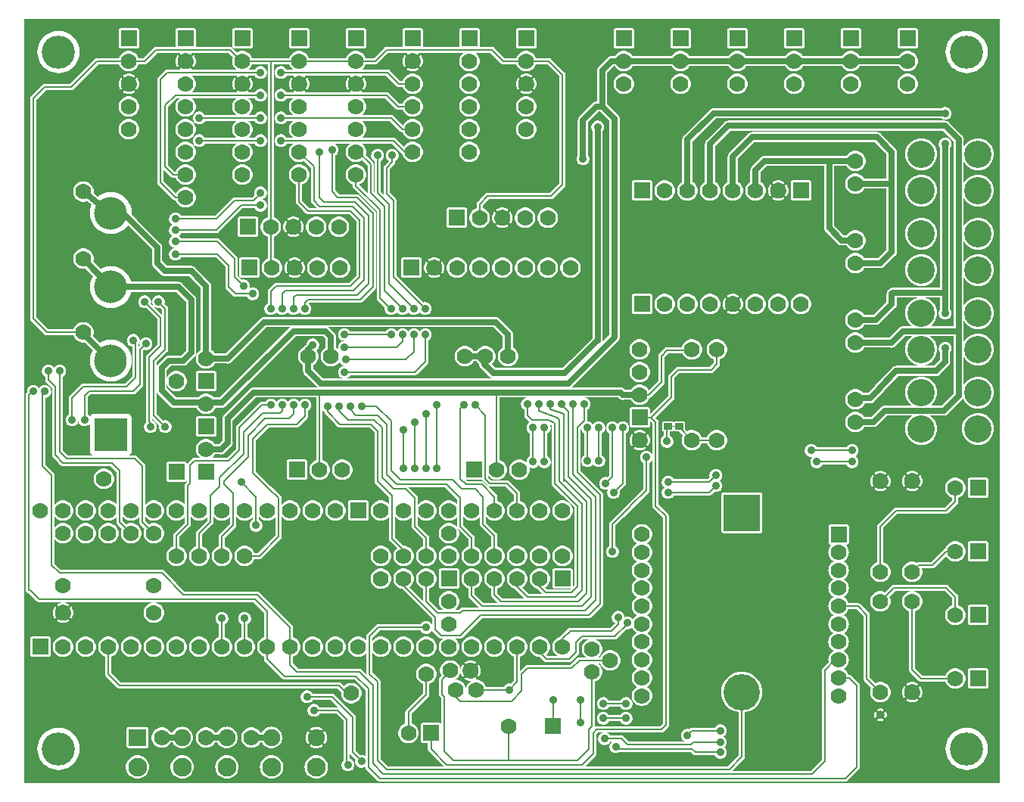
<source format=gbr>
G04 start of page 2 for group 0 idx 0 *
G04 Title: (unknown), top *
G04 Creator: pcb 20140316 *
G04 CreationDate: Thu Dec 21 20:14:05 2017 UTC *
G04 For: frankenteddy *
G04 Format: Gerber/RS-274X *
G04 PCB-Dimensions (mil): 6000.00 5000.00 *
G04 PCB-Coordinate-Origin: lower left *
%MOIN*%
%FSLAX25Y25*%
%LNTOP*%
%ADD32C,0.0450*%
%ADD31C,0.0630*%
%ADD30C,0.0512*%
%ADD29C,0.0720*%
%ADD28C,0.0800*%
%ADD27C,0.1100*%
%ADD26C,0.1260*%
%ADD25C,0.0350*%
%ADD24C,0.0200*%
%ADD23R,0.0039X0.0039*%
%ADD22R,0.0315X0.0315*%
%ADD21C,0.0360*%
%ADD20C,0.0827*%
%ADD19C,0.0748*%
%ADD18C,0.1440*%
%ADD17C,0.1600*%
%ADD16C,0.1200*%
%ADD15C,0.1460*%
%ADD14C,0.0700*%
%ADD13C,0.0080*%
%ADD12C,0.0250*%
%ADD11C,0.0001*%
G54D11*G36*
X222500Y405525D02*X223000Y405486D01*
X223706Y405542D01*
X224395Y405707D01*
X225044Y405976D01*
X228100Y402920D01*
Y388555D01*
X228096Y388500D01*
X228113Y388280D01*
X228164Y388066D01*
X228249Y387862D01*
X228364Y387675D01*
X228364Y387674D01*
X228507Y387507D01*
X228549Y387471D01*
X230620Y385400D01*
X227580D01*
X224400Y388580D01*
Y395709D01*
X225049Y395978D01*
X225653Y396348D01*
X226192Y396808D01*
X226652Y397347D01*
X227022Y397951D01*
X227293Y398605D01*
X227458Y399294D01*
X227500Y400000D01*
X227458Y400706D01*
X227293Y401395D01*
X227022Y402049D01*
X226652Y402653D01*
X226192Y403192D01*
X225653Y403652D01*
X225049Y404022D01*
X224395Y404293D01*
X223706Y404458D01*
X223000Y404514D01*
X222500Y404475D01*
Y405525D01*
G37*
G36*
X240993Y382600D02*X244920D01*
X248100Y379420D01*
Y355580D01*
X244920Y352400D01*
X240993D01*
Y354487D01*
X241000Y354486D01*
X241706Y354542D01*
X242395Y354707D01*
X243049Y354978D01*
X243653Y355348D01*
X244192Y355808D01*
X244652Y356347D01*
X245022Y356951D01*
X245293Y357605D01*
X245458Y358294D01*
X245500Y359000D01*
X245458Y359706D01*
X245293Y360395D01*
X245022Y361049D01*
X244652Y361653D01*
X244192Y362192D01*
X243653Y362652D01*
X243049Y363022D01*
X242395Y363293D01*
X241706Y363458D01*
X241000Y363514D01*
X240993Y363513D01*
Y372525D01*
X241206Y372542D01*
X241895Y372707D01*
X242549Y372978D01*
X243153Y373348D01*
X243692Y373808D01*
X244152Y374347D01*
X244522Y374951D01*
X244793Y375605D01*
X244958Y376294D01*
X245000Y377000D01*
X244958Y377706D01*
X244793Y378395D01*
X244522Y379049D01*
X244152Y379653D01*
X243692Y380192D01*
X243153Y380652D01*
X242549Y381022D01*
X241895Y381293D01*
X241206Y381458D01*
X240993Y381475D01*
Y382600D01*
G37*
G36*
X230993D02*X240993D01*
Y381475D01*
X240500Y381514D01*
X239794Y381458D01*
X239105Y381293D01*
X238451Y381022D01*
X237847Y380652D01*
X237308Y380192D01*
X236848Y379653D01*
X236478Y379049D01*
X236207Y378395D01*
X236042Y377706D01*
X235986Y377000D01*
X236042Y376294D01*
X236207Y375605D01*
X236478Y374951D01*
X236848Y374347D01*
X237308Y373808D01*
X237847Y373348D01*
X238451Y372978D01*
X239105Y372707D01*
X239794Y372542D01*
X240500Y372486D01*
X240993Y372525D01*
Y363513D01*
X240294Y363458D01*
X239605Y363293D01*
X238951Y363022D01*
X238347Y362652D01*
X237808Y362192D01*
X237348Y361653D01*
X236978Y361049D01*
X236707Y360395D01*
X236542Y359706D01*
X236486Y359000D01*
X236542Y358294D01*
X236707Y357605D01*
X236978Y356951D01*
X237348Y356347D01*
X237808Y355808D01*
X238347Y355348D01*
X238951Y354978D01*
X239605Y354707D01*
X240294Y354542D01*
X240993Y354487D01*
Y352400D01*
X230993D01*
Y354487D01*
X231000Y354486D01*
X231706Y354542D01*
X232395Y354707D01*
X233049Y354978D01*
X233653Y355348D01*
X234192Y355808D01*
X234652Y356347D01*
X235022Y356951D01*
X235293Y357605D01*
X235458Y358294D01*
X235500Y359000D01*
X235458Y359706D01*
X235293Y360395D01*
X235022Y361049D01*
X234652Y361653D01*
X234192Y362192D01*
X233653Y362652D01*
X233049Y363022D01*
X232395Y363293D01*
X231706Y363458D01*
X231000Y363514D01*
X230993Y363513D01*
Y372525D01*
X231206Y372542D01*
X231895Y372707D01*
X232549Y372978D01*
X233153Y373348D01*
X233692Y373808D01*
X234152Y374347D01*
X234522Y374951D01*
X234793Y375605D01*
X234958Y376294D01*
X235000Y377000D01*
X234958Y377706D01*
X234793Y378395D01*
X234522Y379049D01*
X234152Y379653D01*
X233692Y380192D01*
X233153Y380652D01*
X232549Y381022D01*
X231895Y381293D01*
X231206Y381458D01*
X230993Y381475D01*
Y382600D01*
G37*
G36*
X224720Y384300D02*X225971Y383049D01*
X226007Y383007D01*
X226174Y382864D01*
X226175Y382864D01*
X226362Y382749D01*
X226566Y382664D01*
X226780Y382613D01*
X227000Y382596D01*
X227055Y382600D01*
X230993D01*
Y381475D01*
X230500Y381514D01*
X229794Y381458D01*
X229105Y381293D01*
X228451Y381022D01*
X227847Y380652D01*
X227308Y380192D01*
X226848Y379653D01*
X226478Y379049D01*
X226207Y378395D01*
X226042Y377706D01*
X225986Y377000D01*
X226042Y376294D01*
X226207Y375605D01*
X226478Y374951D01*
X226848Y374347D01*
X227308Y373808D01*
X227847Y373348D01*
X228451Y372978D01*
X229105Y372707D01*
X229794Y372542D01*
X230500Y372486D01*
X230993Y372525D01*
Y363513D01*
X230294Y363458D01*
X229605Y363293D01*
X228951Y363022D01*
X228347Y362652D01*
X227808Y362192D01*
X227348Y361653D01*
X226978Y361049D01*
X226707Y360395D01*
X226542Y359706D01*
X226486Y359000D01*
X226542Y358294D01*
X226707Y357605D01*
X226978Y356951D01*
X227348Y356347D01*
X227808Y355808D01*
X228347Y355348D01*
X228951Y354978D01*
X229605Y354707D01*
X230294Y354542D01*
X230993Y354487D01*
Y352400D01*
X224720D01*
Y356544D01*
X224771Y356583D01*
X224826Y356639D01*
X224870Y356704D01*
X225064Y357056D01*
X225221Y357426D01*
X225344Y357809D01*
X225433Y358200D01*
X225487Y358599D01*
X225504Y359000D01*
X225487Y359401D01*
X225433Y359800D01*
X225344Y360191D01*
X225221Y360574D01*
X225064Y360944D01*
X224874Y361298D01*
X224829Y361363D01*
X224774Y361420D01*
X224720Y361460D01*
Y375426D01*
X224721Y375426D01*
X224844Y375809D01*
X224933Y376200D01*
X224987Y376599D01*
X225004Y377000D01*
X224987Y377401D01*
X224933Y377800D01*
X224844Y378191D01*
X224721Y378574D01*
X224720Y378574D01*
Y384300D01*
G37*
G36*
X222500Y354756D02*X222574Y354779D01*
X222944Y354936D01*
X223298Y355126D01*
X223363Y355171D01*
X223420Y355226D01*
X223468Y355290D01*
X223504Y355360D01*
X223530Y355435D01*
X223544Y355513D01*
X223545Y355592D01*
X223533Y355671D01*
X223510Y355746D01*
X223475Y355817D01*
X223429Y355882D01*
X223374Y355939D01*
X223311Y355987D01*
X223241Y356024D01*
X223166Y356049D01*
X223088Y356063D01*
X223008Y356064D01*
X222930Y356052D01*
X222854Y356029D01*
X222784Y355993D01*
X222510Y355843D01*
X222500Y355838D01*
Y362162D01*
X222510Y362157D01*
X222786Y362010D01*
X222855Y361974D01*
X222931Y361951D01*
X223009Y361940D01*
X223087Y361941D01*
X223165Y361954D01*
X223239Y361980D01*
X223309Y362016D01*
X223372Y362064D01*
X223427Y362120D01*
X223472Y362184D01*
X223507Y362255D01*
X223530Y362330D01*
X223541Y362408D01*
X223540Y362487D01*
X223527Y362564D01*
X223501Y362639D01*
X223465Y362708D01*
X223417Y362771D01*
X223361Y362826D01*
X223296Y362870D01*
X222944Y363064D01*
X222574Y363221D01*
X222500Y363244D01*
Y372967D01*
X222798Y373126D01*
X222863Y373171D01*
X222920Y373226D01*
X222968Y373290D01*
X223004Y373360D01*
X223030Y373435D01*
X223044Y373513D01*
X223045Y373592D01*
X223033Y373671D01*
X223010Y373746D01*
X222975Y373817D01*
X222929Y373882D01*
X222874Y373939D01*
X222811Y373987D01*
X222741Y374024D01*
X222666Y374049D01*
X222588Y374063D01*
X222508Y374064D01*
X222500Y374063D01*
Y379941D01*
X222509Y379940D01*
X222587Y379941D01*
X222665Y379954D01*
X222739Y379980D01*
X222809Y380016D01*
X222872Y380064D01*
X222927Y380120D01*
X222972Y380184D01*
X223007Y380255D01*
X223030Y380330D01*
X223041Y380408D01*
X223040Y380487D01*
X223027Y380564D01*
X223001Y380639D01*
X222965Y380708D01*
X222917Y380771D01*
X222861Y380826D01*
X222796Y380870D01*
X222500Y381033D01*
Y386520D01*
X224720Y384300D01*
Y378574D01*
X224564Y378944D01*
X224374Y379298D01*
X224329Y379363D01*
X224274Y379420D01*
X224210Y379468D01*
X224140Y379504D01*
X224065Y379530D01*
X223987Y379544D01*
X223908Y379545D01*
X223829Y379533D01*
X223754Y379510D01*
X223683Y379475D01*
X223618Y379429D01*
X223561Y379374D01*
X223513Y379311D01*
X223476Y379241D01*
X223451Y379166D01*
X223437Y379088D01*
X223436Y379008D01*
X223448Y378930D01*
X223471Y378854D01*
X223507Y378784D01*
X223657Y378510D01*
X223779Y378223D01*
X223875Y377926D01*
X223944Y377621D01*
X223986Y377312D01*
X224000Y377000D01*
X223986Y376688D01*
X223944Y376379D01*
X223875Y376074D01*
X223779Y375777D01*
X223657Y375490D01*
X223510Y375214D01*
X223474Y375145D01*
X223451Y375069D01*
X223440Y374991D01*
X223441Y374913D01*
X223454Y374835D01*
X223480Y374761D01*
X223516Y374691D01*
X223564Y374628D01*
X223620Y374573D01*
X223684Y374528D01*
X223755Y374493D01*
X223830Y374470D01*
X223908Y374459D01*
X223987Y374460D01*
X224064Y374473D01*
X224139Y374499D01*
X224208Y374535D01*
X224271Y374583D01*
X224326Y374639D01*
X224370Y374704D01*
X224564Y375056D01*
X224720Y375426D01*
Y361460D01*
X224710Y361468D01*
X224640Y361504D01*
X224565Y361530D01*
X224487Y361544D01*
X224408Y361545D01*
X224329Y361533D01*
X224254Y361510D01*
X224183Y361475D01*
X224118Y361429D01*
X224061Y361374D01*
X224013Y361311D01*
X223976Y361241D01*
X223951Y361166D01*
X223937Y361088D01*
X223936Y361008D01*
X223948Y360930D01*
X223971Y360854D01*
X224007Y360784D01*
X224157Y360510D01*
X224279Y360223D01*
X224375Y359926D01*
X224444Y359621D01*
X224486Y359312D01*
X224500Y359000D01*
X224486Y358688D01*
X224444Y358379D01*
X224375Y358074D01*
X224279Y357777D01*
X224157Y357490D01*
X224010Y357214D01*
X223974Y357145D01*
X223951Y357069D01*
X223940Y356991D01*
X223941Y356913D01*
X223954Y356835D01*
X223980Y356761D01*
X224016Y356691D01*
X224064Y356628D01*
X224120Y356573D01*
X224184Y356528D01*
X224255Y356493D01*
X224330Y356470D01*
X224408Y356459D01*
X224487Y356460D01*
X224564Y356473D01*
X224639Y356499D01*
X224708Y356535D01*
X224720Y356544D01*
Y352400D01*
X222500D01*
Y354756D01*
G37*
G36*
Y319824D02*X222542Y319294D01*
X222707Y318605D01*
X222978Y317951D01*
X223348Y317347D01*
X223808Y316808D01*
X224347Y316348D01*
X224750Y316101D01*
Y313500D01*
X224771Y313147D01*
X224854Y312803D01*
X224989Y312475D01*
X225174Y312173D01*
X225404Y311904D01*
X225673Y311674D01*
X225674Y311674D01*
X225674Y311673D01*
X225909Y311409D01*
X230847Y306471D01*
X230904Y306404D01*
X231085Y306250D01*
X222500D01*
Y319824D01*
G37*
G36*
Y328750D02*X233568D01*
X234750Y327568D01*
Y323899D01*
X234347Y323652D01*
X233808Y323192D01*
X233348Y322653D01*
X232978Y322049D01*
X232707Y321395D01*
X232542Y320706D01*
X232486Y320000D01*
X232542Y319294D01*
X232707Y318605D01*
X232978Y317951D01*
X233348Y317347D01*
X233808Y316808D01*
X234347Y316348D01*
X234951Y315978D01*
X235605Y315707D01*
X236294Y315542D01*
X237000Y315486D01*
X237706Y315542D01*
X238395Y315707D01*
X239049Y315978D01*
X239653Y316348D01*
X240192Y316808D01*
X240652Y317347D01*
X240828Y317635D01*
X240829Y317632D01*
X240997Y317225D01*
X241228Y316849D01*
X241514Y316514D01*
X241849Y316228D01*
X242225Y315997D01*
X242632Y315829D01*
X242786Y315792D01*
X242561Y315774D01*
X242132Y315671D01*
X241725Y315503D01*
X241349Y315272D01*
X241014Y314986D01*
X240728Y314651D01*
X240497Y314275D01*
X240329Y313868D01*
X240226Y313439D01*
X240191Y313000D01*
X240226Y312561D01*
X240329Y312132D01*
X240497Y311725D01*
X240728Y311349D01*
X241014Y311014D01*
X241349Y310728D01*
X241725Y310497D01*
X242132Y310329D01*
X242460Y310250D01*
X233432D01*
X229250Y314432D01*
Y316101D01*
X229653Y316348D01*
X230192Y316808D01*
X230652Y317347D01*
X231022Y317951D01*
X231293Y318605D01*
X231458Y319294D01*
X231500Y320000D01*
X231458Y320706D01*
X231293Y321395D01*
X231022Y322049D01*
X230652Y322653D01*
X230610Y322703D01*
X230651Y322728D01*
X230986Y323014D01*
X231272Y323349D01*
X231503Y323725D01*
X231671Y324132D01*
X231774Y324561D01*
X231800Y325000D01*
X231774Y325439D01*
X231671Y325868D01*
X231503Y326275D01*
X231272Y326651D01*
X230986Y326986D01*
X230651Y327272D01*
X230275Y327503D01*
X229868Y327671D01*
X229439Y327774D01*
X229000Y327809D01*
X228561Y327774D01*
X228132Y327671D01*
X227725Y327503D01*
X227349Y327272D01*
X227014Y326986D01*
X226728Y326651D01*
X226497Y326275D01*
X226329Y325868D01*
X226226Y325439D01*
X226223Y325405D01*
X225471Y324653D01*
X225404Y324596D01*
X225174Y324327D01*
X225000Y324042D01*
X224951Y324022D01*
X224347Y323652D01*
X223808Y323192D01*
X223348Y322653D01*
X222978Y322049D01*
X222707Y321395D01*
X222542Y320706D01*
X222500Y320176D01*
Y328750D01*
G37*
G36*
X249000Y187486D02*X249706Y187542D01*
X250395Y187707D01*
X251049Y187978D01*
X251653Y188348D01*
X252192Y188808D01*
X252600Y189286D01*
Y180055D01*
X252596Y180000D01*
X252606Y179874D01*
X250529Y181951D01*
X250493Y181993D01*
X250325Y182136D01*
X250138Y182251D01*
X249934Y182336D01*
X249720Y182387D01*
X249500Y182404D01*
X249445Y182400D01*
X249000D01*
Y187486D01*
G37*
G36*
X328993Y216527D02*X330120Y215400D01*
X328993D01*
Y216527D01*
G37*
G36*
X338993Y217505D02*X342529Y217509D01*
X342420Y217400D01*
X338993D01*
Y217505D01*
G37*
G36*
Y258527D02*X344100Y253420D01*
Y219080D01*
X343499Y218479D01*
X343500Y218500D01*
X343491Y225657D01*
X343454Y225810D01*
X343394Y225955D01*
X343312Y226090D01*
X343209Y226209D01*
X343090Y226312D01*
X342955Y226394D01*
X342810Y226454D01*
X342657Y226491D01*
X342500Y226500D01*
X338993Y226495D01*
Y227487D01*
X339000Y227486D01*
X339706Y227542D01*
X340395Y227707D01*
X341049Y227978D01*
X341653Y228348D01*
X342192Y228808D01*
X342652Y229347D01*
X343022Y229951D01*
X343293Y230605D01*
X343458Y231294D01*
X343500Y232000D01*
X343458Y232706D01*
X343293Y233395D01*
X343022Y234049D01*
X342652Y234653D01*
X342192Y235192D01*
X341653Y235652D01*
X341049Y236022D01*
X340395Y236293D01*
X339706Y236458D01*
X339000Y236514D01*
X338993Y236513D01*
Y247487D01*
X339000Y247486D01*
X339706Y247542D01*
X340395Y247707D01*
X341049Y247978D01*
X341653Y248348D01*
X342192Y248808D01*
X342652Y249347D01*
X343022Y249951D01*
X343293Y250605D01*
X343458Y251294D01*
X343500Y252000D01*
X343458Y252706D01*
X343293Y253395D01*
X343022Y254049D01*
X342652Y254653D01*
X342192Y255192D01*
X341653Y255652D01*
X341049Y256022D01*
X340395Y256293D01*
X339706Y256458D01*
X339000Y256514D01*
X338993Y256513D01*
Y258527D01*
G37*
G36*
X328993Y271539D02*X329014Y271514D01*
X329349Y271228D01*
X329725Y270997D01*
X330132Y270829D01*
X330561Y270726D01*
X331000Y270691D01*
X331439Y270726D01*
X331868Y270829D01*
X332275Y270997D01*
X332651Y271228D01*
X332986Y271514D01*
X333272Y271849D01*
X333503Y272225D01*
X333671Y272632D01*
X333774Y273061D01*
X333800Y273500D01*
X333774Y273939D01*
X333671Y274368D01*
X333503Y274775D01*
X333272Y275151D01*
X332986Y275486D01*
X332651Y275772D01*
X332400Y275926D01*
Y286074D01*
X332651Y286228D01*
X332986Y286514D01*
X333272Y286849D01*
X333503Y287225D01*
X333671Y287632D01*
X333774Y288061D01*
X333800Y288500D01*
X333774Y288939D01*
X333671Y289368D01*
X333503Y289775D01*
X333363Y290003D01*
X334100Y289635D01*
Y264055D01*
X334096Y264000D01*
X334113Y263780D01*
X334164Y263566D01*
X334249Y263362D01*
X334364Y263175D01*
X334364Y263174D01*
X334507Y263007D01*
X334549Y262971D01*
X338993Y258527D01*
Y256513D01*
X338294Y256458D01*
X337605Y256293D01*
X336951Y256022D01*
X336347Y255652D01*
X335808Y255192D01*
X335348Y254653D01*
X334978Y254049D01*
X334707Y253395D01*
X334542Y252706D01*
X334486Y252000D01*
X334542Y251294D01*
X334707Y250605D01*
X334978Y249951D01*
X335348Y249347D01*
X335808Y248808D01*
X336347Y248348D01*
X336951Y247978D01*
X337605Y247707D01*
X338294Y247542D01*
X338993Y247487D01*
Y236513D01*
X338294Y236458D01*
X337605Y236293D01*
X336951Y236022D01*
X336347Y235652D01*
X335808Y235192D01*
X335348Y234653D01*
X334978Y234049D01*
X334707Y233395D01*
X334542Y232706D01*
X334486Y232000D01*
X334542Y231294D01*
X334707Y230605D01*
X334978Y229951D01*
X335348Y229347D01*
X335808Y228808D01*
X336347Y228348D01*
X336951Y227978D01*
X337605Y227707D01*
X338294Y227542D01*
X338993Y227487D01*
Y226495D01*
X335343Y226491D01*
X335190Y226454D01*
X335045Y226394D01*
X334910Y226312D01*
X334791Y226209D01*
X334688Y226090D01*
X334606Y225955D01*
X334546Y225810D01*
X334509Y225657D01*
X334500Y225500D01*
X334509Y218343D01*
X334546Y218190D01*
X334606Y218045D01*
X334688Y217910D01*
X334791Y217791D01*
X334910Y217688D01*
X335045Y217606D01*
X335190Y217546D01*
X335343Y217509D01*
X335500Y217500D01*
X338993Y217505D01*
Y217400D01*
X332080D01*
X331330Y218150D01*
X331653Y218348D01*
X332192Y218808D01*
X332652Y219347D01*
X333022Y219951D01*
X333293Y220605D01*
X333458Y221294D01*
X333500Y222000D01*
X333458Y222706D01*
X333293Y223395D01*
X333022Y224049D01*
X332652Y224653D01*
X332192Y225192D01*
X331653Y225652D01*
X331049Y226022D01*
X330395Y226293D01*
X329706Y226458D01*
X329000Y226514D01*
X328993Y226513D01*
Y227487D01*
X329000Y227486D01*
X329706Y227542D01*
X330395Y227707D01*
X331049Y227978D01*
X331653Y228348D01*
X332192Y228808D01*
X332652Y229347D01*
X333022Y229951D01*
X333293Y230605D01*
X333458Y231294D01*
X333500Y232000D01*
X333458Y232706D01*
X333293Y233395D01*
X333022Y234049D01*
X332652Y234653D01*
X332192Y235192D01*
X331653Y235652D01*
X331049Y236022D01*
X330395Y236293D01*
X329706Y236458D01*
X329000Y236514D01*
X328993Y236513D01*
Y247487D01*
X329000Y247486D01*
X329706Y247542D01*
X330395Y247707D01*
X331049Y247978D01*
X331653Y248348D01*
X332192Y248808D01*
X332652Y249347D01*
X333022Y249951D01*
X333293Y250605D01*
X333458Y251294D01*
X333500Y252000D01*
X333458Y252706D01*
X333293Y253395D01*
X333022Y254049D01*
X332652Y254653D01*
X332192Y255192D01*
X331653Y255652D01*
X331049Y256022D01*
X330395Y256293D01*
X329706Y256458D01*
X329000Y256514D01*
X328993Y256513D01*
Y271539D01*
G37*
G36*
X318993Y216527D02*X322120Y213400D01*
X318993D01*
Y216527D01*
G37*
G36*
Y301750D02*X322960D01*
X322632Y301671D01*
X322225Y301503D01*
X321849Y301272D01*
X321514Y300986D01*
X321228Y300651D01*
X320997Y300275D01*
X320829Y299868D01*
X320726Y299439D01*
X320691Y299000D01*
X320726Y298561D01*
X320829Y298132D01*
X320997Y297725D01*
X321228Y297349D01*
X321514Y297014D01*
X321849Y296728D01*
X322100Y296574D01*
Y294055D01*
X322096Y294000D01*
X322113Y293780D01*
X322164Y293566D01*
X322249Y293362D01*
X322364Y293175D01*
X322364Y293174D01*
X322507Y293007D01*
X322549Y292971D01*
X324471Y291049D01*
X324507Y291007D01*
X324601Y290927D01*
X324349Y290772D01*
X324014Y290486D01*
X323728Y290151D01*
X323497Y289775D01*
X323329Y289368D01*
X323226Y288939D01*
X323191Y288500D01*
X323226Y288061D01*
X323329Y287632D01*
X323497Y287225D01*
X323728Y286849D01*
X324014Y286514D01*
X324349Y286228D01*
X324600Y286074D01*
Y275926D01*
X324349Y275772D01*
X324014Y275486D01*
X323728Y275151D01*
X323497Y274775D01*
X323329Y274368D01*
X323226Y273939D01*
X323191Y273500D01*
X323218Y273161D01*
X323192Y273192D01*
X322653Y273652D01*
X322049Y274022D01*
X321395Y274293D01*
X320706Y274458D01*
X320000Y274514D01*
X319294Y274458D01*
X318993Y274386D01*
Y301750D01*
G37*
G36*
Y247487D02*X319000Y247486D01*
X319706Y247542D01*
X320395Y247707D01*
X321049Y247978D01*
X321653Y248348D01*
X322192Y248808D01*
X322652Y249347D01*
X323022Y249951D01*
X323293Y250605D01*
X323458Y251294D01*
X323500Y252000D01*
X323458Y252706D01*
X323293Y253395D01*
X323022Y254049D01*
X322652Y254653D01*
X322192Y255192D01*
X321653Y255652D01*
X321049Y256022D01*
X320400Y256291D01*
Y259445D01*
X320404Y259500D01*
X320387Y259720D01*
X320336Y259934D01*
X320251Y260138D01*
X320136Y260325D01*
X320136Y260326D01*
X319993Y260493D01*
X319951Y260529D01*
X318993Y261487D01*
Y265614D01*
X319294Y265542D01*
X320000Y265486D01*
X320706Y265542D01*
X321395Y265707D01*
X322049Y265978D01*
X322653Y266348D01*
X323192Y266808D01*
X323652Y267347D01*
X324022Y267951D01*
X324293Y268605D01*
X324458Y269294D01*
X324500Y270000D01*
X324458Y270706D01*
X324329Y271245D01*
X324349Y271228D01*
X324725Y270997D01*
X325132Y270829D01*
X325561Y270726D01*
X326000Y270691D01*
X326439Y270726D01*
X326868Y270829D01*
X327275Y270997D01*
X327651Y271228D01*
X327986Y271514D01*
X328272Y271849D01*
X328500Y272221D01*
X328728Y271849D01*
X328993Y271539D01*
Y256513D01*
X328294Y256458D01*
X327605Y256293D01*
X326951Y256022D01*
X326347Y255652D01*
X325808Y255192D01*
X325348Y254653D01*
X324978Y254049D01*
X324707Y253395D01*
X324542Y252706D01*
X324486Y252000D01*
X324542Y251294D01*
X324707Y250605D01*
X324978Y249951D01*
X325348Y249347D01*
X325808Y248808D01*
X326347Y248348D01*
X326951Y247978D01*
X327605Y247707D01*
X328294Y247542D01*
X328993Y247487D01*
Y236513D01*
X328294Y236458D01*
X327605Y236293D01*
X326951Y236022D01*
X326347Y235652D01*
X325808Y235192D01*
X325348Y234653D01*
X324978Y234049D01*
X324707Y233395D01*
X324542Y232706D01*
X324486Y232000D01*
X324542Y231294D01*
X324707Y230605D01*
X324978Y229951D01*
X325348Y229347D01*
X325808Y228808D01*
X326347Y228348D01*
X326951Y227978D01*
X327605Y227707D01*
X328294Y227542D01*
X328993Y227487D01*
Y226513D01*
X328294Y226458D01*
X327605Y226293D01*
X326951Y226022D01*
X326347Y225652D01*
X325808Y225192D01*
X325348Y224653D01*
X324978Y224049D01*
X324707Y223395D01*
X324542Y222706D01*
X324486Y222000D01*
X324542Y221294D01*
X324707Y220605D01*
X324978Y219951D01*
X325348Y219347D01*
X325808Y218808D01*
X326347Y218348D01*
X326951Y217978D01*
X327605Y217707D01*
X327896Y217637D01*
X328007Y217507D01*
X328049Y217471D01*
X328993Y216527D01*
Y215400D01*
X324080D01*
X321330Y218150D01*
X321653Y218348D01*
X322192Y218808D01*
X322652Y219347D01*
X323022Y219951D01*
X323293Y220605D01*
X323458Y221294D01*
X323500Y222000D01*
X323458Y222706D01*
X323293Y223395D01*
X323022Y224049D01*
X322652Y224653D01*
X322192Y225192D01*
X321653Y225652D01*
X321049Y226022D01*
X320395Y226293D01*
X319706Y226458D01*
X319000Y226514D01*
X318993Y226513D01*
Y227487D01*
X319000Y227486D01*
X319706Y227542D01*
X320395Y227707D01*
X321049Y227978D01*
X321653Y228348D01*
X322192Y228808D01*
X322652Y229347D01*
X323022Y229951D01*
X323293Y230605D01*
X323458Y231294D01*
X323500Y232000D01*
X323458Y232706D01*
X323293Y233395D01*
X323022Y234049D01*
X322652Y234653D01*
X322192Y235192D01*
X321653Y235652D01*
X321049Y236022D01*
X320395Y236293D01*
X319706Y236458D01*
X319000Y236514D01*
X318993Y236513D01*
Y247487D01*
G37*
G36*
Y261487D02*X315529Y264951D01*
X315493Y264993D01*
X315326Y265136D01*
X315325Y265136D01*
X315138Y265251D01*
X314934Y265336D01*
X314720Y265387D01*
X314500Y265404D01*
X314445Y265400D01*
X307580D01*
X306400Y266580D01*
Y267286D01*
X306808Y266808D01*
X307347Y266348D01*
X307951Y265978D01*
X308605Y265707D01*
X309294Y265542D01*
X310000Y265486D01*
X310706Y265542D01*
X311395Y265707D01*
X312049Y265978D01*
X312653Y266348D01*
X313192Y266808D01*
X313652Y267347D01*
X314022Y267951D01*
X314293Y268605D01*
X314458Y269294D01*
X314500Y270000D01*
X314458Y270706D01*
X314293Y271395D01*
X314022Y272049D01*
X313652Y272653D01*
X313192Y273192D01*
X312653Y273652D01*
X312049Y274022D01*
X311400Y274291D01*
Y301750D01*
X318993D01*
Y274386D01*
X318605Y274293D01*
X317951Y274022D01*
X317347Y273652D01*
X316808Y273192D01*
X316348Y272653D01*
X315978Y272049D01*
X315707Y271395D01*
X315542Y270706D01*
X315486Y270000D01*
X315542Y269294D01*
X315707Y268605D01*
X315978Y267951D01*
X316348Y267347D01*
X316808Y266808D01*
X317347Y266348D01*
X317951Y265978D01*
X318605Y265707D01*
X318993Y265614D01*
Y261487D01*
G37*
G36*
X289000Y237486D02*X289706Y237542D01*
X290395Y237707D01*
X291049Y237978D01*
X291653Y238348D01*
X292192Y238808D01*
X292652Y239347D01*
X293022Y239951D01*
X293293Y240605D01*
X293458Y241294D01*
X293500Y242000D01*
X293458Y242706D01*
X293293Y243395D01*
X293058Y243962D01*
X297600Y239420D01*
Y236291D01*
X296951Y236022D01*
X296347Y235652D01*
X295808Y235192D01*
X295348Y234653D01*
X294978Y234049D01*
X294707Y233395D01*
X294542Y232706D01*
X294486Y232000D01*
X294542Y231294D01*
X294707Y230605D01*
X294978Y229951D01*
X295348Y229347D01*
X295808Y228808D01*
X296347Y228348D01*
X296951Y227978D01*
X297605Y227707D01*
X298294Y227542D01*
X299000Y227486D01*
X299706Y227542D01*
X300395Y227707D01*
X301049Y227978D01*
X301653Y228348D01*
X302192Y228808D01*
X302652Y229347D01*
X303022Y229951D01*
X303293Y230605D01*
X303458Y231294D01*
X303500Y232000D01*
X303458Y232706D01*
X303293Y233395D01*
X303022Y234049D01*
X302652Y234653D01*
X302192Y235192D01*
X301653Y235652D01*
X301049Y236022D01*
X300400Y236291D01*
Y239945D01*
X300404Y240000D01*
X300387Y240220D01*
X300336Y240434D01*
X300251Y240638D01*
X300136Y240825D01*
X300136Y240826D01*
X299993Y240993D01*
X299951Y241029D01*
X295400Y245580D01*
Y249286D01*
X295808Y248808D01*
X296347Y248348D01*
X296951Y247978D01*
X297605Y247707D01*
X298294Y247542D01*
X299000Y247486D01*
X299706Y247542D01*
X300395Y247707D01*
X301049Y247978D01*
X301653Y248348D01*
X302192Y248808D01*
X302600Y249286D01*
Y246055D01*
X302596Y246000D01*
X302613Y245780D01*
X302664Y245566D01*
X302749Y245362D01*
X302864Y245175D01*
X302864Y245174D01*
X303007Y245007D01*
X303049Y244971D01*
X307600Y240420D01*
Y236291D01*
X306951Y236022D01*
X306347Y235652D01*
X305808Y235192D01*
X305348Y234653D01*
X304978Y234049D01*
X304707Y233395D01*
X304542Y232706D01*
X304486Y232000D01*
X304542Y231294D01*
X304707Y230605D01*
X304978Y229951D01*
X305348Y229347D01*
X305808Y228808D01*
X306347Y228348D01*
X306951Y227978D01*
X307605Y227707D01*
X308294Y227542D01*
X309000Y227486D01*
X309706Y227542D01*
X310395Y227707D01*
X311049Y227978D01*
X311653Y228348D01*
X312192Y228808D01*
X312652Y229347D01*
X313022Y229951D01*
X313293Y230605D01*
X313458Y231294D01*
X313500Y232000D01*
X313458Y232706D01*
X313293Y233395D01*
X313022Y234049D01*
X312652Y234653D01*
X312192Y235192D01*
X311653Y235652D01*
X311049Y236022D01*
X310400Y236291D01*
Y240945D01*
X310404Y241000D01*
X310387Y241220D01*
X310336Y241434D01*
X310251Y241638D01*
X310136Y241825D01*
X310136Y241826D01*
X309993Y241993D01*
X309951Y242029D01*
X305400Y246580D01*
Y249286D01*
X305808Y248808D01*
X306347Y248348D01*
X306951Y247978D01*
X307605Y247707D01*
X308294Y247542D01*
X309000Y247486D01*
X309706Y247542D01*
X310395Y247707D01*
X311049Y247978D01*
X311653Y248348D01*
X312192Y248808D01*
X312652Y249347D01*
X313022Y249951D01*
X313293Y250605D01*
X313458Y251294D01*
X313500Y252000D01*
X313458Y252706D01*
X313293Y253395D01*
X313022Y254049D01*
X312652Y254653D01*
X312192Y255192D01*
X311653Y255652D01*
X311049Y256022D01*
X310400Y256291D01*
Y257945D01*
X310404Y258000D01*
X310387Y258220D01*
X310336Y258434D01*
X310251Y258638D01*
X310136Y258825D01*
X309993Y258993D01*
X309951Y259029D01*
X304529Y264451D01*
X304493Y264493D01*
X304325Y264636D01*
X304138Y264751D01*
X303934Y264836D01*
X303720Y264887D01*
X303500Y264904D01*
X303445Y264900D01*
X297080D01*
X296479Y265501D01*
X296500Y265500D01*
X303657Y265509D01*
X303685Y265516D01*
X303749Y265362D01*
X303864Y265175D01*
X303864Y265174D01*
X304007Y265007D01*
X304049Y264971D01*
X305971Y263049D01*
X306007Y263007D01*
X306174Y262864D01*
X306175Y262864D01*
X306362Y262749D01*
X306566Y262664D01*
X306780Y262613D01*
X307000Y262596D01*
X307055Y262600D01*
X313920D01*
X317600Y258920D01*
Y256291D01*
X316951Y256022D01*
X316347Y255652D01*
X315808Y255192D01*
X315348Y254653D01*
X314978Y254049D01*
X314707Y253395D01*
X314542Y252706D01*
X314486Y252000D01*
X314542Y251294D01*
X314707Y250605D01*
X314978Y249951D01*
X315348Y249347D01*
X315808Y248808D01*
X316347Y248348D01*
X316951Y247978D01*
X317605Y247707D01*
X318294Y247542D01*
X318993Y247487D01*
Y236513D01*
X318294Y236458D01*
X317605Y236293D01*
X316951Y236022D01*
X316347Y235652D01*
X315808Y235192D01*
X315348Y234653D01*
X314978Y234049D01*
X314707Y233395D01*
X314542Y232706D01*
X314486Y232000D01*
X314542Y231294D01*
X314707Y230605D01*
X314978Y229951D01*
X315348Y229347D01*
X315808Y228808D01*
X316347Y228348D01*
X316951Y227978D01*
X317605Y227707D01*
X318294Y227542D01*
X318993Y227487D01*
Y226513D01*
X318294Y226458D01*
X317605Y226293D01*
X316951Y226022D01*
X316347Y225652D01*
X315808Y225192D01*
X315348Y224653D01*
X314978Y224049D01*
X314707Y223395D01*
X314542Y222706D01*
X314486Y222000D01*
X314542Y221294D01*
X314707Y220605D01*
X314978Y219951D01*
X315348Y219347D01*
X315808Y218808D01*
X316347Y218348D01*
X316951Y217978D01*
X317605Y217707D01*
X317896Y217637D01*
X318007Y217507D01*
X318049Y217471D01*
X318993Y216527D01*
Y213400D01*
X312580D01*
X310400Y215580D01*
Y217709D01*
X311049Y217978D01*
X311653Y218348D01*
X312192Y218808D01*
X312652Y219347D01*
X313022Y219951D01*
X313293Y220605D01*
X313458Y221294D01*
X313500Y222000D01*
X313458Y222706D01*
X313293Y223395D01*
X313022Y224049D01*
X312652Y224653D01*
X312192Y225192D01*
X311653Y225652D01*
X311049Y226022D01*
X310395Y226293D01*
X309706Y226458D01*
X309000Y226514D01*
X308294Y226458D01*
X307605Y226293D01*
X306951Y226022D01*
X306347Y225652D01*
X305808Y225192D01*
X305348Y224653D01*
X304978Y224049D01*
X304707Y223395D01*
X304542Y222706D01*
X304486Y222000D01*
X304542Y221294D01*
X304707Y220605D01*
X304978Y219951D01*
X305348Y219347D01*
X305808Y218808D01*
X306347Y218348D01*
X306951Y217978D01*
X307600Y217709D01*
Y215055D01*
X307596Y215000D01*
X307613Y214780D01*
X307664Y214566D01*
X307749Y214362D01*
X307864Y214175D01*
X307864Y214174D01*
X308007Y214007D01*
X308049Y213971D01*
X310620Y211400D01*
X304080D01*
X300400Y215080D01*
Y217709D01*
X301049Y217978D01*
X301653Y218348D01*
X302192Y218808D01*
X302652Y219347D01*
X303022Y219951D01*
X303293Y220605D01*
X303458Y221294D01*
X303500Y222000D01*
X303458Y222706D01*
X303293Y223395D01*
X303022Y224049D01*
X302652Y224653D01*
X302192Y225192D01*
X301653Y225652D01*
X301049Y226022D01*
X300395Y226293D01*
X299706Y226458D01*
X299000Y226514D01*
X298294Y226458D01*
X297605Y226293D01*
X296951Y226022D01*
X296347Y225652D01*
X295808Y225192D01*
X295348Y224653D01*
X294978Y224049D01*
X294707Y223395D01*
X294542Y222706D01*
X294486Y222000D01*
X294542Y221294D01*
X294707Y220605D01*
X294978Y219951D01*
X295348Y219347D01*
X295808Y218808D01*
X296347Y218348D01*
X296951Y217978D01*
X297600Y217709D01*
Y214555D01*
X297596Y214500D01*
X297613Y214280D01*
X297664Y214066D01*
X297749Y213862D01*
X297864Y213675D01*
X297864Y213674D01*
X298007Y213507D01*
X298049Y213471D01*
X302120Y209400D01*
X295055D01*
X295000Y209404D01*
X294780Y209387D01*
X294566Y209336D01*
X294362Y209251D01*
X294175Y209136D01*
X294174Y209136D01*
X294007Y208993D01*
X293971Y208951D01*
X293420Y208400D01*
X291714D01*
X292192Y208808D01*
X292652Y209347D01*
X293022Y209951D01*
X293293Y210605D01*
X293458Y211294D01*
X293500Y212000D01*
X293458Y212706D01*
X293293Y213395D01*
X293022Y214049D01*
X292652Y214653D01*
X292192Y215192D01*
X291653Y215652D01*
X291049Y216022D01*
X290395Y216293D01*
X289706Y216458D01*
X289000Y216514D01*
Y217505D01*
X292657Y217509D01*
X292810Y217546D01*
X292955Y217606D01*
X293090Y217688D01*
X293209Y217791D01*
X293312Y217910D01*
X293394Y218045D01*
X293454Y218190D01*
X293491Y218343D01*
X293500Y218500D01*
X293491Y225657D01*
X293454Y225810D01*
X293394Y225955D01*
X293312Y226090D01*
X293209Y226209D01*
X293090Y226312D01*
X292955Y226394D01*
X292810Y226454D01*
X292657Y226491D01*
X292500Y226500D01*
X289000Y226495D01*
Y227486D01*
X289706Y227542D01*
X290395Y227707D01*
X291049Y227978D01*
X291653Y228348D01*
X292192Y228808D01*
X292652Y229347D01*
X293022Y229951D01*
X293293Y230605D01*
X293458Y231294D01*
X293500Y232000D01*
X293458Y232706D01*
X293293Y233395D01*
X293022Y234049D01*
X292652Y234653D01*
X292192Y235192D01*
X291653Y235652D01*
X291049Y236022D01*
X290395Y236293D01*
X289706Y236458D01*
X289000Y236514D01*
Y237486D01*
G37*
G36*
Y247486D02*X289706Y247542D01*
X290395Y247707D01*
X291049Y247978D01*
X291653Y248348D01*
X292192Y248808D01*
X292600Y249286D01*
Y245055D01*
X292596Y245000D01*
X292613Y244780D01*
X292640Y244667D01*
X292192Y245192D01*
X291653Y245652D01*
X291049Y246022D01*
X290395Y246293D01*
X289706Y246458D01*
X289000Y246514D01*
Y247486D01*
G37*
G36*
Y260520D02*X292600Y256920D01*
Y254714D01*
X292192Y255192D01*
X291653Y255652D01*
X291049Y256022D01*
X290395Y256293D01*
X289706Y256458D01*
X289000Y256514D01*
Y260520D01*
G37*
G36*
X258993Y247487D02*X259000Y247486D01*
X259706Y247542D01*
X260395Y247707D01*
X261049Y247978D01*
X261653Y248348D01*
X262192Y248808D01*
X262600Y249286D01*
Y239555D01*
X262596Y239500D01*
X262613Y239280D01*
X262664Y239066D01*
X262749Y238862D01*
X262864Y238675D01*
X262864Y238674D01*
X263007Y238507D01*
X263049Y238471D01*
X266089Y235431D01*
X265808Y235192D01*
X265348Y234653D01*
X264978Y234049D01*
X264707Y233395D01*
X264542Y232706D01*
X264486Y232000D01*
X264542Y231294D01*
X264707Y230605D01*
X264978Y229951D01*
X265348Y229347D01*
X265808Y228808D01*
X266347Y228348D01*
X266951Y227978D01*
X267605Y227707D01*
X268294Y227542D01*
X269000Y227486D01*
X269706Y227542D01*
X270395Y227707D01*
X271049Y227978D01*
X271653Y228348D01*
X272192Y228808D01*
X272652Y229347D01*
X273022Y229951D01*
X273293Y230605D01*
X273458Y231294D01*
X273500Y232000D01*
X273458Y232706D01*
X273293Y233395D01*
X273022Y234049D01*
X272652Y234653D01*
X272192Y235192D01*
X271653Y235652D01*
X271049Y236022D01*
X270395Y236293D01*
X269706Y236458D01*
X269000Y236514D01*
X268969Y236511D01*
X265400Y240080D01*
Y249286D01*
X265808Y248808D01*
X266347Y248348D01*
X266951Y247978D01*
X267605Y247707D01*
X268294Y247542D01*
X269000Y247486D01*
X269706Y247542D01*
X270395Y247707D01*
X271049Y247978D01*
X271653Y248348D01*
X272192Y248808D01*
X272600Y249286D01*
Y245055D01*
X272596Y245000D01*
X272613Y244780D01*
X272664Y244566D01*
X272749Y244362D01*
X272864Y244175D01*
X272864Y244174D01*
X273007Y244007D01*
X273049Y243971D01*
X277600Y239420D01*
Y236291D01*
X276951Y236022D01*
X276347Y235652D01*
X275808Y235192D01*
X275348Y234653D01*
X274978Y234049D01*
X274707Y233395D01*
X274542Y232706D01*
X274486Y232000D01*
X274542Y231294D01*
X274707Y230605D01*
X274978Y229951D01*
X275348Y229347D01*
X275808Y228808D01*
X276347Y228348D01*
X276951Y227978D01*
X277605Y227707D01*
X278294Y227542D01*
X279000Y227486D01*
X279706Y227542D01*
X280395Y227707D01*
X281049Y227978D01*
X281653Y228348D01*
X282192Y228808D01*
X282652Y229347D01*
X283022Y229951D01*
X283293Y230605D01*
X283458Y231294D01*
X283500Y232000D01*
X283458Y232706D01*
X283293Y233395D01*
X283022Y234049D01*
X282652Y234653D01*
X282192Y235192D01*
X281653Y235652D01*
X281049Y236022D01*
X280400Y236291D01*
Y239945D01*
X280404Y240000D01*
X280387Y240220D01*
X280336Y240434D01*
X280251Y240638D01*
X280136Y240825D01*
X280136Y240826D01*
X279993Y240993D01*
X279951Y241029D01*
X275400Y245580D01*
Y249286D01*
X275808Y248808D01*
X276347Y248348D01*
X276951Y247978D01*
X277605Y247707D01*
X278294Y247542D01*
X279000Y247486D01*
X279706Y247542D01*
X280395Y247707D01*
X281049Y247978D01*
X281653Y248348D01*
X282192Y248808D01*
X282652Y249347D01*
X283022Y249951D01*
X283293Y250605D01*
X283458Y251294D01*
X283500Y252000D01*
X283458Y252706D01*
X283293Y253395D01*
X283022Y254049D01*
X282652Y254653D01*
X282192Y255192D01*
X281653Y255652D01*
X281049Y256022D01*
X280395Y256293D01*
X279706Y256458D01*
X279000Y256514D01*
X278294Y256458D01*
X277605Y256293D01*
X276951Y256022D01*
X276347Y255652D01*
X275808Y255192D01*
X275400Y254714D01*
Y257445D01*
X275404Y257500D01*
X275387Y257720D01*
X275336Y257934D01*
X275251Y258138D01*
X275136Y258325D01*
X274993Y258493D01*
X274951Y258529D01*
X271380Y262100D01*
X287420D01*
X289000Y260520D01*
Y256514D01*
X288294Y256458D01*
X287605Y256293D01*
X286951Y256022D01*
X286347Y255652D01*
X285808Y255192D01*
X285348Y254653D01*
X284978Y254049D01*
X284707Y253395D01*
X284542Y252706D01*
X284486Y252000D01*
X284542Y251294D01*
X284707Y250605D01*
X284978Y249951D01*
X285348Y249347D01*
X285808Y248808D01*
X286347Y248348D01*
X286951Y247978D01*
X287605Y247707D01*
X288294Y247542D01*
X289000Y247486D01*
Y246514D01*
X288294Y246458D01*
X287605Y246293D01*
X286951Y246022D01*
X286347Y245652D01*
X285808Y245192D01*
X285348Y244653D01*
X284978Y244049D01*
X284707Y243395D01*
X284542Y242706D01*
X284486Y242000D01*
X284542Y241294D01*
X284707Y240605D01*
X284978Y239951D01*
X285348Y239347D01*
X285808Y238808D01*
X286347Y238348D01*
X286951Y237978D01*
X287605Y237707D01*
X288294Y237542D01*
X289000Y237486D01*
Y236514D01*
X288294Y236458D01*
X287605Y236293D01*
X286951Y236022D01*
X286347Y235652D01*
X285808Y235192D01*
X285348Y234653D01*
X284978Y234049D01*
X284707Y233395D01*
X284542Y232706D01*
X284486Y232000D01*
X284542Y231294D01*
X284707Y230605D01*
X284978Y229951D01*
X285348Y229347D01*
X285808Y228808D01*
X286347Y228348D01*
X286951Y227978D01*
X287605Y227707D01*
X288294Y227542D01*
X289000Y227486D01*
Y226495D01*
X285343Y226491D01*
X285190Y226454D01*
X285045Y226394D01*
X284910Y226312D01*
X284791Y226209D01*
X284688Y226090D01*
X284606Y225955D01*
X284546Y225810D01*
X284509Y225657D01*
X284500Y225500D01*
X284509Y218343D01*
X284546Y218190D01*
X284606Y218045D01*
X284688Y217910D01*
X284791Y217791D01*
X284910Y217688D01*
X285045Y217606D01*
X285190Y217546D01*
X285343Y217509D01*
X285500Y217500D01*
X289000Y217505D01*
Y216514D01*
X288294Y216458D01*
X287605Y216293D01*
X286951Y216022D01*
X286347Y215652D01*
X285808Y215192D01*
X285348Y214653D01*
X284978Y214049D01*
X284707Y213395D01*
X284542Y212706D01*
X284486Y212000D01*
X284542Y211294D01*
X284707Y210605D01*
X284978Y209951D01*
X285348Y209347D01*
X285808Y208808D01*
X286286Y208400D01*
X284580D01*
X280400Y212580D01*
Y217709D01*
X281049Y217978D01*
X281653Y218348D01*
X282192Y218808D01*
X282652Y219347D01*
X283022Y219951D01*
X283293Y220605D01*
X283458Y221294D01*
X283500Y222000D01*
X283458Y222706D01*
X283293Y223395D01*
X283022Y224049D01*
X282652Y224653D01*
X282192Y225192D01*
X281653Y225652D01*
X281049Y226022D01*
X280395Y226293D01*
X279706Y226458D01*
X279000Y226514D01*
X278294Y226458D01*
X277605Y226293D01*
X276951Y226022D01*
X276347Y225652D01*
X275808Y225192D01*
X275348Y224653D01*
X274978Y224049D01*
X274707Y223395D01*
X274542Y222706D01*
X274486Y222000D01*
X274542Y221294D01*
X274707Y220605D01*
X274978Y219951D01*
X275348Y219347D01*
X275808Y218808D01*
X276347Y218348D01*
X276951Y217978D01*
X277600Y217709D01*
Y212380D01*
X271640Y218340D01*
X271653Y218348D01*
X272192Y218808D01*
X272652Y219347D01*
X273022Y219951D01*
X273293Y220605D01*
X273458Y221294D01*
X273500Y222000D01*
X273458Y222706D01*
X273293Y223395D01*
X273022Y224049D01*
X272652Y224653D01*
X272192Y225192D01*
X271653Y225652D01*
X271049Y226022D01*
X270395Y226293D01*
X269706Y226458D01*
X269000Y226514D01*
X268294Y226458D01*
X267605Y226293D01*
X266951Y226022D01*
X266347Y225652D01*
X265808Y225192D01*
X265348Y224653D01*
X264978Y224049D01*
X264707Y223395D01*
X264542Y222706D01*
X264486Y222000D01*
X264542Y221294D01*
X264707Y220605D01*
X264978Y219951D01*
X265348Y219347D01*
X265808Y218808D01*
X266347Y218348D01*
X266951Y217978D01*
X267605Y217707D01*
X268294Y217542D01*
X268494Y217526D01*
X281600Y204420D01*
Y201540D01*
X281503Y201775D01*
X281272Y202151D01*
X280986Y202486D01*
X280651Y202772D01*
X280275Y203003D01*
X279868Y203171D01*
X279439Y203274D01*
X279000Y203309D01*
X278561Y203274D01*
X278132Y203171D01*
X277725Y203003D01*
X277349Y202772D01*
X277014Y202486D01*
X276728Y202151D01*
X276574Y201900D01*
X258993D01*
Y217487D01*
X259000Y217486D01*
X259706Y217542D01*
X260395Y217707D01*
X261049Y217978D01*
X261653Y218348D01*
X262192Y218808D01*
X262652Y219347D01*
X263022Y219951D01*
X263293Y220605D01*
X263458Y221294D01*
X263500Y222000D01*
X263458Y222706D01*
X263293Y223395D01*
X263022Y224049D01*
X262652Y224653D01*
X262192Y225192D01*
X261653Y225652D01*
X261049Y226022D01*
X260395Y226293D01*
X259706Y226458D01*
X259000Y226514D01*
X258993Y226513D01*
Y227487D01*
X259000Y227486D01*
X259706Y227542D01*
X260395Y227707D01*
X261049Y227978D01*
X261653Y228348D01*
X262192Y228808D01*
X262652Y229347D01*
X263022Y229951D01*
X263293Y230605D01*
X263458Y231294D01*
X263500Y232000D01*
X263458Y232706D01*
X263293Y233395D01*
X263022Y234049D01*
X262652Y234653D01*
X262192Y235192D01*
X261653Y235652D01*
X261049Y236022D01*
X260395Y236293D01*
X259706Y236458D01*
X259000Y236514D01*
X258993Y236513D01*
Y247487D01*
G37*
G36*
Y261527D02*X262600Y257920D01*
Y254714D01*
X262192Y255192D01*
X261653Y255652D01*
X261049Y256022D01*
X260395Y256293D01*
X259706Y256458D01*
X259000Y256514D01*
X258993Y256513D01*
Y261527D01*
G37*
G36*
X249000Y288600D02*X253920D01*
X256100Y286420D01*
Y265055D01*
X256096Y265000D01*
X256113Y264780D01*
X256164Y264566D01*
X256249Y264362D01*
X256364Y264175D01*
X256364Y264174D01*
X256507Y264007D01*
X256549Y263971D01*
X258993Y261527D01*
Y256513D01*
X258294Y256458D01*
X257605Y256293D01*
X256951Y256022D01*
X256347Y255652D01*
X255808Y255192D01*
X255348Y254653D01*
X254978Y254049D01*
X254707Y253395D01*
X254542Y252706D01*
X254486Y252000D01*
X254542Y251294D01*
X254707Y250605D01*
X254978Y249951D01*
X255348Y249347D01*
X255808Y248808D01*
X256347Y248348D01*
X256951Y247978D01*
X257605Y247707D01*
X258294Y247542D01*
X258993Y247487D01*
Y236513D01*
X258294Y236458D01*
X257605Y236293D01*
X256951Y236022D01*
X256347Y235652D01*
X255808Y235192D01*
X255348Y234653D01*
X254978Y234049D01*
X254707Y233395D01*
X254542Y232706D01*
X254486Y232000D01*
X254542Y231294D01*
X254707Y230605D01*
X254978Y229951D01*
X255348Y229347D01*
X255808Y228808D01*
X256347Y228348D01*
X256951Y227978D01*
X257605Y227707D01*
X258294Y227542D01*
X258993Y227487D01*
Y226513D01*
X258294Y226458D01*
X257605Y226293D01*
X256951Y226022D01*
X256347Y225652D01*
X255808Y225192D01*
X255348Y224653D01*
X254978Y224049D01*
X254707Y223395D01*
X254542Y222706D01*
X254486Y222000D01*
X254542Y221294D01*
X254707Y220605D01*
X254978Y219951D01*
X255348Y219347D01*
X255808Y218808D01*
X256347Y218348D01*
X256951Y217978D01*
X257605Y217707D01*
X258294Y217542D01*
X258993Y217487D01*
Y201900D01*
X258055D01*
X258000Y201904D01*
X257780Y201887D01*
X257566Y201836D01*
X257362Y201751D01*
X257175Y201636D01*
X257174Y201636D01*
X257007Y201493D01*
X256971Y201451D01*
X253049Y197529D01*
X253007Y197493D01*
X252864Y197325D01*
X252749Y197138D01*
X252664Y196934D01*
X252613Y196720D01*
X252613Y196719D01*
X252596Y196500D01*
X252600Y196445D01*
Y194714D01*
X252192Y195192D01*
X251653Y195652D01*
X251049Y196022D01*
X250395Y196293D01*
X249706Y196458D01*
X249000Y196514D01*
Y247505D01*
X252657Y247509D01*
X252810Y247546D01*
X252955Y247606D01*
X253090Y247688D01*
X253209Y247791D01*
X253312Y247910D01*
X253394Y248045D01*
X253454Y248190D01*
X253491Y248343D01*
X253500Y248500D01*
X253491Y255657D01*
X253454Y255810D01*
X253394Y255955D01*
X253312Y256090D01*
X253209Y256209D01*
X253090Y256312D01*
X252955Y256394D01*
X252810Y256454D01*
X252657Y256491D01*
X252500Y256500D01*
X249000Y256495D01*
Y288600D01*
G37*
G36*
X238993Y290027D02*X239971Y289049D01*
X240007Y289007D01*
X240174Y288864D01*
X240175Y288864D01*
X240362Y288749D01*
X240566Y288664D01*
X240780Y288613D01*
X241000Y288596D01*
X241055Y288600D01*
X249000D01*
Y256495D01*
X245343Y256491D01*
X245190Y256454D01*
X245045Y256394D01*
X244910Y256312D01*
X244791Y256209D01*
X244688Y256090D01*
X244606Y255955D01*
X244546Y255810D01*
X244509Y255657D01*
X244500Y255500D01*
X244509Y248343D01*
X244546Y248190D01*
X244606Y248045D01*
X244688Y247910D01*
X244791Y247791D01*
X244910Y247688D01*
X245045Y247606D01*
X245190Y247546D01*
X245343Y247509D01*
X245500Y247500D01*
X249000Y247505D01*
Y196514D01*
X248294Y196458D01*
X247605Y196293D01*
X246951Y196022D01*
X246347Y195652D01*
X245808Y195192D01*
X245348Y194653D01*
X244978Y194049D01*
X244707Y193395D01*
X244542Y192706D01*
X244486Y192000D01*
X244542Y191294D01*
X244707Y190605D01*
X244978Y189951D01*
X245348Y189347D01*
X245808Y188808D01*
X246347Y188348D01*
X246951Y187978D01*
X247605Y187707D01*
X248294Y187542D01*
X249000Y187486D01*
Y182400D01*
X238993D01*
Y187487D01*
X239000Y187486D01*
X239706Y187542D01*
X240395Y187707D01*
X241049Y187978D01*
X241653Y188348D01*
X242192Y188808D01*
X242652Y189347D01*
X243022Y189951D01*
X243293Y190605D01*
X243458Y191294D01*
X243500Y192000D01*
X243458Y192706D01*
X243293Y193395D01*
X243022Y194049D01*
X242652Y194653D01*
X242192Y195192D01*
X241653Y195652D01*
X241049Y196022D01*
X240395Y196293D01*
X239706Y196458D01*
X239000Y196514D01*
X238993Y196513D01*
Y247487D01*
X239000Y247486D01*
X239706Y247542D01*
X240395Y247707D01*
X241049Y247978D01*
X241653Y248348D01*
X242192Y248808D01*
X242652Y249347D01*
X243022Y249951D01*
X243293Y250605D01*
X243458Y251294D01*
X243500Y252000D01*
X243458Y252706D01*
X243293Y253395D01*
X243022Y254049D01*
X242652Y254653D01*
X242192Y255192D01*
X241653Y255652D01*
X241049Y256022D01*
X240395Y256293D01*
X239706Y256458D01*
X239000Y256514D01*
X238993Y256513D01*
Y266650D01*
X239347Y266348D01*
X239951Y265978D01*
X240605Y265707D01*
X241294Y265542D01*
X242000Y265486D01*
X242706Y265542D01*
X243395Y265707D01*
X244049Y265978D01*
X244653Y266348D01*
X245192Y266808D01*
X245652Y267347D01*
X246022Y267951D01*
X246293Y268605D01*
X246458Y269294D01*
X246500Y270000D01*
X246458Y270706D01*
X246293Y271395D01*
X246022Y272049D01*
X245652Y272653D01*
X245192Y273192D01*
X244653Y273652D01*
X244049Y274022D01*
X243395Y274293D01*
X242706Y274458D01*
X242000Y274514D01*
X241294Y274458D01*
X240605Y274293D01*
X239951Y274022D01*
X239347Y273652D01*
X238993Y273350D01*
Y290027D01*
G37*
G36*
X228993Y266650D02*X229347Y266348D01*
X229951Y265978D01*
X230605Y265707D01*
X231294Y265542D01*
X232000Y265486D01*
X232706Y265542D01*
X233395Y265707D01*
X234049Y265978D01*
X234653Y266348D01*
X235192Y266808D01*
X235652Y267347D01*
X236022Y267951D01*
X236293Y268605D01*
X236458Y269294D01*
X236500Y270000D01*
X236458Y270706D01*
X236293Y271395D01*
X236022Y272049D01*
X235652Y272653D01*
X235192Y273192D01*
X234653Y273652D01*
X234049Y274022D01*
X233400Y274291D01*
Y296147D01*
X233514Y296014D01*
X233849Y295728D01*
X234100Y295574D01*
Y295555D01*
X234096Y295500D01*
X234113Y295280D01*
X234164Y295066D01*
X234249Y294862D01*
X234364Y294675D01*
X234364Y294674D01*
X234507Y294507D01*
X234549Y294471D01*
X238993Y290027D01*
Y273350D01*
X238808Y273192D01*
X238348Y272653D01*
X237978Y272049D01*
X237707Y271395D01*
X237542Y270706D01*
X237486Y270000D01*
X237542Y269294D01*
X237707Y268605D01*
X237978Y267951D01*
X238348Y267347D01*
X238808Y266808D01*
X238993Y266650D01*
Y256513D01*
X238294Y256458D01*
X237605Y256293D01*
X236951Y256022D01*
X236347Y255652D01*
X235808Y255192D01*
X235348Y254653D01*
X234978Y254049D01*
X234707Y253395D01*
X234542Y252706D01*
X234486Y252000D01*
X234542Y251294D01*
X234707Y250605D01*
X234978Y249951D01*
X235348Y249347D01*
X235808Y248808D01*
X236347Y248348D01*
X236951Y247978D01*
X237605Y247707D01*
X238294Y247542D01*
X238993Y247487D01*
Y196513D01*
X238294Y196458D01*
X237605Y196293D01*
X236951Y196022D01*
X236347Y195652D01*
X235808Y195192D01*
X235348Y194653D01*
X234978Y194049D01*
X234707Y193395D01*
X234542Y192706D01*
X234486Y192000D01*
X234542Y191294D01*
X234707Y190605D01*
X234978Y189951D01*
X235348Y189347D01*
X235808Y188808D01*
X236347Y188348D01*
X236951Y187978D01*
X237605Y187707D01*
X238294Y187542D01*
X238993Y187487D01*
Y182400D01*
X228993D01*
Y187487D01*
X229000Y187486D01*
X229706Y187542D01*
X230395Y187707D01*
X231049Y187978D01*
X231653Y188348D01*
X232192Y188808D01*
X232652Y189347D01*
X233022Y189951D01*
X233293Y190605D01*
X233458Y191294D01*
X233500Y192000D01*
X233458Y192706D01*
X233293Y193395D01*
X233022Y194049D01*
X232652Y194653D01*
X232192Y195192D01*
X231653Y195652D01*
X231049Y196022D01*
X230395Y196293D01*
X229706Y196458D01*
X229000Y196514D01*
X228993Y196513D01*
Y247487D01*
X229000Y247486D01*
X229706Y247542D01*
X230395Y247707D01*
X231049Y247978D01*
X231653Y248348D01*
X232192Y248808D01*
X232652Y249347D01*
X233022Y249951D01*
X233293Y250605D01*
X233458Y251294D01*
X233500Y252000D01*
X233458Y252706D01*
X233293Y253395D01*
X233022Y254049D01*
X232652Y254653D01*
X232192Y255192D01*
X231653Y255652D01*
X231049Y256022D01*
X230395Y256293D01*
X229706Y256458D01*
X229000Y256514D01*
X228993Y256513D01*
Y266650D01*
G37*
G36*
Y301750D02*X230600D01*
Y274291D01*
X229951Y274022D01*
X229347Y273652D01*
X228993Y273350D01*
Y301750D01*
G37*
G36*
X222500Y249169D02*X222652Y249347D01*
X223022Y249951D01*
X223293Y250605D01*
X223458Y251294D01*
X223500Y252000D01*
X223458Y252706D01*
X223293Y253395D01*
X223022Y254049D01*
X222652Y254653D01*
X222500Y254831D01*
Y265505D01*
X225657Y265509D01*
X225810Y265546D01*
X225955Y265606D01*
X226090Y265688D01*
X226209Y265791D01*
X226312Y265910D01*
X226394Y266045D01*
X226454Y266190D01*
X226491Y266343D01*
X226500Y266500D01*
X226491Y273657D01*
X226454Y273810D01*
X226394Y273955D01*
X226312Y274090D01*
X226209Y274209D01*
X226090Y274312D01*
X225955Y274394D01*
X225810Y274454D01*
X225657Y274491D01*
X225500Y274500D01*
X222500Y274496D01*
Y288692D01*
X222638Y288749D01*
X222825Y288864D01*
X222993Y289007D01*
X223029Y289049D01*
X226451Y292471D01*
X226493Y292507D01*
X226636Y292674D01*
X226636Y292675D01*
X226751Y292862D01*
X226836Y293066D01*
X226887Y293280D01*
X226904Y293500D01*
X226900Y293555D01*
Y296074D01*
X227151Y296228D01*
X227486Y296514D01*
X227772Y296849D01*
X228003Y297225D01*
X228171Y297632D01*
X228274Y298061D01*
X228300Y298500D01*
X228274Y298939D01*
X228171Y299368D01*
X228003Y299775D01*
X227772Y300151D01*
X227486Y300486D01*
X227151Y300772D01*
X226775Y301003D01*
X226368Y301171D01*
X225939Y301274D01*
X225500Y301309D01*
X225061Y301274D01*
X224632Y301171D01*
X224225Y301003D01*
X223849Y300772D01*
X223514Y300486D01*
X223228Y300151D01*
X223000Y299779D01*
X222772Y300151D01*
X222500Y300470D01*
Y301750D01*
X228993D01*
Y273350D01*
X228808Y273192D01*
X228348Y272653D01*
X227978Y272049D01*
X227707Y271395D01*
X227542Y270706D01*
X227486Y270000D01*
X227542Y269294D01*
X227707Y268605D01*
X227978Y267951D01*
X228348Y267347D01*
X228808Y266808D01*
X228993Y266650D01*
Y256513D01*
X228294Y256458D01*
X227605Y256293D01*
X226951Y256022D01*
X226347Y255652D01*
X225808Y255192D01*
X225348Y254653D01*
X224978Y254049D01*
X224707Y253395D01*
X224542Y252706D01*
X224486Y252000D01*
X224542Y251294D01*
X224707Y250605D01*
X224978Y249951D01*
X225348Y249347D01*
X225808Y248808D01*
X226347Y248348D01*
X226951Y247978D01*
X227605Y247707D01*
X228294Y247542D01*
X228993Y247487D01*
Y196513D01*
X228294Y196458D01*
X227605Y196293D01*
X226951Y196022D01*
X226347Y195652D01*
X225808Y195192D01*
X225348Y194653D01*
X224978Y194049D01*
X224707Y193395D01*
X224542Y192706D01*
X224486Y192000D01*
X224542Y191294D01*
X224707Y190605D01*
X224978Y189951D01*
X225348Y189347D01*
X225808Y188808D01*
X226347Y188348D01*
X226951Y187978D01*
X227605Y187707D01*
X228294Y187542D01*
X228993Y187487D01*
Y182400D01*
X222580D01*
X222500Y182480D01*
Y189169D01*
X222652Y189347D01*
X223022Y189951D01*
X223293Y190605D01*
X223458Y191294D01*
X223500Y192000D01*
X223458Y192706D01*
X223293Y193395D01*
X223022Y194049D01*
X222652Y194653D01*
X222500Y194831D01*
Y249169D01*
G37*
G36*
X366000Y249020D02*X376951Y259971D01*
X376993Y260007D01*
X377136Y260174D01*
X377136Y260175D01*
X377251Y260362D01*
X377336Y260566D01*
X377387Y260780D01*
X377404Y261000D01*
X377400Y261055D01*
Y273074D01*
X377651Y273228D01*
X377986Y273514D01*
X378272Y273849D01*
X378503Y274225D01*
X378600Y274460D01*
Y254055D01*
X378596Y254000D01*
X378613Y253780D01*
X378664Y253566D01*
X378749Y253362D01*
X378864Y253175D01*
X378864Y253174D01*
X379007Y253007D01*
X379049Y252971D01*
X383100Y248920D01*
Y158080D01*
X381920Y156900D01*
X366000D01*
Y157884D01*
X366132Y157829D01*
X366561Y157726D01*
X367000Y157691D01*
X367439Y157726D01*
X367868Y157829D01*
X368275Y157997D01*
X368651Y158228D01*
X368986Y158514D01*
X369272Y158849D01*
X369503Y159225D01*
X369671Y159632D01*
X369774Y160061D01*
X369800Y160500D01*
X369774Y160939D01*
X369671Y161368D01*
X369503Y161775D01*
X369272Y162151D01*
X368986Y162486D01*
X368651Y162772D01*
X368275Y163003D01*
X367868Y163171D01*
X367439Y163274D01*
X367000Y163309D01*
X366561Y163274D01*
X366132Y163171D01*
X366000Y163116D01*
Y164384D01*
X366132Y164329D01*
X366561Y164226D01*
X367000Y164191D01*
X367439Y164226D01*
X367868Y164329D01*
X368275Y164497D01*
X368651Y164728D01*
X368986Y165014D01*
X369272Y165349D01*
X369503Y165725D01*
X369671Y166132D01*
X369774Y166561D01*
X369800Y167000D01*
X369774Y167439D01*
X369671Y167868D01*
X369503Y168275D01*
X369272Y168651D01*
X368986Y168986D01*
X368651Y169272D01*
X368275Y169503D01*
X367868Y169671D01*
X367439Y169774D01*
X367000Y169809D01*
X366561Y169774D01*
X366132Y169671D01*
X366000Y169616D01*
Y198520D01*
X367195Y199715D01*
X367500Y199691D01*
X367939Y199726D01*
X368368Y199829D01*
X368775Y199997D01*
X369151Y200228D01*
X369486Y200514D01*
X369676Y200736D01*
X369707Y200605D01*
X369978Y199951D01*
X370348Y199347D01*
X370808Y198808D01*
X371347Y198348D01*
X371833Y198050D01*
X371347Y197752D01*
X370808Y197292D01*
X370348Y196753D01*
X369978Y196149D01*
X369707Y195495D01*
X369542Y194806D01*
X369486Y194100D01*
X369542Y193394D01*
X369707Y192705D01*
X369978Y192051D01*
X370348Y191447D01*
X370808Y190908D01*
X371347Y190448D01*
X371833Y190150D01*
X371347Y189852D01*
X370808Y189392D01*
X370348Y188853D01*
X369978Y188249D01*
X369707Y187595D01*
X369542Y186906D01*
X369486Y186200D01*
X369542Y185494D01*
X369707Y184805D01*
X369978Y184151D01*
X370348Y183547D01*
X370808Y183008D01*
X371347Y182548D01*
X371833Y182250D01*
X371347Y181952D01*
X370808Y181492D01*
X370348Y180953D01*
X369978Y180349D01*
X369707Y179695D01*
X369542Y179006D01*
X369486Y178300D01*
X369542Y177594D01*
X369707Y176905D01*
X369978Y176251D01*
X370348Y175647D01*
X370808Y175108D01*
X371347Y174648D01*
X371833Y174350D01*
X371347Y174052D01*
X370808Y173592D01*
X370348Y173053D01*
X369978Y172449D01*
X369707Y171795D01*
X369542Y171106D01*
X369486Y170400D01*
X369542Y169694D01*
X369707Y169005D01*
X369978Y168351D01*
X370348Y167747D01*
X370808Y167208D01*
X371347Y166748D01*
X371951Y166378D01*
X372605Y166107D01*
X373294Y165942D01*
X374000Y165886D01*
X374706Y165942D01*
X375395Y166107D01*
X376049Y166378D01*
X376653Y166748D01*
X377192Y167208D01*
X377652Y167747D01*
X378022Y168351D01*
X378293Y169005D01*
X378458Y169694D01*
X378500Y170400D01*
X378458Y171106D01*
X378293Y171795D01*
X378022Y172449D01*
X377652Y173053D01*
X377192Y173592D01*
X376653Y174052D01*
X376167Y174350D01*
X376653Y174648D01*
X377192Y175108D01*
X377652Y175647D01*
X378022Y176251D01*
X378293Y176905D01*
X378458Y177594D01*
X378500Y178300D01*
X378458Y179006D01*
X378293Y179695D01*
X378022Y180349D01*
X377652Y180953D01*
X377192Y181492D01*
X376653Y181952D01*
X376167Y182250D01*
X376653Y182548D01*
X377192Y183008D01*
X377652Y183547D01*
X378022Y184151D01*
X378293Y184805D01*
X378458Y185494D01*
X378500Y186200D01*
X378458Y186906D01*
X378293Y187595D01*
X378022Y188249D01*
X377652Y188853D01*
X377192Y189392D01*
X376653Y189852D01*
X376167Y190150D01*
X376653Y190448D01*
X377192Y190908D01*
X377652Y191447D01*
X378022Y192051D01*
X378293Y192705D01*
X378458Y193394D01*
X378500Y194100D01*
X378458Y194806D01*
X378293Y195495D01*
X378022Y196149D01*
X377652Y196753D01*
X377192Y197292D01*
X376653Y197752D01*
X376167Y198050D01*
X376653Y198348D01*
X377192Y198808D01*
X377652Y199347D01*
X378022Y199951D01*
X378293Y200605D01*
X378458Y201294D01*
X378500Y202000D01*
X378458Y202706D01*
X378293Y203395D01*
X378022Y204049D01*
X377652Y204653D01*
X377192Y205192D01*
X376653Y205652D01*
X376167Y205950D01*
X376653Y206248D01*
X377192Y206708D01*
X377652Y207247D01*
X378022Y207851D01*
X378293Y208505D01*
X378458Y209194D01*
X378500Y209900D01*
X378458Y210606D01*
X378293Y211295D01*
X378022Y211949D01*
X377652Y212553D01*
X377192Y213092D01*
X376653Y213552D01*
X376167Y213850D01*
X376653Y214148D01*
X377192Y214608D01*
X377652Y215147D01*
X378022Y215751D01*
X378293Y216405D01*
X378458Y217094D01*
X378500Y217800D01*
X378458Y218506D01*
X378293Y219195D01*
X378022Y219849D01*
X377652Y220453D01*
X377192Y220992D01*
X376653Y221452D01*
X376167Y221750D01*
X376653Y222048D01*
X377192Y222508D01*
X377652Y223047D01*
X378022Y223651D01*
X378293Y224305D01*
X378458Y224994D01*
X378500Y225700D01*
X378458Y226406D01*
X378293Y227095D01*
X378022Y227749D01*
X377652Y228353D01*
X377192Y228892D01*
X376653Y229352D01*
X376167Y229650D01*
X376653Y229948D01*
X377192Y230408D01*
X377652Y230947D01*
X378022Y231551D01*
X378293Y232205D01*
X378458Y232894D01*
X378500Y233600D01*
X378458Y234306D01*
X378293Y234995D01*
X378022Y235649D01*
X377652Y236253D01*
X377192Y236792D01*
X376653Y237252D01*
X376167Y237550D01*
X376653Y237848D01*
X377192Y238308D01*
X377652Y238847D01*
X378022Y239451D01*
X378293Y240105D01*
X378458Y240794D01*
X378500Y241500D01*
X378458Y242206D01*
X378293Y242895D01*
X378022Y243549D01*
X377652Y244153D01*
X377192Y244692D01*
X376653Y245152D01*
X376049Y245522D01*
X375395Y245793D01*
X374706Y245958D01*
X374000Y246014D01*
X373294Y245958D01*
X372605Y245793D01*
X371951Y245522D01*
X371347Y245152D01*
X370808Y244692D01*
X370348Y244153D01*
X369978Y243549D01*
X369707Y242895D01*
X369542Y242206D01*
X369486Y241500D01*
X369542Y240794D01*
X369707Y240105D01*
X369978Y239451D01*
X370348Y238847D01*
X370808Y238308D01*
X371347Y237848D01*
X371833Y237550D01*
X371347Y237252D01*
X370808Y236792D01*
X370348Y236253D01*
X369978Y235649D01*
X369707Y234995D01*
X369542Y234306D01*
X369486Y233600D01*
X369542Y232894D01*
X369707Y232205D01*
X369978Y231551D01*
X370348Y230947D01*
X370808Y230408D01*
X371347Y229948D01*
X371833Y229650D01*
X371347Y229352D01*
X370808Y228892D01*
X370348Y228353D01*
X369978Y227749D01*
X369707Y227095D01*
X369542Y226406D01*
X369486Y225700D01*
X369542Y224994D01*
X369707Y224305D01*
X369978Y223651D01*
X370348Y223047D01*
X370808Y222508D01*
X371347Y222048D01*
X371833Y221750D01*
X371347Y221452D01*
X370808Y220992D01*
X370348Y220453D01*
X369978Y219849D01*
X369707Y219195D01*
X369542Y218506D01*
X369486Y217800D01*
X369542Y217094D01*
X369707Y216405D01*
X369978Y215751D01*
X370348Y215147D01*
X370808Y214608D01*
X371347Y214148D01*
X371833Y213850D01*
X371347Y213552D01*
X370808Y213092D01*
X370348Y212553D01*
X369978Y211949D01*
X369707Y211295D01*
X369542Y210606D01*
X369486Y209900D01*
X369542Y209194D01*
X369707Y208505D01*
X369978Y207851D01*
X370348Y207247D01*
X370808Y206708D01*
X371347Y206248D01*
X371833Y205950D01*
X371347Y205652D01*
X370808Y205192D01*
X370348Y204653D01*
X369978Y204049D01*
X369920Y203909D01*
X369772Y204151D01*
X369486Y204486D01*
X369151Y204772D01*
X368775Y205003D01*
X368368Y205171D01*
X367939Y205274D01*
X367500Y205309D01*
X367061Y205274D01*
X366632Y205171D01*
X366298Y205033D01*
X366274Y205439D01*
X366171Y205868D01*
X366003Y206275D01*
X366000Y206279D01*
Y249020D01*
G37*
G36*
X465993Y331961D02*X466605Y331707D01*
X467294Y331542D01*
X468000Y331486D01*
X468706Y331542D01*
X469395Y331707D01*
X470049Y331978D01*
X470653Y332348D01*
X471192Y332808D01*
X471652Y333347D01*
X471899Y333750D01*
X476912D01*
X477000Y333743D01*
X477353Y333771D01*
X477353Y333771D01*
X477697Y333854D01*
X478025Y333989D01*
X478327Y334174D01*
X478596Y334404D01*
X478653Y334471D01*
X485529Y341347D01*
X485596Y341404D01*
X485826Y341673D01*
X485826Y341673D01*
X486011Y341975D01*
X486146Y342303D01*
X486229Y342647D01*
X486257Y343000D01*
X486250Y343088D01*
Y345750D01*
X495130D01*
X494830Y345678D01*
X493812Y345256D01*
X492873Y344681D01*
X492035Y343965D01*
X491319Y343127D01*
X490744Y342188D01*
X490322Y341170D01*
X490065Y340098D01*
X489978Y339000D01*
X490065Y337902D01*
X490322Y336830D01*
X490744Y335812D01*
X491319Y334873D01*
X492035Y334035D01*
X492873Y333319D01*
X492986Y333250D01*
X489088D01*
X489000Y333257D01*
X488647Y333229D01*
X488303Y333146D01*
X487975Y333011D01*
X487673Y332826D01*
X487673Y332826D01*
X487404Y332596D01*
X487347Y332529D01*
X483068Y328250D01*
X471899D01*
X471652Y328653D01*
X471192Y329192D01*
X470653Y329652D01*
X470049Y330022D01*
X469395Y330293D01*
X468706Y330458D01*
X468000Y330514D01*
X467294Y330458D01*
X466605Y330293D01*
X465993Y330039D01*
Y331961D01*
G37*
G36*
X471899Y323750D02*X483500D01*
X483735Y323764D01*
X484000Y323743D01*
X484353Y323771D01*
X484697Y323854D01*
X485025Y323989D01*
X485327Y324174D01*
X485591Y324409D01*
X489932Y328750D01*
X492986D01*
X492873Y328681D01*
X492035Y327965D01*
X491319Y327127D01*
X490744Y326188D01*
X490322Y325170D01*
X490065Y324098D01*
X489978Y323000D01*
X490065Y321902D01*
X490322Y320830D01*
X490744Y319812D01*
X491319Y318873D01*
X492035Y318035D01*
X492873Y317319D01*
X493812Y316744D01*
X494830Y316322D01*
X495902Y316065D01*
X497000Y315978D01*
X498098Y316065D01*
X499170Y316322D01*
X500188Y316744D01*
X501127Y317319D01*
X501965Y318035D01*
X502681Y318873D01*
X503256Y319812D01*
X503678Y320830D01*
X503935Y321902D01*
X504000Y323000D01*
X503935Y324098D01*
X503678Y325170D01*
X503256Y326188D01*
X502681Y327127D01*
X501965Y327965D01*
X501127Y328681D01*
X501014Y328750D01*
X511250D01*
Y303432D01*
X506068Y298250D01*
X501014D01*
X501127Y298319D01*
X501965Y299035D01*
X502681Y299873D01*
X503256Y300812D01*
X503678Y301830D01*
X503935Y302902D01*
X504000Y304000D01*
X503935Y305098D01*
X503678Y306170D01*
X503256Y307188D01*
X502681Y308127D01*
X501965Y308965D01*
X501127Y309681D01*
X500188Y310256D01*
X499170Y310678D01*
X498098Y310935D01*
X497000Y311022D01*
X495902Y310935D01*
X494830Y310678D01*
X493812Y310256D01*
X492873Y309681D01*
X492035Y308965D01*
X491319Y308127D01*
X490744Y307188D01*
X490322Y306170D01*
X490065Y305098D01*
X489978Y304000D01*
X490065Y302902D01*
X490322Y301830D01*
X490744Y300812D01*
X491319Y299873D01*
X492035Y299035D01*
X492873Y298319D01*
X492986Y298250D01*
X481088D01*
X481000Y298257D01*
X480647Y298229D01*
X480303Y298146D01*
X479975Y298011D01*
X479673Y297826D01*
X479673Y297826D01*
X479404Y297596D01*
X479347Y297529D01*
X475068Y293250D01*
X471899D01*
X471652Y293653D01*
X471192Y294192D01*
X470653Y294652D01*
X470049Y295022D01*
X469395Y295293D01*
X468706Y295458D01*
X468000Y295514D01*
X467294Y295458D01*
X466605Y295293D01*
X465993Y295039D01*
Y296961D01*
X466605Y296707D01*
X467294Y296542D01*
X468000Y296486D01*
X468706Y296542D01*
X469395Y296707D01*
X470049Y296978D01*
X470653Y297348D01*
X471192Y297808D01*
X471652Y298347D01*
X472022Y298951D01*
X472146Y299250D01*
X474412D01*
X474500Y299243D01*
X474853Y299271D01*
X474853Y299271D01*
X475197Y299354D01*
X475525Y299489D01*
X475827Y299674D01*
X476096Y299904D01*
X476153Y299971D01*
X480029Y303847D01*
X480096Y303904D01*
X480326Y304173D01*
X480326Y304173D01*
X480511Y304475D01*
X480646Y304803D01*
X480698Y305016D01*
X486932Y311250D01*
X503412D01*
X503500Y311243D01*
X503853Y311271D01*
X503853Y311271D01*
X504197Y311354D01*
X504525Y311489D01*
X504827Y311674D01*
X505096Y311904D01*
X505153Y311971D01*
X509029Y315847D01*
X509096Y315904D01*
X509326Y316173D01*
X509326Y316173D01*
X509511Y316475D01*
X509646Y316803D01*
X509729Y317147D01*
X509757Y317500D01*
X509750Y317588D01*
Y321823D01*
X509772Y321849D01*
X510003Y322225D01*
X510171Y322632D01*
X510274Y323061D01*
X510300Y323500D01*
X510274Y323939D01*
X510171Y324368D01*
X510003Y324775D01*
X509772Y325151D01*
X509486Y325486D01*
X509151Y325772D01*
X508775Y326003D01*
X508368Y326171D01*
X507939Y326274D01*
X507500Y326309D01*
X507061Y326274D01*
X506632Y326171D01*
X506225Y326003D01*
X505849Y325772D01*
X505514Y325486D01*
X505228Y325151D01*
X504997Y324775D01*
X504829Y324368D01*
X504726Y323939D01*
X504691Y323500D01*
X504726Y323061D01*
X504829Y322632D01*
X504997Y322225D01*
X505228Y321849D01*
X505250Y321823D01*
Y318432D01*
X502568Y315750D01*
X486088D01*
X486000Y315757D01*
X485647Y315729D01*
X485303Y315646D01*
X484975Y315511D01*
X484673Y315326D01*
X484673Y315326D01*
X484404Y315096D01*
X484347Y315029D01*
X476971Y307653D01*
X476904Y307596D01*
X476674Y307327D01*
X476489Y307025D01*
X476354Y306697D01*
X476302Y306484D01*
X473568Y303750D01*
X471569D01*
X471192Y304192D01*
X470653Y304652D01*
X470049Y305022D01*
X469395Y305293D01*
X468706Y305458D01*
X468000Y305514D01*
X467294Y305458D01*
X466605Y305293D01*
X465993Y305039D01*
Y321961D01*
X466605Y321707D01*
X467294Y321542D01*
X468000Y321486D01*
X468706Y321542D01*
X469395Y321707D01*
X470049Y321978D01*
X470653Y322348D01*
X471192Y322808D01*
X471652Y323347D01*
X471899Y323750D01*
G37*
G36*
X496989Y419250D02*X506568D01*
X511250Y414568D01*
Y333250D01*
X501014D01*
X501127Y333319D01*
X501965Y334035D01*
X502681Y334873D01*
X503256Y335812D01*
X503678Y336830D01*
X503935Y337902D01*
X504000Y339000D01*
X503935Y340098D01*
X503678Y341170D01*
X503256Y342188D01*
X502681Y343127D01*
X501965Y343965D01*
X501127Y344681D01*
X500188Y345256D01*
X499170Y345678D01*
X498870Y345750D01*
X505250D01*
Y340677D01*
X505228Y340651D01*
X504997Y340275D01*
X504829Y339868D01*
X504726Y339439D01*
X504691Y339000D01*
X504726Y338561D01*
X504829Y338132D01*
X504997Y337725D01*
X505228Y337349D01*
X505514Y337014D01*
X505849Y336728D01*
X506225Y336497D01*
X506632Y336329D01*
X507061Y336226D01*
X507500Y336191D01*
X507939Y336226D01*
X508368Y336329D01*
X508775Y336497D01*
X509151Y336728D01*
X509486Y337014D01*
X509772Y337349D01*
X510003Y337725D01*
X510171Y338132D01*
X510274Y338561D01*
X510300Y339000D01*
X510274Y339439D01*
X510171Y339868D01*
X510003Y340275D01*
X509772Y340651D01*
X509750Y340677D01*
Y347912D01*
X509757Y348000D01*
X509750Y348088D01*
Y411823D01*
X509772Y411849D01*
X510003Y412225D01*
X510171Y412632D01*
X510274Y413061D01*
X510300Y413500D01*
X510274Y413939D01*
X510171Y414368D01*
X510003Y414775D01*
X509772Y415151D01*
X509486Y415486D01*
X509151Y415772D01*
X508775Y416003D01*
X508368Y416171D01*
X507939Y416274D01*
X507500Y416309D01*
X507061Y416274D01*
X506632Y416171D01*
X506225Y416003D01*
X505849Y415772D01*
X505514Y415486D01*
X505228Y415151D01*
X504997Y414775D01*
X504829Y414368D01*
X504726Y413939D01*
X504691Y413500D01*
X504726Y413061D01*
X504829Y412632D01*
X504997Y412225D01*
X505228Y411849D01*
X505250Y411823D01*
Y350250D01*
X496989D01*
Y350979D01*
X497000Y350978D01*
X498098Y351065D01*
X499170Y351322D01*
X500188Y351744D01*
X501127Y352319D01*
X501965Y353035D01*
X502681Y353873D01*
X503256Y354812D01*
X503678Y355830D01*
X503935Y356902D01*
X504000Y358000D01*
X503935Y359098D01*
X503678Y360170D01*
X503256Y361188D01*
X502681Y362127D01*
X501965Y362965D01*
X501127Y363681D01*
X500188Y364256D01*
X499170Y364678D01*
X498098Y364935D01*
X497000Y365022D01*
X496989Y365021D01*
Y366979D01*
X497000Y366978D01*
X498098Y367065D01*
X499170Y367322D01*
X500188Y367744D01*
X501127Y368319D01*
X501965Y369035D01*
X502681Y369873D01*
X503256Y370812D01*
X503678Y371830D01*
X503935Y372902D01*
X504000Y374000D01*
X503935Y375098D01*
X503678Y376170D01*
X503256Y377188D01*
X502681Y378127D01*
X501965Y378965D01*
X501127Y379681D01*
X500188Y380256D01*
X499170Y380678D01*
X498098Y380935D01*
X497000Y381022D01*
X496989Y381021D01*
Y385979D01*
X497000Y385978D01*
X498098Y386065D01*
X499170Y386322D01*
X500188Y386744D01*
X501127Y387319D01*
X501965Y388035D01*
X502681Y388873D01*
X503256Y389812D01*
X503678Y390830D01*
X503935Y391902D01*
X504000Y393000D01*
X503935Y394098D01*
X503678Y395170D01*
X503256Y396188D01*
X502681Y397127D01*
X501965Y397965D01*
X501127Y398681D01*
X500188Y399256D01*
X499170Y399678D01*
X498098Y399935D01*
X497000Y400022D01*
X496989Y400021D01*
Y401979D01*
X497000Y401978D01*
X498098Y402065D01*
X499170Y402322D01*
X500188Y402744D01*
X501127Y403319D01*
X501965Y404035D01*
X502681Y404873D01*
X503256Y405812D01*
X503678Y406830D01*
X503935Y407902D01*
X504000Y409000D01*
X503935Y410098D01*
X503678Y411170D01*
X503256Y412188D01*
X502681Y413127D01*
X501965Y413965D01*
X501127Y414681D01*
X500188Y415256D01*
X499170Y415678D01*
X498098Y415935D01*
X497000Y416022D01*
X496989Y416021D01*
Y419250D01*
G37*
G36*
X465993Y356961D02*X466605Y356707D01*
X467294Y356542D01*
X468000Y356486D01*
X468706Y356542D01*
X469395Y356707D01*
X470049Y356978D01*
X470653Y357348D01*
X471192Y357808D01*
X471652Y358347D01*
X471899Y358750D01*
X478912D01*
X479000Y358743D01*
X479353Y358771D01*
X479353Y358771D01*
X479697Y358854D01*
X480025Y358989D01*
X480327Y359174D01*
X480596Y359404D01*
X480653Y359471D01*
X485529Y364347D01*
X485596Y364404D01*
X485826Y364673D01*
X485826Y364673D01*
X486011Y364975D01*
X486146Y365303D01*
X486229Y365647D01*
X486257Y366000D01*
X486250Y366088D01*
Y395912D01*
X486257Y396000D01*
X486250Y396088D01*
Y409912D01*
X486257Y410000D01*
X486229Y410353D01*
X486229Y410353D01*
X486146Y410697D01*
X486011Y411025D01*
X485826Y411327D01*
X485596Y411596D01*
X485529Y411653D01*
X479153Y418029D01*
X479096Y418096D01*
X478827Y418326D01*
X478525Y418511D01*
X478197Y418646D01*
X477853Y418729D01*
X477853Y418729D01*
X477500Y418757D01*
X477412Y418750D01*
X465993D01*
Y419250D01*
X496989D01*
Y416021D01*
X495902Y415935D01*
X494830Y415678D01*
X493812Y415256D01*
X492873Y414681D01*
X492035Y413965D01*
X491319Y413127D01*
X490744Y412188D01*
X490322Y411170D01*
X490065Y410098D01*
X489978Y409000D01*
X490065Y407902D01*
X490322Y406830D01*
X490744Y405812D01*
X491319Y404873D01*
X492035Y404035D01*
X492873Y403319D01*
X493812Y402744D01*
X494830Y402322D01*
X495902Y402065D01*
X496989Y401979D01*
Y400021D01*
X495902Y399935D01*
X494830Y399678D01*
X493812Y399256D01*
X492873Y398681D01*
X492035Y397965D01*
X491319Y397127D01*
X490744Y396188D01*
X490322Y395170D01*
X490065Y394098D01*
X489978Y393000D01*
X490065Y391902D01*
X490322Y390830D01*
X490744Y389812D01*
X491319Y388873D01*
X492035Y388035D01*
X492873Y387319D01*
X493812Y386744D01*
X494830Y386322D01*
X495902Y386065D01*
X496989Y385979D01*
Y381021D01*
X495902Y380935D01*
X494830Y380678D01*
X493812Y380256D01*
X492873Y379681D01*
X492035Y378965D01*
X491319Y378127D01*
X490744Y377188D01*
X490322Y376170D01*
X490065Y375098D01*
X489978Y374000D01*
X490065Y372902D01*
X490322Y371830D01*
X490744Y370812D01*
X491319Y369873D01*
X492035Y369035D01*
X492873Y368319D01*
X493812Y367744D01*
X494830Y367322D01*
X495902Y367065D01*
X496989Y366979D01*
Y365021D01*
X495902Y364935D01*
X494830Y364678D01*
X493812Y364256D01*
X492873Y363681D01*
X492035Y362965D01*
X491319Y362127D01*
X490744Y361188D01*
X490322Y360170D01*
X490065Y359098D01*
X489978Y358000D01*
X490065Y356902D01*
X490322Y355830D01*
X490744Y354812D01*
X491319Y353873D01*
X492035Y353035D01*
X492873Y352319D01*
X493812Y351744D01*
X494830Y351322D01*
X495902Y351065D01*
X496989Y350979D01*
Y350250D01*
X484588D01*
X484500Y350257D01*
X484147Y350229D01*
X483803Y350146D01*
X483475Y350011D01*
X483173Y349826D01*
X483173Y349826D01*
X482904Y349596D01*
X482847Y349529D01*
X482471Y349153D01*
X482404Y349096D01*
X482174Y348827D01*
X481989Y348525D01*
X481854Y348197D01*
X481771Y347853D01*
X481771Y347853D01*
X481743Y347500D01*
X481750Y347412D01*
Y343932D01*
X476068Y338250D01*
X471899D01*
X471652Y338653D01*
X471192Y339192D01*
X470653Y339652D01*
X470049Y340022D01*
X469395Y340293D01*
X468706Y340458D01*
X468000Y340514D01*
X467294Y340458D01*
X466605Y340293D01*
X465993Y340039D01*
Y356961D01*
G37*
G36*
Y401961D02*X466605Y401707D01*
X467294Y401542D01*
X468000Y401486D01*
X468706Y401542D01*
X469395Y401707D01*
X470049Y401978D01*
X470653Y402348D01*
X471192Y402808D01*
X471652Y403347D01*
X472022Y403951D01*
X472293Y404605D01*
X472458Y405294D01*
X472500Y406000D01*
X472458Y406706D01*
X472293Y407395D01*
X472022Y408049D01*
X471652Y408653D01*
X471192Y409192D01*
X470653Y409652D01*
X470049Y410022D01*
X469395Y410293D01*
X468706Y410458D01*
X468000Y410514D01*
X467294Y410458D01*
X466605Y410293D01*
X465993Y410039D01*
Y414250D01*
X476568D01*
X481750Y409068D01*
Y398250D01*
X471899D01*
X471652Y398653D01*
X471192Y399192D01*
X470653Y399652D01*
X470049Y400022D01*
X469395Y400293D01*
X468706Y400458D01*
X468000Y400514D01*
X467294Y400458D01*
X466605Y400293D01*
X465993Y400039D01*
Y401961D01*
G37*
G36*
Y366961D02*X466605Y366707D01*
X467294Y366542D01*
X468000Y366486D01*
X468706Y366542D01*
X469395Y366707D01*
X470049Y366978D01*
X470653Y367348D01*
X471192Y367808D01*
X471652Y368347D01*
X472022Y368951D01*
X472293Y369605D01*
X472458Y370294D01*
X472500Y371000D01*
X472458Y371706D01*
X472293Y372395D01*
X472022Y373049D01*
X471652Y373653D01*
X471192Y374192D01*
X470653Y374652D01*
X470049Y375022D01*
X469395Y375293D01*
X468706Y375458D01*
X468000Y375514D01*
X467294Y375458D01*
X466605Y375293D01*
X465993Y375039D01*
Y391961D01*
X466605Y391707D01*
X467294Y391542D01*
X468000Y391486D01*
X468706Y391542D01*
X469395Y391707D01*
X470049Y391978D01*
X470653Y392348D01*
X471192Y392808D01*
X471652Y393347D01*
X471899Y393750D01*
X481750D01*
Y366932D01*
X478068Y363250D01*
X471899D01*
X471652Y363653D01*
X471192Y364192D01*
X470653Y364652D01*
X470049Y365022D01*
X469395Y365293D01*
X468706Y365458D01*
X468000Y365514D01*
X467294Y365458D01*
X466605Y365293D01*
X465993Y365039D01*
Y366961D01*
G37*
G36*
X522000Y468500D02*X531500D01*
Y132000D01*
X522000D01*
Y139157D01*
X522483Y139453D01*
X523596Y140404D01*
X524547Y141517D01*
X525312Y142765D01*
X525872Y144117D01*
X526214Y145541D01*
X526300Y147000D01*
X526214Y148459D01*
X525872Y149883D01*
X525312Y151235D01*
X524547Y152483D01*
X523596Y153596D01*
X522483Y154547D01*
X522000Y154843D01*
Y173505D01*
X525657Y173509D01*
X525810Y173546D01*
X525955Y173606D01*
X526090Y173688D01*
X526209Y173791D01*
X526312Y173910D01*
X526394Y174045D01*
X526454Y174190D01*
X526491Y174343D01*
X526500Y174500D01*
X526491Y181657D01*
X526454Y181810D01*
X526394Y181955D01*
X526312Y182090D01*
X526209Y182209D01*
X526090Y182312D01*
X525955Y182394D01*
X525810Y182454D01*
X525657Y182491D01*
X525500Y182500D01*
X522000Y182495D01*
Y201505D01*
X525657Y201509D01*
X525810Y201546D01*
X525955Y201606D01*
X526090Y201688D01*
X526209Y201791D01*
X526312Y201910D01*
X526394Y202045D01*
X526454Y202190D01*
X526491Y202343D01*
X526500Y202500D01*
X526491Y209657D01*
X526454Y209810D01*
X526394Y209955D01*
X526312Y210090D01*
X526209Y210209D01*
X526090Y210312D01*
X525955Y210394D01*
X525810Y210454D01*
X525657Y210491D01*
X525500Y210500D01*
X522000Y210495D01*
Y229505D01*
X525657Y229509D01*
X525810Y229546D01*
X525955Y229606D01*
X526090Y229688D01*
X526209Y229791D01*
X526312Y229910D01*
X526394Y230045D01*
X526454Y230190D01*
X526491Y230343D01*
X526500Y230500D01*
X526491Y237657D01*
X526454Y237810D01*
X526394Y237955D01*
X526312Y238090D01*
X526209Y238209D01*
X526090Y238312D01*
X525955Y238394D01*
X525810Y238454D01*
X525657Y238491D01*
X525500Y238500D01*
X522000Y238495D01*
Y257505D01*
X525657Y257509D01*
X525810Y257546D01*
X525955Y257606D01*
X526090Y257688D01*
X526209Y257791D01*
X526312Y257910D01*
X526394Y258045D01*
X526454Y258190D01*
X526491Y258343D01*
X526500Y258500D01*
X526491Y265657D01*
X526454Y265810D01*
X526394Y265955D01*
X526312Y266090D01*
X526209Y266209D01*
X526090Y266312D01*
X525955Y266394D01*
X525810Y266454D01*
X525657Y266491D01*
X525500Y266500D01*
X522000Y266495D01*
Y280978D01*
X523098Y281065D01*
X524170Y281322D01*
X525188Y281744D01*
X526127Y282319D01*
X526965Y283035D01*
X527681Y283873D01*
X528256Y284812D01*
X528678Y285830D01*
X528935Y286902D01*
X529000Y288000D01*
X528935Y289098D01*
X528678Y290170D01*
X528256Y291188D01*
X527681Y292127D01*
X526965Y292965D01*
X526127Y293681D01*
X525188Y294256D01*
X524170Y294678D01*
X523098Y294935D01*
X522000Y295022D01*
Y296978D01*
X523098Y297065D01*
X524170Y297322D01*
X525188Y297744D01*
X526127Y298319D01*
X526965Y299035D01*
X527681Y299873D01*
X528256Y300812D01*
X528678Y301830D01*
X528935Y302902D01*
X529000Y304000D01*
X528935Y305098D01*
X528678Y306170D01*
X528256Y307188D01*
X527681Y308127D01*
X526965Y308965D01*
X526127Y309681D01*
X525188Y310256D01*
X524170Y310678D01*
X523098Y310935D01*
X522000Y311022D01*
Y315978D01*
X523098Y316065D01*
X524170Y316322D01*
X525188Y316744D01*
X526127Y317319D01*
X526965Y318035D01*
X527681Y318873D01*
X528256Y319812D01*
X528678Y320830D01*
X528935Y321902D01*
X529000Y323000D01*
X528935Y324098D01*
X528678Y325170D01*
X528256Y326188D01*
X527681Y327127D01*
X526965Y327965D01*
X526127Y328681D01*
X525188Y329256D01*
X524170Y329678D01*
X523098Y329935D01*
X522000Y330022D01*
Y331978D01*
X523098Y332065D01*
X524170Y332322D01*
X525188Y332744D01*
X526127Y333319D01*
X526965Y334035D01*
X527681Y334873D01*
X528256Y335812D01*
X528678Y336830D01*
X528935Y337902D01*
X529000Y339000D01*
X528935Y340098D01*
X528678Y341170D01*
X528256Y342188D01*
X527681Y343127D01*
X526965Y343965D01*
X526127Y344681D01*
X525188Y345256D01*
X524170Y345678D01*
X523098Y345935D01*
X522000Y346022D01*
Y350978D01*
X523098Y351065D01*
X524170Y351322D01*
X525188Y351744D01*
X526127Y352319D01*
X526965Y353035D01*
X527681Y353873D01*
X528256Y354812D01*
X528678Y355830D01*
X528935Y356902D01*
X529000Y358000D01*
X528935Y359098D01*
X528678Y360170D01*
X528256Y361188D01*
X527681Y362127D01*
X526965Y362965D01*
X526127Y363681D01*
X525188Y364256D01*
X524170Y364678D01*
X523098Y364935D01*
X522000Y365022D01*
Y366978D01*
X523098Y367065D01*
X524170Y367322D01*
X525188Y367744D01*
X526127Y368319D01*
X526965Y369035D01*
X527681Y369873D01*
X528256Y370812D01*
X528678Y371830D01*
X528935Y372902D01*
X529000Y374000D01*
X528935Y375098D01*
X528678Y376170D01*
X528256Y377188D01*
X527681Y378127D01*
X526965Y378965D01*
X526127Y379681D01*
X525188Y380256D01*
X524170Y380678D01*
X523098Y380935D01*
X522000Y381022D01*
Y385978D01*
X523098Y386065D01*
X524170Y386322D01*
X525188Y386744D01*
X526127Y387319D01*
X526965Y388035D01*
X527681Y388873D01*
X528256Y389812D01*
X528678Y390830D01*
X528935Y391902D01*
X529000Y393000D01*
X528935Y394098D01*
X528678Y395170D01*
X528256Y396188D01*
X527681Y397127D01*
X526965Y397965D01*
X526127Y398681D01*
X525188Y399256D01*
X524170Y399678D01*
X523098Y399935D01*
X522000Y400022D01*
Y401978D01*
X523098Y402065D01*
X524170Y402322D01*
X525188Y402744D01*
X526127Y403319D01*
X526965Y404035D01*
X527681Y404873D01*
X528256Y405812D01*
X528678Y406830D01*
X528935Y407902D01*
X529000Y409000D01*
X528935Y410098D01*
X528678Y411170D01*
X528256Y412188D01*
X527681Y413127D01*
X526965Y413965D01*
X526127Y414681D01*
X525188Y415256D01*
X524170Y415678D01*
X523098Y415935D01*
X522000Y416022D01*
Y446157D01*
X522483Y446453D01*
X523596Y447404D01*
X524547Y448517D01*
X525312Y449765D01*
X525872Y451117D01*
X526214Y452541D01*
X526300Y454000D01*
X526214Y455459D01*
X525872Y456883D01*
X525312Y458235D01*
X524547Y459483D01*
X523596Y460596D01*
X522483Y461547D01*
X522000Y461843D01*
Y468500D01*
G37*
G36*
Y416022D02*X520902Y415935D01*
X519830Y415678D01*
X518812Y415256D01*
X517873Y414681D01*
X517035Y413965D01*
X516986Y413907D01*
Y444672D01*
X517000Y444671D01*
X518459Y444786D01*
X519883Y445128D01*
X521235Y445688D01*
X522000Y446157D01*
Y416022D01*
G37*
G36*
Y400022D02*X520902Y399935D01*
X519830Y399678D01*
X518812Y399256D01*
X517873Y398681D01*
X517035Y397965D01*
X516986Y397907D01*
Y404093D01*
X517035Y404035D01*
X517873Y403319D01*
X518812Y402744D01*
X519830Y402322D01*
X520902Y402065D01*
X522000Y401978D01*
Y400022D01*
G37*
G36*
Y381022D02*X520902Y380935D01*
X519830Y380678D01*
X518812Y380256D01*
X517873Y379681D01*
X517035Y378965D01*
X516986Y378907D01*
Y388093D01*
X517035Y388035D01*
X517873Y387319D01*
X518812Y386744D01*
X519830Y386322D01*
X520902Y386065D01*
X522000Y385978D01*
Y381022D01*
G37*
G36*
Y365022D02*X520902Y364935D01*
X519830Y364678D01*
X518812Y364256D01*
X517873Y363681D01*
X517035Y362965D01*
X516986Y362907D01*
Y369093D01*
X517035Y369035D01*
X517873Y368319D01*
X518812Y367744D01*
X519830Y367322D01*
X520902Y367065D01*
X522000Y366978D01*
Y365022D01*
G37*
G36*
Y346022D02*X520902Y345935D01*
X519830Y345678D01*
X518812Y345256D01*
X517873Y344681D01*
X517035Y343965D01*
X516986Y343907D01*
Y353093D01*
X517035Y353035D01*
X517873Y352319D01*
X518812Y351744D01*
X519830Y351322D01*
X520902Y351065D01*
X522000Y350978D01*
Y346022D01*
G37*
G36*
Y330022D02*X520902Y329935D01*
X519830Y329678D01*
X518812Y329256D01*
X517873Y328681D01*
X517035Y327965D01*
X516986Y327907D01*
Y334093D01*
X517035Y334035D01*
X517873Y333319D01*
X518812Y332744D01*
X519830Y332322D01*
X520902Y332065D01*
X522000Y331978D01*
Y330022D01*
G37*
G36*
Y311022D02*X520902Y310935D01*
X519830Y310678D01*
X518812Y310256D01*
X517873Y309681D01*
X517035Y308965D01*
X516986Y308907D01*
Y318093D01*
X517035Y318035D01*
X517873Y317319D01*
X518812Y316744D01*
X519830Y316322D01*
X520902Y316065D01*
X522000Y315978D01*
Y311022D01*
G37*
G36*
Y295022D02*X520902Y294935D01*
X519830Y294678D01*
X518812Y294256D01*
X517873Y293681D01*
X517035Y292965D01*
X516986Y292907D01*
Y299093D01*
X517035Y299035D01*
X517873Y298319D01*
X518812Y297744D01*
X519830Y297322D01*
X520902Y297065D01*
X522000Y296978D01*
Y295022D01*
G37*
G36*
Y154843D02*X521235Y155312D01*
X519883Y155872D01*
X518459Y156214D01*
X517000Y156329D01*
X516986Y156328D01*
Y283093D01*
X517035Y283035D01*
X517873Y282319D01*
X518812Y281744D01*
X519830Y281322D01*
X520902Y281065D01*
X522000Y280978D01*
Y266495D01*
X518343Y266491D01*
X518190Y266454D01*
X518045Y266394D01*
X517910Y266312D01*
X517791Y266209D01*
X517688Y266090D01*
X517606Y265955D01*
X517546Y265810D01*
X517509Y265657D01*
X517500Y265500D01*
X517509Y258343D01*
X517546Y258190D01*
X517606Y258045D01*
X517688Y257910D01*
X517791Y257791D01*
X517910Y257688D01*
X518045Y257606D01*
X518190Y257546D01*
X518343Y257509D01*
X518500Y257500D01*
X522000Y257505D01*
Y238495D01*
X518343Y238491D01*
X518190Y238454D01*
X518045Y238394D01*
X517910Y238312D01*
X517791Y238209D01*
X517688Y238090D01*
X517606Y237955D01*
X517546Y237810D01*
X517509Y237657D01*
X517500Y237500D01*
X517509Y230343D01*
X517546Y230190D01*
X517606Y230045D01*
X517688Y229910D01*
X517791Y229791D01*
X517910Y229688D01*
X518045Y229606D01*
X518190Y229546D01*
X518343Y229509D01*
X518500Y229500D01*
X522000Y229505D01*
Y210495D01*
X518343Y210491D01*
X518190Y210454D01*
X518045Y210394D01*
X517910Y210312D01*
X517791Y210209D01*
X517688Y210090D01*
X517606Y209955D01*
X517546Y209810D01*
X517509Y209657D01*
X517500Y209500D01*
X517509Y202343D01*
X517546Y202190D01*
X517606Y202045D01*
X517688Y201910D01*
X517791Y201791D01*
X517910Y201688D01*
X518045Y201606D01*
X518190Y201546D01*
X518343Y201509D01*
X518500Y201500D01*
X522000Y201505D01*
Y182495D01*
X518343Y182491D01*
X518190Y182454D01*
X518045Y182394D01*
X517910Y182312D01*
X517791Y182209D01*
X517688Y182090D01*
X517606Y181955D01*
X517546Y181810D01*
X517509Y181657D01*
X517500Y181500D01*
X517509Y174343D01*
X517546Y174190D01*
X517606Y174045D01*
X517688Y173910D01*
X517791Y173791D01*
X517910Y173688D01*
X518045Y173606D01*
X518190Y173546D01*
X518343Y173509D01*
X518500Y173500D01*
X522000Y173505D01*
Y154843D01*
G37*
G36*
Y132000D02*X516986D01*
Y137672D01*
X517000Y137671D01*
X518459Y137786D01*
X519883Y138128D01*
X521235Y138688D01*
X522000Y139157D01*
Y132000D01*
G37*
G36*
X516986Y468500D02*X522000D01*
Y461843D01*
X521235Y462312D01*
X519883Y462872D01*
X518459Y463214D01*
X517000Y463329D01*
X516986Y463328D01*
Y468500D01*
G37*
G36*
Y397907D02*X516319Y397127D01*
X515750Y396198D01*
Y405802D01*
X516319Y404873D01*
X516986Y404093D01*
Y397907D01*
G37*
G36*
Y378907D02*X516319Y378127D01*
X515750Y377198D01*
Y389802D01*
X516319Y388873D01*
X516986Y388093D01*
Y378907D01*
G37*
G36*
Y362907D02*X516319Y362127D01*
X515750Y361198D01*
Y370802D01*
X516319Y369873D01*
X516986Y369093D01*
Y362907D01*
G37*
G36*
Y343907D02*X516319Y343127D01*
X515750Y342198D01*
Y354802D01*
X516319Y353873D01*
X516986Y353093D01*
Y343907D01*
G37*
G36*
Y327907D02*X516319Y327127D01*
X515750Y326198D01*
Y330912D01*
X515757Y331000D01*
X515750Y331088D01*
Y335802D01*
X516319Y334873D01*
X516986Y334093D01*
Y327907D01*
G37*
G36*
Y308907D02*X516319Y308127D01*
X515750Y307198D01*
Y319802D01*
X516319Y318873D01*
X516986Y318093D01*
Y308907D01*
G37*
G36*
Y132000D02*X502486D01*
Y176600D01*
X507709D01*
X507978Y175951D01*
X508348Y175347D01*
X508808Y174808D01*
X509347Y174348D01*
X509951Y173978D01*
X510605Y173707D01*
X511294Y173542D01*
X512000Y173486D01*
X512706Y173542D01*
X513395Y173707D01*
X514049Y173978D01*
X514653Y174348D01*
X515192Y174808D01*
X515652Y175347D01*
X516022Y175951D01*
X516293Y176605D01*
X516458Y177294D01*
X516500Y178000D01*
X516458Y178706D01*
X516293Y179395D01*
X516022Y180049D01*
X515652Y180653D01*
X515192Y181192D01*
X514653Y181652D01*
X514049Y182022D01*
X513395Y182293D01*
X512706Y182458D01*
X512000Y182514D01*
X511294Y182458D01*
X510605Y182293D01*
X509951Y182022D01*
X509347Y181652D01*
X508808Y181192D01*
X508348Y180653D01*
X507978Y180049D01*
X507709Y179400D01*
X502486D01*
Y216600D01*
X507420D01*
X510600Y213420D01*
Y210291D01*
X509951Y210022D01*
X509347Y209652D01*
X508808Y209192D01*
X508348Y208653D01*
X507978Y208049D01*
X507707Y207395D01*
X507542Y206706D01*
X507486Y206000D01*
X507542Y205294D01*
X507707Y204605D01*
X507978Y203951D01*
X508348Y203347D01*
X508808Y202808D01*
X509347Y202348D01*
X509951Y201978D01*
X510605Y201707D01*
X511294Y201542D01*
X512000Y201486D01*
X512706Y201542D01*
X513395Y201707D01*
X514049Y201978D01*
X514653Y202348D01*
X515192Y202808D01*
X515652Y203347D01*
X516022Y203951D01*
X516293Y204605D01*
X516458Y205294D01*
X516500Y206000D01*
X516458Y206706D01*
X516293Y207395D01*
X516022Y208049D01*
X515652Y208653D01*
X515192Y209192D01*
X514653Y209652D01*
X514049Y210022D01*
X513400Y210291D01*
Y213945D01*
X513404Y214000D01*
X513387Y214220D01*
X513336Y214434D01*
X513251Y214638D01*
X513136Y214825D01*
X513136Y214826D01*
X512993Y214993D01*
X512951Y215029D01*
X509029Y218951D01*
X508993Y218993D01*
X508825Y219136D01*
X508638Y219251D01*
X508434Y219336D01*
X508220Y219387D01*
X508000Y219404D01*
X507945Y219400D01*
X502486D01*
Y226686D01*
X502638Y226749D01*
X502825Y226864D01*
X502993Y227007D01*
X503029Y227049D01*
X507964Y231984D01*
X507978Y231951D01*
X508348Y231347D01*
X508808Y230808D01*
X509347Y230348D01*
X509951Y229978D01*
X510605Y229707D01*
X511294Y229542D01*
X512000Y229486D01*
X512706Y229542D01*
X513395Y229707D01*
X514049Y229978D01*
X514653Y230348D01*
X515192Y230808D01*
X515652Y231347D01*
X516022Y231951D01*
X516293Y232605D01*
X516458Y233294D01*
X516500Y234000D01*
X516458Y234706D01*
X516293Y235395D01*
X516022Y236049D01*
X515652Y236653D01*
X515192Y237192D01*
X514653Y237652D01*
X514049Y238022D01*
X513395Y238293D01*
X512706Y238458D01*
X512000Y238514D01*
X511294Y238458D01*
X510605Y238293D01*
X509951Y238022D01*
X509347Y237652D01*
X508808Y237192D01*
X508348Y236653D01*
X507978Y236049D01*
X507707Y235395D01*
X507701Y235368D01*
X507566Y235336D01*
X507362Y235251D01*
X507175Y235136D01*
X507174Y235136D01*
X507007Y234993D01*
X506971Y234951D01*
X502486Y230466D01*
Y250600D01*
X507945D01*
X508000Y250596D01*
X508219Y250613D01*
X508220Y250613D01*
X508434Y250664D01*
X508638Y250749D01*
X508825Y250864D01*
X508993Y251007D01*
X509029Y251049D01*
X512951Y254971D01*
X512993Y255007D01*
X513136Y255174D01*
X513136Y255175D01*
X513251Y255362D01*
X513336Y255566D01*
X513387Y255780D01*
X513404Y256000D01*
X513400Y256055D01*
Y257709D01*
X514049Y257978D01*
X514653Y258348D01*
X515192Y258808D01*
X515652Y259347D01*
X516022Y259951D01*
X516293Y260605D01*
X516458Y261294D01*
X516500Y262000D01*
X516458Y262706D01*
X516293Y263395D01*
X516022Y264049D01*
X515652Y264653D01*
X515192Y265192D01*
X514653Y265652D01*
X514049Y266022D01*
X513395Y266293D01*
X512706Y266458D01*
X512000Y266514D01*
X511294Y266458D01*
X510605Y266293D01*
X509951Y266022D01*
X509347Y265652D01*
X508808Y265192D01*
X508348Y264653D01*
X507978Y264049D01*
X507707Y263395D01*
X507542Y262706D01*
X507486Y262000D01*
X507542Y261294D01*
X507707Y260605D01*
X507978Y259951D01*
X508348Y259347D01*
X508808Y258808D01*
X509347Y258348D01*
X509951Y257978D01*
X510600Y257709D01*
Y256580D01*
X507420Y253400D01*
X502486D01*
Y283645D01*
X502681Y283873D01*
X503256Y284812D01*
X503678Y285830D01*
X503935Y286902D01*
X504000Y288000D01*
X503935Y289098D01*
X503678Y290170D01*
X503256Y291188D01*
X502681Y292127D01*
X502486Y292355D01*
Y293750D01*
X506912D01*
X507000Y293743D01*
X507353Y293771D01*
X507353Y293771D01*
X507697Y293854D01*
X508025Y293989D01*
X508327Y294174D01*
X508596Y294404D01*
X508653Y294471D01*
X515029Y300847D01*
X515096Y300904D01*
X515326Y301173D01*
X515326Y301173D01*
X515486Y301435D01*
X515744Y300812D01*
X516319Y299873D01*
X516986Y299093D01*
Y292907D01*
X516319Y292127D01*
X515744Y291188D01*
X515322Y290170D01*
X515065Y289098D01*
X514978Y288000D01*
X515065Y286902D01*
X515322Y285830D01*
X515744Y284812D01*
X516319Y283873D01*
X516986Y283093D01*
Y156328D01*
X515541Y156214D01*
X514117Y155872D01*
X512765Y155312D01*
X511517Y154547D01*
X510404Y153596D01*
X509453Y152483D01*
X508688Y151235D01*
X508128Y149883D01*
X507786Y148459D01*
X507671Y147000D01*
X507786Y145541D01*
X508128Y144117D01*
X508688Y142765D01*
X509453Y141517D01*
X510404Y140404D01*
X511517Y139453D01*
X512765Y138688D01*
X514117Y138128D01*
X515541Y137786D01*
X516986Y137672D01*
Y132000D01*
G37*
G36*
X502486Y468500D02*X516986D01*
Y463328D01*
X515541Y463214D01*
X514117Y462872D01*
X512765Y462312D01*
X511517Y461547D01*
X510404Y460596D01*
X509453Y459483D01*
X508688Y458235D01*
X508128Y456883D01*
X507786Y455459D01*
X507671Y454000D01*
X507786Y452541D01*
X508128Y451117D01*
X508688Y449765D01*
X509453Y448517D01*
X510404Y447404D01*
X511517Y446453D01*
X512765Y445688D01*
X514117Y445128D01*
X515541Y444786D01*
X516986Y444672D01*
Y413907D01*
X516319Y413127D01*
X515750Y412198D01*
Y415412D01*
X515757Y415500D01*
X515729Y415853D01*
X515729Y415853D01*
X515646Y416197D01*
X515511Y416525D01*
X515326Y416827D01*
X515096Y417096D01*
X515029Y417153D01*
X509153Y423029D01*
X509096Y423096D01*
X508827Y423326D01*
X508827Y423326D01*
X508712Y423396D01*
X508525Y423511D01*
X508293Y423607D01*
X508197Y423646D01*
X507853Y423729D01*
X507500Y423757D01*
X507412Y423750D01*
X502486D01*
Y424750D01*
X505823D01*
X505849Y424728D01*
X506225Y424497D01*
X506632Y424329D01*
X507061Y424226D01*
X507500Y424191D01*
X507939Y424226D01*
X508368Y424329D01*
X508775Y424497D01*
X509151Y424728D01*
X509486Y425014D01*
X509772Y425349D01*
X510003Y425725D01*
X510171Y426132D01*
X510274Y426561D01*
X510300Y427000D01*
X510274Y427439D01*
X510171Y427868D01*
X510003Y428275D01*
X509772Y428651D01*
X509486Y428986D01*
X509151Y429272D01*
X508775Y429503D01*
X508368Y429671D01*
X507939Y429774D01*
X507500Y429809D01*
X507061Y429774D01*
X506632Y429671D01*
X506225Y429503D01*
X505849Y429272D01*
X505823Y429250D01*
X502486D01*
Y468500D01*
G37*
G36*
Y423750D02*X465993D01*
Y424750D01*
X502486D01*
Y423750D01*
G37*
G36*
Y292355D02*X501965Y292965D01*
X501127Y293681D01*
X501014Y293750D01*
X502486D01*
Y292355D01*
G37*
G36*
X492988Y216600D02*X502486D01*
Y179400D01*
X497580D01*
X494386Y182594D01*
Y207695D01*
X495035Y207964D01*
X495639Y208334D01*
X496178Y208794D01*
X496638Y209333D01*
X497008Y209937D01*
X497279Y210591D01*
X497444Y211280D01*
X497486Y211986D01*
X497444Y212692D01*
X497279Y213381D01*
X497008Y214035D01*
X496638Y214639D01*
X496178Y215178D01*
X495639Y215638D01*
X495035Y216008D01*
X494381Y216279D01*
X493692Y216444D01*
X492988Y216500D01*
Y216600D01*
G37*
G36*
Y220487D02*X493000Y220486D01*
X493706Y220542D01*
X494395Y220707D01*
X495049Y220978D01*
X495653Y221348D01*
X496192Y221808D01*
X496652Y222347D01*
X497022Y222951D01*
X497293Y223605D01*
X497458Y224294D01*
X497500Y225000D01*
X497458Y225706D01*
X497293Y226395D01*
X497208Y226600D01*
X501945D01*
X502000Y226596D01*
X502219Y226613D01*
X502220Y226613D01*
X502434Y226664D01*
X502486Y226686D01*
Y219400D01*
X492988D01*
Y220487D01*
G37*
G36*
Y250600D02*X502486D01*
Y230466D01*
X501420Y229400D01*
X496055D01*
X496000Y229404D01*
X495780Y229387D01*
X495566Y229336D01*
X495362Y229251D01*
X495175Y229136D01*
X495174Y229136D01*
X495043Y229024D01*
X494395Y229293D01*
X493706Y229458D01*
X493000Y229514D01*
X492988Y229513D01*
Y250600D01*
G37*
G36*
X496720Y281000D02*X497000Y280978D01*
X498098Y281065D01*
X499170Y281322D01*
X500188Y281744D01*
X501127Y282319D01*
X501965Y283035D01*
X502486Y283645D01*
Y253400D01*
X496720D01*
Y262544D01*
X496771Y262582D01*
X496826Y262639D01*
X496870Y262704D01*
X497063Y263056D01*
X497220Y263426D01*
X497344Y263808D01*
X497433Y264200D01*
X497486Y264598D01*
X497504Y265000D01*
X497486Y265401D01*
X497433Y265799D01*
X497344Y266191D01*
X497220Y266574D01*
X497063Y266944D01*
X496874Y267298D01*
X496829Y267363D01*
X496774Y267420D01*
X496720Y267460D01*
Y281000D01*
G37*
G36*
X492988Y282249D02*X493812Y281744D01*
X494830Y281322D01*
X495902Y281065D01*
X496720Y281000D01*
Y267460D01*
X496710Y267467D01*
X496640Y267504D01*
X496565Y267530D01*
X496487Y267543D01*
X496408Y267545D01*
X496329Y267533D01*
X496254Y267510D01*
X496182Y267475D01*
X496118Y267429D01*
X496061Y267374D01*
X496013Y267311D01*
X495976Y267241D01*
X495951Y267166D01*
X495937Y267087D01*
X495936Y267008D01*
X495947Y266930D01*
X495971Y266854D01*
X496007Y266784D01*
X496157Y266510D01*
X496279Y266223D01*
X496375Y265926D01*
X496444Y265621D01*
X496486Y265312D01*
X496500Y265000D01*
X496486Y264688D01*
X496444Y264379D01*
X496375Y264074D01*
X496279Y263777D01*
X496157Y263490D01*
X496010Y263214D01*
X495974Y263144D01*
X495951Y263069D01*
X495940Y262991D01*
X495941Y262913D01*
X495954Y262835D01*
X495980Y262761D01*
X496016Y262691D01*
X496063Y262628D01*
X496120Y262573D01*
X496184Y262528D01*
X496255Y262493D01*
X496330Y262470D01*
X496408Y262459D01*
X496487Y262460D01*
X496564Y262473D01*
X496639Y262499D01*
X496708Y262535D01*
X496720Y262544D01*
Y253400D01*
X492988D01*
Y260496D01*
X493000Y260495D01*
X493401Y260513D01*
X493799Y260567D01*
X494191Y260656D01*
X494574Y260779D01*
X494944Y260936D01*
X495298Y261126D01*
X495363Y261171D01*
X495420Y261226D01*
X495467Y261290D01*
X495504Y261360D01*
X495530Y261435D01*
X495543Y261513D01*
X495545Y261592D01*
X495533Y261670D01*
X495510Y261746D01*
X495475Y261817D01*
X495429Y261882D01*
X495374Y261939D01*
X495311Y261986D01*
X495241Y262023D01*
X495166Y262049D01*
X495087Y262062D01*
X495008Y262064D01*
X494930Y262052D01*
X494854Y262029D01*
X494784Y261993D01*
X494510Y261842D01*
X494223Y261720D01*
X493926Y261624D01*
X493621Y261555D01*
X493312Y261514D01*
X493000Y261500D01*
X492988Y261500D01*
Y268499D01*
X493000Y268500D01*
X493312Y268486D01*
X493621Y268444D01*
X493926Y268375D01*
X494223Y268279D01*
X494510Y268157D01*
X494785Y268010D01*
X494855Y267974D01*
X494930Y267951D01*
X495008Y267940D01*
X495087Y267941D01*
X495165Y267954D01*
X495239Y267980D01*
X495309Y268016D01*
X495372Y268063D01*
X495427Y268120D01*
X495472Y268184D01*
X495507Y268255D01*
X495530Y268330D01*
X495541Y268408D01*
X495540Y268487D01*
X495527Y268564D01*
X495501Y268639D01*
X495464Y268708D01*
X495417Y268771D01*
X495361Y268826D01*
X495296Y268870D01*
X494944Y269063D01*
X494574Y269220D01*
X494191Y269344D01*
X493799Y269433D01*
X493401Y269486D01*
X493000Y269504D01*
X492988Y269504D01*
Y282249D01*
G37*
G36*
X502486Y132000D02*X496706D01*
Y169530D01*
X496757Y169569D01*
X496812Y169625D01*
X496856Y169690D01*
X497050Y170042D01*
X497207Y170412D01*
X497330Y170795D01*
X497419Y171186D01*
X497473Y171585D01*
X497491Y171986D01*
X497473Y172387D01*
X497419Y172786D01*
X497330Y173178D01*
X497207Y173560D01*
X497050Y173930D01*
X496860Y174284D01*
X496815Y174349D01*
X496760Y174406D01*
X496706Y174446D01*
Y176631D01*
X496780Y176613D01*
X497000Y176596D01*
X497055Y176600D01*
X502486D01*
Y132000D01*
G37*
G36*
X496706D02*X492988D01*
Y167482D01*
X493387Y167499D01*
X493786Y167553D01*
X494178Y167642D01*
X494560Y167765D01*
X494930Y167923D01*
X495284Y168112D01*
X495349Y168157D01*
X495406Y168212D01*
X495454Y168276D01*
X495491Y168346D01*
X495516Y168421D01*
X495530Y168499D01*
X495531Y168578D01*
X495520Y168657D01*
X495496Y168732D01*
X495461Y168803D01*
X495415Y168868D01*
X495360Y168925D01*
X495297Y168973D01*
X495227Y169010D01*
X495152Y169035D01*
X495074Y169049D01*
X494994Y169050D01*
X494916Y169039D01*
X494840Y169015D01*
X494770Y168979D01*
X494496Y168829D01*
X494209Y168707D01*
X493912Y168611D01*
X493607Y168542D01*
X493298Y168500D01*
X492988Y168486D01*
Y170541D01*
X493000Y170540D01*
X493220Y170557D01*
X493434Y170609D01*
X493638Y170693D01*
X493825Y170808D01*
X493993Y170951D01*
X494136Y171119D01*
X494251Y171307D01*
X494336Y171510D01*
X494387Y171724D01*
X494404Y171944D01*
X494387Y172164D01*
X494336Y172378D01*
X494251Y172582D01*
X494136Y172770D01*
X493990Y172934D01*
X493962Y172962D01*
X493797Y173108D01*
X493610Y173223D01*
X493406Y173308D01*
X493192Y173359D01*
X492988Y173375D01*
Y175486D01*
X493298Y175472D01*
X493607Y175430D01*
X493912Y175361D01*
X494209Y175265D01*
X494496Y175143D01*
X494772Y174996D01*
X494842Y174960D01*
X494917Y174937D01*
X494995Y174926D01*
X495073Y174927D01*
X495151Y174940D01*
X495225Y174966D01*
X495295Y175002D01*
X495358Y175050D01*
X495413Y175106D01*
X495458Y175170D01*
X495493Y175241D01*
X495516Y175316D01*
X495527Y175394D01*
X495526Y175473D01*
X495513Y175550D01*
X495487Y175625D01*
X495451Y175694D01*
X495403Y175757D01*
X495347Y175812D01*
X495282Y175856D01*
X494930Y176050D01*
X494560Y176207D01*
X494178Y176330D01*
X493786Y176419D01*
X493387Y176473D01*
X492988Y176490D01*
Y180032D01*
X495971Y177049D01*
X496007Y177007D01*
X496174Y176864D01*
X496175Y176864D01*
X496362Y176749D01*
X496566Y176664D01*
X496706Y176631D01*
Y174446D01*
X496696Y174454D01*
X496626Y174491D01*
X496551Y174516D01*
X496473Y174530D01*
X496394Y174531D01*
X496315Y174520D01*
X496240Y174496D01*
X496169Y174461D01*
X496104Y174415D01*
X496047Y174360D01*
X496000Y174297D01*
X495963Y174227D01*
X495937Y174152D01*
X495923Y174074D01*
X495922Y173994D01*
X495934Y173916D01*
X495957Y173840D01*
X495993Y173770D01*
X496143Y173496D01*
X496265Y173209D01*
X496361Y172912D01*
X496430Y172607D01*
X496472Y172298D01*
X496486Y171986D01*
X496472Y171674D01*
X496430Y171365D01*
X496361Y171060D01*
X496265Y170763D01*
X496143Y170476D01*
X495996Y170200D01*
X495960Y170131D01*
X495937Y170055D01*
X495926Y169977D01*
X495927Y169899D01*
X495940Y169821D01*
X495966Y169747D01*
X496002Y169677D01*
X496050Y169614D01*
X496106Y169559D01*
X496170Y169514D01*
X496241Y169479D01*
X496316Y169456D01*
X496394Y169445D01*
X496473Y169446D01*
X496550Y169459D01*
X496625Y169485D01*
X496694Y169521D01*
X496706Y169530D01*
Y132000D01*
G37*
G36*
X489266Y216600D02*X492988D01*
Y216500D01*
X492986Y216500D01*
X492280Y216444D01*
X491591Y216279D01*
X490937Y216008D01*
X490333Y215638D01*
X489794Y215178D01*
X489334Y214639D01*
X489266Y214527D01*
Y216600D01*
G37*
G36*
Y222481D02*X489348Y222347D01*
X489808Y221808D01*
X490347Y221348D01*
X490951Y220978D01*
X491605Y220707D01*
X492294Y220542D01*
X492988Y220487D01*
Y219400D01*
X489266D01*
Y222481D01*
G37*
G36*
Y250600D02*X492988D01*
Y229513D01*
X492294Y229458D01*
X491605Y229293D01*
X490951Y229022D01*
X490347Y228652D01*
X489808Y228192D01*
X489348Y227653D01*
X489266Y227519D01*
Y250600D01*
G37*
G36*
Y293750D02*X492986D01*
X492873Y293681D01*
X492035Y292965D01*
X491319Y292127D01*
X490744Y291188D01*
X490322Y290170D01*
X490065Y289098D01*
X489978Y288000D01*
X490065Y286902D01*
X490322Y285830D01*
X490744Y284812D01*
X491319Y283873D01*
X492035Y283035D01*
X492873Y282319D01*
X492988Y282249D01*
Y269504D01*
X492598Y269486D01*
X492200Y269433D01*
X491808Y269344D01*
X491426Y269220D01*
X491056Y269063D01*
X490702Y268874D01*
X490637Y268829D01*
X490580Y268774D01*
X490532Y268710D01*
X490495Y268640D01*
X490470Y268565D01*
X490456Y268487D01*
X490455Y268408D01*
X490466Y268329D01*
X490490Y268254D01*
X490525Y268182D01*
X490570Y268118D01*
X490626Y268061D01*
X490689Y268013D01*
X490759Y267976D01*
X490834Y267951D01*
X490912Y267937D01*
X490991Y267936D01*
X491070Y267947D01*
X491146Y267971D01*
X491216Y268007D01*
X491490Y268157D01*
X491777Y268279D01*
X492074Y268375D01*
X492379Y268444D01*
X492688Y268486D01*
X492988Y268499D01*
Y261500D01*
X492688Y261514D01*
X492379Y261555D01*
X492074Y261624D01*
X491777Y261720D01*
X491490Y261842D01*
X491214Y261990D01*
X491144Y262026D01*
X491069Y262049D01*
X490991Y262060D01*
X490913Y262059D01*
X490835Y262046D01*
X490761Y262020D01*
X490691Y261983D01*
X490628Y261936D01*
X490573Y261880D01*
X490528Y261815D01*
X490493Y261745D01*
X490470Y261670D01*
X490459Y261592D01*
X490460Y261513D01*
X490473Y261435D01*
X490499Y261361D01*
X490535Y261291D01*
X490582Y261228D01*
X490639Y261174D01*
X490704Y261130D01*
X491056Y260936D01*
X491426Y260779D01*
X491808Y260656D01*
X492200Y260567D01*
X492598Y260513D01*
X492988Y260496D01*
Y253400D01*
X489266D01*
Y262550D01*
X489290Y262532D01*
X489360Y262495D01*
X489435Y262470D01*
X489513Y262456D01*
X489592Y262455D01*
X489670Y262466D01*
X489746Y262490D01*
X489817Y262525D01*
X489882Y262570D01*
X489939Y262626D01*
X489986Y262689D01*
X490023Y262759D01*
X490049Y262834D01*
X490062Y262912D01*
X490064Y262991D01*
X490052Y263070D01*
X490029Y263146D01*
X489993Y263216D01*
X489842Y263490D01*
X489720Y263777D01*
X489624Y264074D01*
X489555Y264379D01*
X489514Y264688D01*
X489500Y265000D01*
X489514Y265312D01*
X489555Y265621D01*
X489624Y265926D01*
X489720Y266223D01*
X489842Y266510D01*
X489990Y266785D01*
X490026Y266855D01*
X490049Y266931D01*
X490060Y267008D01*
X490059Y267087D01*
X490046Y267165D01*
X490020Y267239D01*
X489983Y267309D01*
X489936Y267372D01*
X489880Y267427D01*
X489815Y267472D01*
X489745Y267507D01*
X489670Y267530D01*
X489592Y267541D01*
X489513Y267540D01*
X489435Y267527D01*
X489361Y267501D01*
X489291Y267464D01*
X489266Y267445D01*
Y293750D01*
G37*
G36*
X492988Y132000D02*X489266D01*
Y169526D01*
X489276Y169519D01*
X489346Y169482D01*
X489421Y169456D01*
X489499Y169442D01*
X489578Y169441D01*
X489657Y169453D01*
X489732Y169476D01*
X489803Y169511D01*
X489868Y169557D01*
X489925Y169612D01*
X489973Y169675D01*
X490010Y169745D01*
X490035Y169820D01*
X490049Y169898D01*
X490050Y169978D01*
X490039Y170056D01*
X490015Y170132D01*
X489979Y170202D01*
X489829Y170476D01*
X489707Y170763D01*
X489611Y171060D01*
X489542Y171365D01*
X489500Y171674D01*
X489486Y171986D01*
X489500Y172298D01*
X489542Y172607D01*
X489611Y172912D01*
X489707Y173209D01*
X489829Y173496D01*
X489976Y173772D01*
X490012Y173842D01*
X490035Y173917D01*
X490046Y173995D01*
X490045Y174073D01*
X490032Y174151D01*
X490006Y174225D01*
X489970Y174295D01*
X489922Y174358D01*
X489866Y174413D01*
X489802Y174458D01*
X489731Y174493D01*
X489656Y174516D01*
X489578Y174527D01*
X489499Y174526D01*
X489422Y174513D01*
X489347Y174487D01*
X489278Y174451D01*
X489266Y174442D01*
Y209445D01*
X489334Y209333D01*
X489794Y208794D01*
X490333Y208334D01*
X490937Y207964D01*
X491586Y207695D01*
Y182069D01*
X491582Y182014D01*
X491599Y181794D01*
X491651Y181580D01*
X491735Y181376D01*
X491850Y181188D01*
X491850Y181188D01*
X491993Y181021D01*
X492035Y180985D01*
X492988Y180032D01*
Y176490D01*
X492986Y176491D01*
X492585Y176473D01*
X492186Y176419D01*
X491795Y176330D01*
X491412Y176207D01*
X491042Y176050D01*
X490688Y175860D01*
X490623Y175815D01*
X490566Y175760D01*
X490519Y175696D01*
X490482Y175626D01*
X490456Y175551D01*
X490442Y175473D01*
X490441Y175394D01*
X490453Y175315D01*
X490476Y175240D01*
X490511Y175169D01*
X490557Y175104D01*
X490612Y175047D01*
X490675Y175000D01*
X490745Y174963D01*
X490820Y174937D01*
X490898Y174923D01*
X490978Y174922D01*
X491056Y174934D01*
X491132Y174957D01*
X491202Y174993D01*
X491476Y175143D01*
X491763Y175265D01*
X492060Y175361D01*
X492365Y175430D01*
X492674Y175472D01*
X492986Y175486D01*
X492988Y175486D01*
Y173375D01*
X492972Y173376D01*
X492752Y173359D01*
X492538Y173308D01*
X492334Y173223D01*
X492147Y173108D01*
X491979Y172965D01*
X491836Y172797D01*
X491721Y172610D01*
X491636Y172406D01*
X491585Y172192D01*
X491568Y171972D01*
X491585Y171752D01*
X491636Y171538D01*
X491721Y171334D01*
X491836Y171147D01*
X491982Y170982D01*
X492010Y170954D01*
X492175Y170808D01*
X492362Y170693D01*
X492566Y170609D01*
X492780Y170557D01*
X492988Y170541D01*
Y168486D01*
X492986Y168486D01*
X492674Y168500D01*
X492365Y168542D01*
X492060Y168611D01*
X491763Y168707D01*
X491476Y168829D01*
X491200Y168976D01*
X491131Y169012D01*
X491055Y169035D01*
X490977Y169046D01*
X490899Y169045D01*
X490821Y169032D01*
X490747Y169006D01*
X490677Y168970D01*
X490614Y168922D01*
X490559Y168866D01*
X490514Y168802D01*
X490479Y168731D01*
X490456Y168656D01*
X490445Y168578D01*
X490446Y168499D01*
X490459Y168422D01*
X490485Y168347D01*
X490521Y168278D01*
X490569Y168215D01*
X490625Y168160D01*
X490690Y168116D01*
X491042Y167923D01*
X491412Y167765D01*
X491795Y167642D01*
X492186Y167553D01*
X492585Y167499D01*
X492986Y167482D01*
X492988Y167482D01*
Y132000D01*
G37*
G36*
X479002Y220458D02*X479706Y220514D01*
X480395Y220679D01*
X481049Y220950D01*
X481653Y221320D01*
X482192Y221780D01*
X482652Y222319D01*
X483022Y222923D01*
X483293Y223577D01*
X483458Y224266D01*
X483500Y224972D01*
X483458Y225678D01*
X483293Y226367D01*
X483022Y227021D01*
X482652Y227625D01*
X482192Y228164D01*
X481653Y228624D01*
X481049Y228994D01*
X480400Y229263D01*
Y244420D01*
X486580Y250600D01*
X489266D01*
Y227519D01*
X488978Y227049D01*
X488707Y226395D01*
X488542Y225706D01*
X488486Y225000D01*
X488542Y224294D01*
X488707Y223605D01*
X488978Y222951D01*
X489266Y222481D01*
Y219400D01*
X485055D01*
X485000Y219404D01*
X484780Y219387D01*
X484566Y219336D01*
X484362Y219251D01*
X484175Y219136D01*
X484174Y219136D01*
X484007Y218993D01*
X483971Y218951D01*
X481030Y216010D01*
X480381Y216279D01*
X479692Y216444D01*
X479002Y216499D01*
Y220458D01*
G37*
G36*
X482720Y293750D02*X489266D01*
Y267445D01*
X489228Y267417D01*
X489174Y267361D01*
X489130Y267296D01*
X488936Y266944D01*
X488779Y266574D01*
X488656Y266191D01*
X488567Y265799D01*
X488513Y265401D01*
X488495Y265000D01*
X488513Y264598D01*
X488567Y264200D01*
X488656Y263808D01*
X488779Y263426D01*
X488936Y263056D01*
X489126Y262702D01*
X489171Y262637D01*
X489226Y262580D01*
X489266Y262550D01*
Y253400D01*
X486055D01*
X486000Y253404D01*
X485780Y253387D01*
X485566Y253336D01*
X485362Y253251D01*
X485175Y253136D01*
X485174Y253136D01*
X485007Y252993D01*
X484971Y252951D01*
X482720Y250700D01*
Y262516D01*
X482771Y262554D01*
X482826Y262611D01*
X482870Y262676D01*
X483063Y263028D01*
X483220Y263398D01*
X483344Y263780D01*
X483433Y264172D01*
X483486Y264570D01*
X483504Y264972D01*
X483486Y265373D01*
X483433Y265772D01*
X483344Y266163D01*
X483220Y266546D01*
X483063Y266916D01*
X482874Y267270D01*
X482829Y267335D01*
X482774Y267392D01*
X482720Y267432D01*
Y293750D01*
G37*
G36*
X479002Y290820D02*X481932Y293750D01*
X482720D01*
Y267432D01*
X482710Y267439D01*
X482640Y267476D01*
X482565Y267502D01*
X482487Y267515D01*
X482408Y267517D01*
X482329Y267505D01*
X482254Y267482D01*
X482182Y267447D01*
X482118Y267401D01*
X482061Y267346D01*
X482013Y267283D01*
X481976Y267213D01*
X481951Y267138D01*
X481937Y267059D01*
X481936Y266980D01*
X481947Y266902D01*
X481971Y266826D01*
X482007Y266756D01*
X482157Y266482D01*
X482279Y266195D01*
X482375Y265898D01*
X482444Y265593D01*
X482486Y265284D01*
X482500Y264972D01*
X482486Y264660D01*
X482444Y264351D01*
X482375Y264046D01*
X482279Y263749D01*
X482157Y263462D01*
X482010Y263186D01*
X481974Y263116D01*
X481951Y263041D01*
X481940Y262963D01*
X481941Y262885D01*
X481954Y262807D01*
X481980Y262733D01*
X482016Y262663D01*
X482063Y262600D01*
X482120Y262545D01*
X482184Y262500D01*
X482255Y262465D01*
X482330Y262442D01*
X482408Y262431D01*
X482487Y262432D01*
X482564Y262445D01*
X482639Y262471D01*
X482708Y262507D01*
X482720Y262516D01*
Y250700D01*
X479002Y246981D01*
Y260467D01*
X479401Y260485D01*
X479799Y260539D01*
X480191Y260628D01*
X480574Y260751D01*
X480944Y260908D01*
X481298Y261098D01*
X481363Y261143D01*
X481420Y261198D01*
X481467Y261262D01*
X481504Y261332D01*
X481530Y261407D01*
X481543Y261485D01*
X481545Y261564D01*
X481533Y261642D01*
X481510Y261718D01*
X481475Y261789D01*
X481429Y261854D01*
X481374Y261911D01*
X481311Y261958D01*
X481241Y261995D01*
X481166Y262021D01*
X481087Y262034D01*
X481008Y262036D01*
X480930Y262024D01*
X480854Y262001D01*
X480784Y261965D01*
X480510Y261814D01*
X480223Y261692D01*
X479926Y261597D01*
X479621Y261527D01*
X479312Y261486D01*
X479002Y261472D01*
Y268472D01*
X479312Y268458D01*
X479621Y268416D01*
X479926Y268347D01*
X480223Y268251D01*
X480510Y268129D01*
X480785Y267982D01*
X480855Y267946D01*
X480930Y267923D01*
X481008Y267912D01*
X481087Y267913D01*
X481165Y267926D01*
X481239Y267952D01*
X481309Y267988D01*
X481372Y268035D01*
X481427Y268092D01*
X481472Y268156D01*
X481507Y268227D01*
X481530Y268302D01*
X481541Y268380D01*
X481540Y268459D01*
X481527Y268536D01*
X481501Y268611D01*
X481464Y268680D01*
X481417Y268743D01*
X481361Y268798D01*
X481296Y268842D01*
X480944Y269035D01*
X480574Y269192D01*
X480191Y269316D01*
X479799Y269405D01*
X479401Y269458D01*
X479002Y269476D01*
Y290820D01*
G37*
G36*
X489266Y132000D02*X481230D01*
Y160714D01*
X481298Y160728D01*
X481371Y160755D01*
X481440Y160794D01*
X481502Y160843D01*
X481555Y160901D01*
X481598Y160966D01*
X481630Y161038D01*
X481706Y161271D01*
X481760Y161511D01*
X481792Y161755D01*
X481803Y162000D01*
X481792Y162245D01*
X481760Y162489D01*
X481706Y162729D01*
X481632Y162963D01*
X481600Y163035D01*
X481556Y163100D01*
X481503Y163159D01*
X481441Y163208D01*
X481372Y163246D01*
X481298Y163274D01*
X481230Y163288D01*
Y168083D01*
X481639Y168334D01*
X482178Y168794D01*
X482638Y169333D01*
X483008Y169937D01*
X483279Y170591D01*
X483444Y171280D01*
X483486Y171986D01*
X483444Y172692D01*
X483279Y173381D01*
X483008Y174035D01*
X482638Y174639D01*
X482178Y175178D01*
X481639Y175638D01*
X481230Y175889D01*
Y208083D01*
X481639Y208334D01*
X482178Y208794D01*
X482638Y209333D01*
X483008Y209937D01*
X483279Y210591D01*
X483444Y211280D01*
X483486Y211986D01*
X483444Y212692D01*
X483279Y213381D01*
X483010Y214030D01*
X485580Y216600D01*
X489266D01*
Y214527D01*
X488964Y214035D01*
X488693Y213381D01*
X488528Y212692D01*
X488472Y211986D01*
X488528Y211280D01*
X488693Y210591D01*
X488964Y209937D01*
X489266Y209445D01*
Y174442D01*
X489215Y174403D01*
X489160Y174347D01*
X489116Y174282D01*
X488923Y173930D01*
X488765Y173560D01*
X488642Y173178D01*
X488553Y172786D01*
X488499Y172387D01*
X488482Y171986D01*
X488499Y171585D01*
X488553Y171186D01*
X488642Y170795D01*
X488765Y170412D01*
X488923Y170042D01*
X489112Y169688D01*
X489157Y169623D01*
X489212Y169566D01*
X489266Y169526D01*
Y132000D01*
G37*
G36*
X481230Y175889D02*X481035Y176008D01*
X480381Y176279D01*
X479692Y176444D01*
X479002Y176499D01*
Y207473D01*
X479692Y207528D01*
X480381Y207693D01*
X481035Y207964D01*
X481230Y208083D01*
Y175889D01*
G37*
G36*
Y132000D02*X479002D01*
Y159197D01*
X479245Y159208D01*
X479489Y159240D01*
X479729Y159294D01*
X479963Y159368D01*
X480035Y159400D01*
X480100Y159444D01*
X480159Y159497D01*
X480208Y159559D01*
X480246Y159628D01*
X480274Y159702D01*
X480290Y159779D01*
X480293Y159858D01*
X480284Y159937D01*
X480263Y160013D01*
X480230Y160085D01*
X480186Y160150D01*
X480133Y160209D01*
X480071Y160258D01*
X480002Y160296D01*
X479928Y160324D01*
X479851Y160340D01*
X479772Y160343D01*
X479693Y160334D01*
X479618Y160311D01*
X479468Y160262D01*
X479314Y160228D01*
X479158Y160207D01*
X479002Y160200D01*
Y163800D01*
X479158Y163793D01*
X479314Y163772D01*
X479468Y163738D01*
X479618Y163690D01*
X479694Y163668D01*
X479772Y163659D01*
X479850Y163662D01*
X479927Y163678D01*
X480001Y163705D01*
X480070Y163744D01*
X480131Y163793D01*
X480185Y163851D01*
X480228Y163916D01*
X480261Y163988D01*
X480282Y164064D01*
X480291Y164142D01*
X480288Y164220D01*
X480272Y164298D01*
X480245Y164371D01*
X480206Y164440D01*
X480157Y164502D01*
X480099Y164555D01*
X480034Y164598D01*
X479962Y164630D01*
X479729Y164706D01*
X479489Y164760D01*
X479245Y164792D01*
X479002Y164803D01*
Y167473D01*
X479692Y167528D01*
X480381Y167693D01*
X481035Y167964D01*
X481230Y168083D01*
Y163288D01*
X481221Y163290D01*
X481142Y163293D01*
X481063Y163284D01*
X480987Y163263D01*
X480915Y163230D01*
X480850Y163186D01*
X480791Y163133D01*
X480742Y163071D01*
X480704Y163002D01*
X480676Y162928D01*
X480660Y162851D01*
X480657Y162772D01*
X480666Y162693D01*
X480689Y162618D01*
X480738Y162468D01*
X480772Y162314D01*
X480793Y162158D01*
X480800Y162000D01*
X480793Y161842D01*
X480772Y161686D01*
X480738Y161532D01*
X480690Y161382D01*
X480668Y161306D01*
X480659Y161228D01*
X480662Y161150D01*
X480678Y161073D01*
X480705Y160999D01*
X480744Y160930D01*
X480793Y160869D01*
X480851Y160815D01*
X480916Y160772D01*
X480988Y160739D01*
X481064Y160718D01*
X481142Y160709D01*
X481220Y160712D01*
X481230Y160714D01*
Y132000D01*
G37*
G36*
X475279Y222431D02*X475348Y222319D01*
X475808Y221780D01*
X476347Y221320D01*
X476951Y220950D01*
X477605Y220679D01*
X478294Y220514D01*
X479000Y220458D01*
X479002Y220458D01*
Y216499D01*
X478986Y216500D01*
X478280Y216444D01*
X477591Y216279D01*
X476937Y216008D01*
X476333Y215638D01*
X475794Y215178D01*
X475334Y214639D01*
X475279Y214550D01*
Y222431D01*
G37*
G36*
Y288750D02*X475912D01*
X476000Y288743D01*
X476353Y288771D01*
X476353Y288771D01*
X476697Y288854D01*
X477025Y288989D01*
X477327Y289174D01*
X477596Y289404D01*
X477653Y289471D01*
X479002Y290820D01*
Y269476D01*
X479000Y269476D01*
X478598Y269458D01*
X478200Y269405D01*
X477808Y269316D01*
X477426Y269192D01*
X477056Y269035D01*
X476702Y268846D01*
X476637Y268801D01*
X476580Y268746D01*
X476532Y268682D01*
X476495Y268612D01*
X476470Y268537D01*
X476456Y268459D01*
X476455Y268380D01*
X476466Y268301D01*
X476490Y268226D01*
X476525Y268154D01*
X476570Y268090D01*
X476626Y268033D01*
X476689Y267985D01*
X476759Y267948D01*
X476834Y267923D01*
X476912Y267909D01*
X476991Y267908D01*
X477070Y267919D01*
X477146Y267943D01*
X477216Y267979D01*
X477490Y268129D01*
X477777Y268251D01*
X478074Y268347D01*
X478379Y268416D01*
X478688Y268458D01*
X479000Y268472D01*
X479002Y268472D01*
Y261472D01*
X479000Y261472D01*
X478688Y261486D01*
X478379Y261527D01*
X478074Y261597D01*
X477777Y261692D01*
X477490Y261814D01*
X477214Y261962D01*
X477144Y261998D01*
X477069Y262021D01*
X476991Y262032D01*
X476913Y262031D01*
X476835Y262018D01*
X476761Y261992D01*
X476691Y261955D01*
X476628Y261908D01*
X476573Y261852D01*
X476528Y261787D01*
X476493Y261717D01*
X476470Y261642D01*
X476459Y261564D01*
X476460Y261485D01*
X476473Y261408D01*
X476499Y261333D01*
X476535Y261263D01*
X476582Y261200D01*
X476639Y261146D01*
X476704Y261102D01*
X477056Y260908D01*
X477426Y260751D01*
X477808Y260628D01*
X478200Y260539D01*
X478598Y260485D01*
X479000Y260467D01*
X479002Y260467D01*
Y246981D01*
X478049Y246029D01*
X478007Y245993D01*
X477864Y245825D01*
X477749Y245638D01*
X477664Y245434D01*
X477613Y245220D01*
X477596Y245000D01*
X477600Y244945D01*
Y229263D01*
X476951Y228994D01*
X476347Y228624D01*
X475808Y228164D01*
X475348Y227625D01*
X475279Y227513D01*
Y262512D01*
X475290Y262504D01*
X475360Y262467D01*
X475435Y262442D01*
X475513Y262428D01*
X475592Y262427D01*
X475670Y262438D01*
X475746Y262462D01*
X475817Y262497D01*
X475882Y262542D01*
X475939Y262598D01*
X475986Y262661D01*
X476023Y262731D01*
X476049Y262806D01*
X476062Y262884D01*
X476064Y262964D01*
X476052Y263042D01*
X476029Y263118D01*
X475993Y263188D01*
X475842Y263462D01*
X475720Y263749D01*
X475624Y264046D01*
X475555Y264351D01*
X475514Y264660D01*
X475500Y264972D01*
X475514Y265284D01*
X475555Y265593D01*
X475624Y265898D01*
X475720Y266195D01*
X475842Y266482D01*
X475990Y266758D01*
X476026Y266827D01*
X476049Y266903D01*
X476060Y266980D01*
X476059Y267059D01*
X476046Y267137D01*
X476020Y267211D01*
X475983Y267281D01*
X475936Y267344D01*
X475880Y267399D01*
X475815Y267444D01*
X475745Y267479D01*
X475670Y267502D01*
X475592Y267513D01*
X475513Y267512D01*
X475435Y267499D01*
X475361Y267473D01*
X475291Y267436D01*
X475279Y267427D01*
Y288750D01*
G37*
G36*
X479002Y176499D02*X478986Y176500D01*
X478280Y176444D01*
X477591Y176279D01*
X476942Y176010D01*
X475279Y177673D01*
Y209422D01*
X475334Y209333D01*
X475794Y208794D01*
X476333Y208334D01*
X476937Y207964D01*
X477591Y207693D01*
X478280Y207528D01*
X478986Y207472D01*
X479002Y207473D01*
Y176499D01*
G37*
G36*
X475279Y177673D02*X474400Y178552D01*
Y205945D01*
X474404Y206000D01*
X474387Y206220D01*
X474336Y206434D01*
X474251Y206638D01*
X474136Y206825D01*
X473993Y206993D01*
X473951Y207029D01*
X470129Y210851D01*
X470093Y210893D01*
X469926Y211036D01*
X469925Y211036D01*
X469738Y211151D01*
X469534Y211236D01*
X469320Y211287D01*
X469100Y211304D01*
X469045Y211300D01*
X465993D01*
Y270742D01*
X466061Y270726D01*
X466500Y270691D01*
X466939Y270726D01*
X467368Y270829D01*
X467775Y270997D01*
X468151Y271228D01*
X468486Y271514D01*
X468772Y271849D01*
X469003Y272225D01*
X469171Y272632D01*
X469274Y273061D01*
X469300Y273500D01*
X469274Y273939D01*
X469171Y274368D01*
X469003Y274775D01*
X468772Y275151D01*
X468486Y275486D01*
X468151Y275772D01*
X467779Y276000D01*
X468151Y276228D01*
X468486Y276514D01*
X468772Y276849D01*
X469003Y277225D01*
X469171Y277632D01*
X469274Y278061D01*
X469300Y278500D01*
X469274Y278939D01*
X469171Y279368D01*
X469003Y279775D01*
X468772Y280151D01*
X468486Y280486D01*
X468151Y280772D01*
X467775Y281003D01*
X467368Y281171D01*
X466939Y281274D01*
X466500Y281309D01*
X466061Y281274D01*
X465993Y281258D01*
Y286961D01*
X466605Y286707D01*
X467294Y286542D01*
X468000Y286486D01*
X468706Y286542D01*
X469395Y286707D01*
X470049Y286978D01*
X470653Y287348D01*
X471192Y287808D01*
X471652Y288347D01*
X471899Y288750D01*
X475279D01*
Y267427D01*
X475228Y267389D01*
X475174Y267333D01*
X475130Y267268D01*
X474936Y266916D01*
X474779Y266546D01*
X474656Y266163D01*
X474567Y265772D01*
X474513Y265373D01*
X474495Y264972D01*
X474513Y264570D01*
X474567Y264172D01*
X474656Y263780D01*
X474779Y263398D01*
X474936Y263028D01*
X475126Y262674D01*
X475171Y262609D01*
X475226Y262552D01*
X475279Y262512D01*
Y227513D01*
X474978Y227021D01*
X474707Y226367D01*
X474542Y225678D01*
X474486Y224972D01*
X474542Y224266D01*
X474707Y223577D01*
X474978Y222923D01*
X475279Y222431D01*
Y214550D01*
X474964Y214035D01*
X474693Y213381D01*
X474528Y212692D01*
X474472Y211986D01*
X474528Y211280D01*
X474693Y210591D01*
X474964Y209937D01*
X475279Y209422D01*
Y177673D01*
G37*
G36*
X479002Y132000D02*X476770D01*
Y160712D01*
X476779Y160710D01*
X476858Y160707D01*
X476937Y160716D01*
X477013Y160737D01*
X477085Y160770D01*
X477150Y160814D01*
X477209Y160867D01*
X477258Y160929D01*
X477296Y160998D01*
X477324Y161072D01*
X477340Y161149D01*
X477343Y161228D01*
X477334Y161307D01*
X477311Y161382D01*
X477262Y161532D01*
X477228Y161686D01*
X477207Y161842D01*
X477200Y162000D01*
X477207Y162158D01*
X477228Y162314D01*
X477262Y162468D01*
X477310Y162618D01*
X477332Y162694D01*
X477341Y162772D01*
X477338Y162850D01*
X477322Y162927D01*
X477295Y163001D01*
X477256Y163070D01*
X477207Y163131D01*
X477149Y163185D01*
X477084Y163228D01*
X477012Y163261D01*
X476936Y163282D01*
X476858Y163291D01*
X476780Y163288D01*
X476770Y163286D01*
Y168066D01*
X476937Y167964D01*
X477591Y167693D01*
X478280Y167528D01*
X478986Y167472D01*
X479002Y167473D01*
Y164803D01*
X479000Y164803D01*
X478755Y164792D01*
X478511Y164760D01*
X478271Y164706D01*
X478037Y164632D01*
X477965Y164600D01*
X477900Y164556D01*
X477841Y164503D01*
X477792Y164441D01*
X477754Y164372D01*
X477726Y164298D01*
X477710Y164221D01*
X477707Y164142D01*
X477716Y164063D01*
X477737Y163987D01*
X477770Y163915D01*
X477814Y163850D01*
X477867Y163791D01*
X477929Y163742D01*
X477998Y163704D01*
X478072Y163676D01*
X478149Y163660D01*
X478228Y163657D01*
X478307Y163666D01*
X478382Y163689D01*
X478532Y163738D01*
X478686Y163772D01*
X478842Y163793D01*
X479000Y163800D01*
X479002Y163800D01*
Y160200D01*
X479000Y160200D01*
X478842Y160207D01*
X478686Y160228D01*
X478532Y160262D01*
X478382Y160310D01*
X478306Y160332D01*
X478228Y160341D01*
X478150Y160338D01*
X478073Y160322D01*
X477999Y160295D01*
X477930Y160256D01*
X477869Y160207D01*
X477815Y160149D01*
X477772Y160084D01*
X477739Y160012D01*
X477718Y159936D01*
X477709Y159858D01*
X477712Y159780D01*
X477728Y159702D01*
X477755Y159629D01*
X477794Y159560D01*
X477843Y159498D01*
X477901Y159445D01*
X477966Y159402D01*
X478038Y159370D01*
X478271Y159294D01*
X478511Y159240D01*
X478755Y159208D01*
X479000Y159197D01*
X479002Y159197D01*
Y132000D01*
G37*
G36*
X476770D02*X465993D01*
Y134513D01*
X469451Y137971D01*
X469493Y138007D01*
X469636Y138174D01*
X469636Y138175D01*
X469751Y138362D01*
X469836Y138566D01*
X469887Y138780D01*
X469904Y139000D01*
X469900Y139055D01*
Y174956D01*
X469904Y175021D01*
X469890Y175177D01*
X469887Y175220D01*
X469885Y175230D01*
X469884Y175240D01*
X469859Y175337D01*
X469836Y175434D01*
X469832Y175444D01*
X469829Y175454D01*
X469789Y175545D01*
X469751Y175638D01*
X469746Y175647D01*
X469742Y175656D01*
X469688Y175740D01*
X469636Y175825D01*
X469629Y175833D01*
X469624Y175842D01*
X469595Y175874D01*
X469493Y175993D01*
X469443Y176036D01*
X466122Y179259D01*
X466093Y179293D01*
X465993Y179378D01*
Y208500D01*
X468520D01*
X471600Y205420D01*
Y178027D01*
X471596Y177972D01*
X471613Y177753D01*
X471613Y177752D01*
X471613Y177752D01*
Y177752D01*
X471629Y177684D01*
X471664Y177538D01*
X471664Y177538D01*
X471664Y177538D01*
X471698Y177458D01*
X471749Y177334D01*
X471749Y177334D01*
X471749Y177334D01*
X471798Y177253D01*
X471864Y177147D01*
X471864Y177147D01*
X471864Y177147D01*
X471864Y177146D01*
X472007Y176979D01*
X472049Y176943D01*
X474962Y174030D01*
X474693Y173381D01*
X474528Y172692D01*
X474472Y171986D01*
X474528Y171280D01*
X474693Y170591D01*
X474964Y169937D01*
X475334Y169333D01*
X475794Y168794D01*
X476333Y168334D01*
X476770Y168066D01*
Y163286D01*
X476702Y163272D01*
X476629Y163245D01*
X476560Y163206D01*
X476498Y163157D01*
X476445Y163099D01*
X476402Y163034D01*
X476370Y162962D01*
X476294Y162729D01*
X476240Y162489D01*
X476208Y162245D01*
X476197Y162000D01*
X476208Y161755D01*
X476240Y161511D01*
X476294Y161271D01*
X476368Y161037D01*
X476400Y160965D01*
X476444Y160900D01*
X476497Y160841D01*
X476559Y160792D01*
X476628Y160754D01*
X476702Y160726D01*
X476770Y160712D01*
Y132000D01*
G37*
G36*
X490993Y468500D02*X502486D01*
Y429250D01*
X490993D01*
Y435487D01*
X491000Y435486D01*
X491706Y435542D01*
X492395Y435707D01*
X493049Y435978D01*
X493653Y436348D01*
X494192Y436808D01*
X494652Y437347D01*
X495022Y437951D01*
X495293Y438605D01*
X495458Y439294D01*
X495500Y440000D01*
X495458Y440706D01*
X495293Y441395D01*
X495022Y442049D01*
X494652Y442653D01*
X494192Y443192D01*
X493653Y443652D01*
X493049Y444022D01*
X492395Y444293D01*
X491706Y444458D01*
X491000Y444514D01*
X490993Y444513D01*
Y445487D01*
X491000Y445486D01*
X491706Y445542D01*
X492395Y445707D01*
X493049Y445978D01*
X493653Y446348D01*
X494192Y446808D01*
X494652Y447347D01*
X495022Y447951D01*
X495293Y448605D01*
X495458Y449294D01*
X495500Y450000D01*
X495458Y450706D01*
X495293Y451395D01*
X495022Y452049D01*
X494652Y452653D01*
X494192Y453192D01*
X493653Y453652D01*
X493049Y454022D01*
X492395Y454293D01*
X491706Y454458D01*
X491000Y454514D01*
X490993Y454513D01*
Y455505D01*
X494657Y455509D01*
X494810Y455546D01*
X494955Y455606D01*
X495090Y455688D01*
X495209Y455791D01*
X495312Y455910D01*
X495394Y456045D01*
X495454Y456190D01*
X495491Y456343D01*
X495500Y456500D01*
X495491Y463657D01*
X495454Y463810D01*
X495394Y463955D01*
X495312Y464090D01*
X495209Y464209D01*
X495090Y464312D01*
X494955Y464394D01*
X494810Y464454D01*
X494657Y464491D01*
X494500Y464500D01*
X490993Y464495D01*
Y468500D01*
G37*
G36*
Y429250D02*X465993D01*
Y435487D01*
X466000Y435486D01*
X466706Y435542D01*
X467395Y435707D01*
X468049Y435978D01*
X468653Y436348D01*
X469192Y436808D01*
X469652Y437347D01*
X470022Y437951D01*
X470293Y438605D01*
X470458Y439294D01*
X470500Y440000D01*
X470458Y440706D01*
X470293Y441395D01*
X470022Y442049D01*
X469652Y442653D01*
X469192Y443192D01*
X468653Y443652D01*
X468049Y444022D01*
X467395Y444293D01*
X466706Y444458D01*
X466000Y444514D01*
X465993Y444513D01*
Y445487D01*
X466000Y445486D01*
X466706Y445542D01*
X467395Y445707D01*
X468049Y445978D01*
X468653Y446348D01*
X469192Y446808D01*
X469652Y447347D01*
X469899Y447750D01*
X487101D01*
X487348Y447347D01*
X487808Y446808D01*
X488347Y446348D01*
X488951Y445978D01*
X489605Y445707D01*
X490294Y445542D01*
X490993Y445487D01*
Y444513D01*
X490294Y444458D01*
X489605Y444293D01*
X488951Y444022D01*
X488347Y443652D01*
X487808Y443192D01*
X487348Y442653D01*
X486978Y442049D01*
X486707Y441395D01*
X486542Y440706D01*
X486486Y440000D01*
X486542Y439294D01*
X486707Y438605D01*
X486978Y437951D01*
X487348Y437347D01*
X487808Y436808D01*
X488347Y436348D01*
X488951Y435978D01*
X489605Y435707D01*
X490294Y435542D01*
X490993Y435487D01*
Y429250D01*
G37*
G36*
X465993Y468500D02*X490993D01*
Y464495D01*
X487343Y464491D01*
X487190Y464454D01*
X487045Y464394D01*
X486910Y464312D01*
X486791Y464209D01*
X486688Y464090D01*
X486606Y463955D01*
X486546Y463810D01*
X486509Y463657D01*
X486500Y463500D01*
X486509Y456343D01*
X486546Y456190D01*
X486606Y456045D01*
X486688Y455910D01*
X486791Y455791D01*
X486910Y455688D01*
X487045Y455606D01*
X487190Y455546D01*
X487343Y455509D01*
X487500Y455500D01*
X490993Y455505D01*
Y454513D01*
X490294Y454458D01*
X489605Y454293D01*
X488951Y454022D01*
X488347Y453652D01*
X487808Y453192D01*
X487348Y452653D01*
X487101Y452250D01*
X469899D01*
X469652Y452653D01*
X469192Y453192D01*
X468653Y453652D01*
X468049Y454022D01*
X467395Y454293D01*
X466706Y454458D01*
X466000Y454514D01*
X465993Y454513D01*
Y455505D01*
X469657Y455509D01*
X469810Y455546D01*
X469955Y455606D01*
X470090Y455688D01*
X470209Y455791D01*
X470312Y455910D01*
X470394Y456045D01*
X470454Y456190D01*
X470491Y456343D01*
X470500Y456500D01*
X470491Y463657D01*
X470454Y463810D01*
X470394Y463955D01*
X470312Y464090D01*
X470209Y464209D01*
X470090Y464312D01*
X469955Y464394D01*
X469810Y464454D01*
X469657Y464491D01*
X469500Y464500D01*
X465993Y464495D01*
Y468500D01*
G37*
G36*
Y375039D02*X465951Y375022D01*
X465347Y374652D01*
X464808Y374192D01*
X464348Y373653D01*
X464101Y373250D01*
X462932D01*
X458750Y377432D01*
Y403750D01*
X464101D01*
X464348Y403347D01*
X464808Y402808D01*
X465347Y402348D01*
X465951Y401978D01*
X465993Y401961D01*
Y400039D01*
X465951Y400022D01*
X465347Y399652D01*
X464808Y399192D01*
X464348Y398653D01*
X463978Y398049D01*
X463707Y397395D01*
X463542Y396706D01*
X463486Y396000D01*
X463542Y395294D01*
X463707Y394605D01*
X463978Y393951D01*
X464348Y393347D01*
X464808Y392808D01*
X465347Y392348D01*
X465951Y391978D01*
X465993Y391961D01*
Y375039D01*
G37*
G36*
Y429250D02*X440993D01*
Y435487D01*
X441000Y435486D01*
X441706Y435542D01*
X442395Y435707D01*
X443049Y435978D01*
X443653Y436348D01*
X444192Y436808D01*
X444652Y437347D01*
X445022Y437951D01*
X445293Y438605D01*
X445458Y439294D01*
X445500Y440000D01*
X445458Y440706D01*
X445293Y441395D01*
X445022Y442049D01*
X444652Y442653D01*
X444192Y443192D01*
X443653Y443652D01*
X443049Y444022D01*
X442395Y444293D01*
X441706Y444458D01*
X441000Y444514D01*
X440993Y444513D01*
Y445487D01*
X441000Y445486D01*
X441706Y445542D01*
X442395Y445707D01*
X443049Y445978D01*
X443653Y446348D01*
X444192Y446808D01*
X444652Y447347D01*
X444899Y447750D01*
X462101D01*
X462348Y447347D01*
X462808Y446808D01*
X463347Y446348D01*
X463951Y445978D01*
X464605Y445707D01*
X465294Y445542D01*
X465993Y445487D01*
Y444513D01*
X465294Y444458D01*
X464605Y444293D01*
X463951Y444022D01*
X463347Y443652D01*
X462808Y443192D01*
X462348Y442653D01*
X461978Y442049D01*
X461707Y441395D01*
X461542Y440706D01*
X461486Y440000D01*
X461542Y439294D01*
X461707Y438605D01*
X461978Y437951D01*
X462348Y437347D01*
X462808Y436808D01*
X463347Y436348D01*
X463951Y435978D01*
X464605Y435707D01*
X465294Y435542D01*
X465993Y435487D01*
Y429250D01*
G37*
G36*
X440993D02*X415993D01*
Y435487D01*
X416000Y435486D01*
X416706Y435542D01*
X417395Y435707D01*
X418049Y435978D01*
X418653Y436348D01*
X419192Y436808D01*
X419652Y437347D01*
X420022Y437951D01*
X420293Y438605D01*
X420458Y439294D01*
X420500Y440000D01*
X420458Y440706D01*
X420293Y441395D01*
X420022Y442049D01*
X419652Y442653D01*
X419192Y443192D01*
X418653Y443652D01*
X418049Y444022D01*
X417395Y444293D01*
X416706Y444458D01*
X416000Y444514D01*
X415993Y444513D01*
Y445487D01*
X416000Y445486D01*
X416706Y445542D01*
X417395Y445707D01*
X418049Y445978D01*
X418653Y446348D01*
X419192Y446808D01*
X419652Y447347D01*
X419899Y447750D01*
X437101D01*
X437348Y447347D01*
X437808Y446808D01*
X438347Y446348D01*
X438951Y445978D01*
X439605Y445707D01*
X440294Y445542D01*
X440993Y445487D01*
Y444513D01*
X440294Y444458D01*
X439605Y444293D01*
X438951Y444022D01*
X438347Y443652D01*
X437808Y443192D01*
X437348Y442653D01*
X436978Y442049D01*
X436707Y441395D01*
X436542Y440706D01*
X436486Y440000D01*
X436542Y439294D01*
X436707Y438605D01*
X436978Y437951D01*
X437348Y437347D01*
X437808Y436808D01*
X438347Y436348D01*
X438951Y435978D01*
X439605Y435707D01*
X440294Y435542D01*
X440993Y435487D01*
Y429250D01*
G37*
G36*
X415993D02*X405588D01*
X405500Y429257D01*
X405147Y429229D01*
X404803Y429146D01*
X404475Y429011D01*
X404173Y428826D01*
X404173Y428826D01*
X403904Y428596D01*
X403847Y428529D01*
X396839Y421521D01*
Y447750D01*
X412101D01*
X412348Y447347D01*
X412808Y446808D01*
X413347Y446348D01*
X413951Y445978D01*
X414605Y445707D01*
X415294Y445542D01*
X415993Y445487D01*
Y444513D01*
X415294Y444458D01*
X414605Y444293D01*
X413951Y444022D01*
X413347Y443652D01*
X412808Y443192D01*
X412348Y442653D01*
X411978Y442049D01*
X411707Y441395D01*
X411542Y440706D01*
X411486Y440000D01*
X411542Y439294D01*
X411707Y438605D01*
X411978Y437951D01*
X412348Y437347D01*
X412808Y436808D01*
X413347Y436348D01*
X413951Y435978D01*
X414605Y435707D01*
X415294Y435542D01*
X415993Y435487D01*
Y429250D01*
G37*
G36*
X434002Y414250D02*X465993D01*
Y410039D01*
X465951Y410022D01*
X465347Y409652D01*
X464808Y409192D01*
X464348Y408653D01*
X464101Y408250D01*
X456588D01*
X456500Y408257D01*
X456412Y408250D01*
X434002D01*
Y414250D01*
G37*
G36*
Y419250D02*X465993D01*
Y418750D01*
X434002D01*
Y419250D01*
G37*
G36*
Y424750D02*X465993D01*
Y423750D01*
X434002D01*
Y424750D01*
G37*
G36*
X465993Y211300D02*X464891D01*
X464622Y211949D01*
X464252Y212553D01*
X463792Y213092D01*
X463253Y213552D01*
X462767Y213850D01*
X463253Y214148D01*
X463792Y214608D01*
X464252Y215147D01*
X464622Y215751D01*
X464893Y216405D01*
X465058Y217094D01*
X465100Y217800D01*
X465058Y218506D01*
X464893Y219195D01*
X464622Y219849D01*
X464252Y220453D01*
X463792Y220992D01*
X463253Y221452D01*
X462767Y221750D01*
X463253Y222048D01*
X463792Y222508D01*
X464252Y223047D01*
X464622Y223651D01*
X464893Y224305D01*
X465058Y224994D01*
X465100Y225700D01*
X465058Y226406D01*
X464893Y227095D01*
X464622Y227749D01*
X464252Y228353D01*
X463792Y228892D01*
X463253Y229352D01*
X462767Y229650D01*
X463253Y229948D01*
X463792Y230408D01*
X464252Y230947D01*
X464622Y231551D01*
X464893Y232205D01*
X465058Y232894D01*
X465100Y233600D01*
X465058Y234306D01*
X464893Y234995D01*
X464622Y235649D01*
X464252Y236253D01*
X463792Y236792D01*
X463538Y237008D01*
X464257Y237009D01*
X464410Y237046D01*
X464555Y237106D01*
X464690Y237188D01*
X464809Y237291D01*
X464912Y237410D01*
X464994Y237545D01*
X465054Y237690D01*
X465091Y237843D01*
X465100Y238000D01*
X465091Y245157D01*
X465054Y245310D01*
X464994Y245455D01*
X464912Y245590D01*
X464809Y245709D01*
X464690Y245812D01*
X464555Y245894D01*
X464410Y245954D01*
X464257Y245991D01*
X464100Y246000D01*
X456943Y245991D01*
X456790Y245954D01*
X456645Y245894D01*
X456510Y245812D01*
X456391Y245709D01*
X456288Y245590D01*
X456206Y245455D01*
X456146Y245310D01*
X456109Y245157D01*
X456100Y245000D01*
X456109Y237843D01*
X456146Y237690D01*
X456206Y237545D01*
X456288Y237410D01*
X456391Y237291D01*
X456510Y237188D01*
X456645Y237106D01*
X456790Y237046D01*
X456943Y237009D01*
X457100Y237000D01*
X457653Y237001D01*
X457408Y236792D01*
X456948Y236253D01*
X456578Y235649D01*
X456307Y234995D01*
X456142Y234306D01*
X456086Y233600D01*
X456142Y232894D01*
X456307Y232205D01*
X456578Y231551D01*
X456948Y230947D01*
X457408Y230408D01*
X457947Y229948D01*
X458433Y229650D01*
X457947Y229352D01*
X457408Y228892D01*
X456948Y228353D01*
X456578Y227749D01*
X456307Y227095D01*
X456142Y226406D01*
X456086Y225700D01*
X456142Y224994D01*
X456307Y224305D01*
X456578Y223651D01*
X456948Y223047D01*
X457408Y222508D01*
X457947Y222048D01*
X458433Y221750D01*
X457947Y221452D01*
X457408Y220992D01*
X456948Y220453D01*
X456578Y219849D01*
X456307Y219195D01*
X456142Y218506D01*
X456086Y217800D01*
X456142Y217094D01*
X456307Y216405D01*
X456578Y215751D01*
X456948Y215147D01*
X457408Y214608D01*
X457947Y214148D01*
X458433Y213850D01*
X457947Y213552D01*
X457408Y213092D01*
X456948Y212553D01*
X456578Y211949D01*
X456307Y211295D01*
X456142Y210606D01*
X456086Y209900D01*
X456142Y209194D01*
X456307Y208505D01*
X456578Y207851D01*
X456948Y207247D01*
X457408Y206708D01*
X457947Y206248D01*
X458433Y205950D01*
X457947Y205652D01*
X457408Y205192D01*
X456948Y204653D01*
X456578Y204049D01*
X456307Y203395D01*
X456142Y202706D01*
X456086Y202000D01*
X456142Y201294D01*
X456307Y200605D01*
X456578Y199951D01*
X456948Y199347D01*
X457408Y198808D01*
X457947Y198348D01*
X458433Y198050D01*
X457947Y197752D01*
X457408Y197292D01*
X456948Y196753D01*
X456578Y196149D01*
X456307Y195495D01*
X456142Y194806D01*
X456086Y194100D01*
X456142Y193394D01*
X456307Y192705D01*
X456578Y192051D01*
X456948Y191447D01*
X457408Y190908D01*
X457947Y190448D01*
X458433Y190150D01*
X457947Y189852D01*
X457408Y189392D01*
X456948Y188853D01*
X456578Y188249D01*
X456307Y187595D01*
X456142Y186906D01*
X456086Y186200D01*
X456142Y185494D01*
X456191Y185290D01*
X453537Y182519D01*
X453507Y182493D01*
X453364Y182325D01*
X453355Y182311D01*
X453346Y182301D01*
X453299Y182219D01*
X453249Y182138D01*
X453243Y182123D01*
X453235Y182110D01*
X453201Y182022D01*
X453164Y181934D01*
X453161Y181919D01*
X453155Y181905D01*
X453135Y181812D01*
X453113Y181720D01*
X453112Y181706D01*
X453109Y181689D01*
X453096Y181469D01*
X453100Y181430D01*
Y142080D01*
X448420Y137400D01*
X444000D01*
Y338486D01*
X444706Y338542D01*
X445395Y338707D01*
X446049Y338978D01*
X446653Y339348D01*
X447192Y339808D01*
X447652Y340347D01*
X448022Y340951D01*
X448293Y341605D01*
X448458Y342294D01*
X448500Y343000D01*
X448458Y343706D01*
X448293Y344395D01*
X448022Y345049D01*
X447652Y345653D01*
X447192Y346192D01*
X446653Y346652D01*
X446049Y347022D01*
X445395Y347293D01*
X444706Y347458D01*
X444000Y347514D01*
Y388505D01*
X447657Y388509D01*
X447810Y388546D01*
X447955Y388606D01*
X448090Y388688D01*
X448209Y388791D01*
X448312Y388910D01*
X448394Y389045D01*
X448454Y389190D01*
X448491Y389343D01*
X448500Y389500D01*
X448491Y396657D01*
X448454Y396810D01*
X448394Y396955D01*
X448312Y397090D01*
X448209Y397209D01*
X448090Y397312D01*
X447955Y397394D01*
X447810Y397454D01*
X447657Y397491D01*
X447500Y397500D01*
X444000Y397495D01*
Y403750D01*
X454250D01*
Y376588D01*
X454243Y376500D01*
X454271Y376147D01*
X454354Y375803D01*
X454489Y375475D01*
X454674Y375173D01*
X454674Y375173D01*
X454904Y374904D01*
X454971Y374847D01*
X460347Y369471D01*
X460404Y369404D01*
X460673Y369174D01*
X460673Y369174D01*
X460861Y369059D01*
X460975Y368989D01*
X461303Y368854D01*
X461647Y368771D01*
X461647D01*
X462000Y368743D01*
X462088Y368750D01*
X464101D01*
X464348Y368347D01*
X464808Y367808D01*
X465347Y367348D01*
X465951Y366978D01*
X465993Y366961D01*
Y365039D01*
X465951Y365022D01*
X465347Y364652D01*
X464808Y364192D01*
X464348Y363653D01*
X463978Y363049D01*
X463707Y362395D01*
X463542Y361706D01*
X463486Y361000D01*
X463542Y360294D01*
X463707Y359605D01*
X463978Y358951D01*
X464348Y358347D01*
X464808Y357808D01*
X465347Y357348D01*
X465951Y356978D01*
X465993Y356961D01*
Y340039D01*
X465951Y340022D01*
X465347Y339652D01*
X464808Y339192D01*
X464348Y338653D01*
X463978Y338049D01*
X463707Y337395D01*
X463542Y336706D01*
X463486Y336000D01*
X463542Y335294D01*
X463707Y334605D01*
X463978Y333951D01*
X464348Y333347D01*
X464808Y332808D01*
X465347Y332348D01*
X465951Y331978D01*
X465993Y331961D01*
Y330039D01*
X465951Y330022D01*
X465347Y329652D01*
X464808Y329192D01*
X464348Y328653D01*
X463978Y328049D01*
X463707Y327395D01*
X463542Y326706D01*
X463486Y326000D01*
X463542Y325294D01*
X463707Y324605D01*
X463978Y323951D01*
X464348Y323347D01*
X464808Y322808D01*
X465347Y322348D01*
X465951Y321978D01*
X465993Y321961D01*
Y305039D01*
X465951Y305022D01*
X465347Y304652D01*
X464808Y304192D01*
X464348Y303653D01*
X463978Y303049D01*
X463707Y302395D01*
X463542Y301706D01*
X463486Y301000D01*
X463542Y300294D01*
X463707Y299605D01*
X463978Y298951D01*
X464348Y298347D01*
X464808Y297808D01*
X465347Y297348D01*
X465951Y296978D01*
X465993Y296961D01*
Y295039D01*
X465951Y295022D01*
X465347Y294652D01*
X464808Y294192D01*
X464348Y293653D01*
X463978Y293049D01*
X463707Y292395D01*
X463542Y291706D01*
X463486Y291000D01*
X463542Y290294D01*
X463707Y289605D01*
X463978Y288951D01*
X464348Y288347D01*
X464808Y287808D01*
X465347Y287348D01*
X465951Y286978D01*
X465993Y286961D01*
Y281258D01*
X465632Y281171D01*
X465225Y281003D01*
X464849Y280772D01*
X464514Y280486D01*
X464228Y280151D01*
X464074Y279900D01*
X450926D01*
X450772Y280151D01*
X450486Y280486D01*
X450151Y280772D01*
X449775Y281003D01*
X449368Y281171D01*
X448939Y281274D01*
X448500Y281309D01*
X448061Y281274D01*
X447632Y281171D01*
X447225Y281003D01*
X446849Y280772D01*
X446514Y280486D01*
X446228Y280151D01*
X445997Y279775D01*
X445829Y279368D01*
X445726Y278939D01*
X445691Y278500D01*
X445726Y278061D01*
X445829Y277632D01*
X445997Y277225D01*
X446228Y276849D01*
X446514Y276514D01*
X446849Y276228D01*
X447225Y275997D01*
X447632Y275829D01*
X448061Y275726D01*
X448500Y275691D01*
X448939Y275726D01*
X449368Y275829D01*
X449595Y275923D01*
X449349Y275772D01*
X449014Y275486D01*
X448728Y275151D01*
X448497Y274775D01*
X448329Y274368D01*
X448226Y273939D01*
X448191Y273500D01*
X448226Y273061D01*
X448329Y272632D01*
X448497Y272225D01*
X448728Y271849D01*
X449014Y271514D01*
X449349Y271228D01*
X449725Y270997D01*
X450132Y270829D01*
X450561Y270726D01*
X451000Y270691D01*
X451439Y270726D01*
X451868Y270829D01*
X452275Y270997D01*
X452651Y271228D01*
X452986Y271514D01*
X453272Y271849D01*
X453426Y272100D01*
X464074D01*
X464228Y271849D01*
X464514Y271514D01*
X464849Y271228D01*
X465225Y270997D01*
X465632Y270829D01*
X465993Y270742D01*
Y211300D01*
G37*
G36*
X444000Y137400D02*X444000Y137400D01*
X437720D01*
Y340459D01*
X438022Y340951D01*
X438293Y341605D01*
X438458Y342294D01*
X438500Y343000D01*
X438458Y343706D01*
X438293Y344395D01*
X438022Y345049D01*
X437720Y345541D01*
Y390544D01*
X437771Y390583D01*
X437826Y390639D01*
X437870Y390704D01*
X438064Y391056D01*
X438221Y391426D01*
X438344Y391809D01*
X438433Y392200D01*
X438487Y392599D01*
X438504Y393000D01*
X438487Y393401D01*
X438433Y393800D01*
X438344Y394191D01*
X438221Y394574D01*
X438064Y394944D01*
X437874Y395298D01*
X437829Y395363D01*
X437774Y395420D01*
X437720Y395460D01*
Y403750D01*
X444000D01*
Y397495D01*
X440343Y397491D01*
X440190Y397454D01*
X440045Y397394D01*
X439910Y397312D01*
X439791Y397209D01*
X439688Y397090D01*
X439606Y396955D01*
X439546Y396810D01*
X439509Y396657D01*
X439500Y396500D01*
X439509Y389343D01*
X439546Y389190D01*
X439606Y389045D01*
X439688Y388910D01*
X439791Y388791D01*
X439910Y388688D01*
X440045Y388606D01*
X440190Y388546D01*
X440343Y388509D01*
X440500Y388500D01*
X444000Y388505D01*
Y347514D01*
X443294Y347458D01*
X442605Y347293D01*
X441951Y347022D01*
X441347Y346652D01*
X440808Y346192D01*
X440348Y345653D01*
X439978Y345049D01*
X439707Y344395D01*
X439542Y343706D01*
X439486Y343000D01*
X439542Y342294D01*
X439707Y341605D01*
X439978Y340951D01*
X440348Y340347D01*
X440808Y339808D01*
X441347Y339348D01*
X441951Y338978D01*
X442605Y338707D01*
X443294Y338542D01*
X444000Y338486D01*
Y137400D01*
G37*
G36*
X437720Y345541D02*X437652Y345653D01*
X437192Y346192D01*
X436653Y346652D01*
X436049Y347022D01*
X435395Y347293D01*
X434706Y347458D01*
X434002Y347514D01*
Y388496D01*
X434401Y388513D01*
X434800Y388567D01*
X435191Y388656D01*
X435574Y388779D01*
X435944Y388936D01*
X436298Y389126D01*
X436363Y389171D01*
X436420Y389226D01*
X436468Y389290D01*
X436504Y389360D01*
X436530Y389435D01*
X436544Y389513D01*
X436545Y389592D01*
X436533Y389671D01*
X436510Y389746D01*
X436475Y389817D01*
X436429Y389882D01*
X436374Y389939D01*
X436311Y389987D01*
X436241Y390024D01*
X436166Y390049D01*
X436088Y390063D01*
X436008Y390064D01*
X435930Y390052D01*
X435854Y390029D01*
X435784Y389993D01*
X435510Y389843D01*
X435223Y389721D01*
X434926Y389625D01*
X434621Y389556D01*
X434312Y389514D01*
X434002Y389500D01*
Y396500D01*
X434312Y396486D01*
X434621Y396444D01*
X434926Y396375D01*
X435223Y396279D01*
X435510Y396157D01*
X435786Y396010D01*
X435855Y395974D01*
X435931Y395951D01*
X436009Y395940D01*
X436087Y395941D01*
X436165Y395954D01*
X436239Y395980D01*
X436309Y396016D01*
X436372Y396064D01*
X436427Y396120D01*
X436472Y396184D01*
X436507Y396255D01*
X436530Y396330D01*
X436541Y396408D01*
X436540Y396487D01*
X436527Y396564D01*
X436501Y396639D01*
X436465Y396708D01*
X436417Y396771D01*
X436361Y396826D01*
X436296Y396870D01*
X435944Y397064D01*
X435574Y397221D01*
X435191Y397344D01*
X434800Y397433D01*
X434401Y397487D01*
X434002Y397504D01*
Y403750D01*
X437720D01*
Y395460D01*
X437710Y395468D01*
X437640Y395504D01*
X437565Y395530D01*
X437487Y395544D01*
X437408Y395545D01*
X437329Y395533D01*
X437254Y395510D01*
X437183Y395475D01*
X437118Y395429D01*
X437061Y395374D01*
X437013Y395311D01*
X436976Y395241D01*
X436951Y395166D01*
X436937Y395088D01*
X436936Y395008D01*
X436948Y394930D01*
X436971Y394854D01*
X437007Y394784D01*
X437157Y394510D01*
X437279Y394223D01*
X437375Y393926D01*
X437444Y393621D01*
X437486Y393312D01*
X437500Y393000D01*
X437486Y392688D01*
X437444Y392379D01*
X437375Y392074D01*
X437279Y391777D01*
X437157Y391490D01*
X437010Y391214D01*
X436974Y391145D01*
X436951Y391069D01*
X436940Y390991D01*
X436941Y390913D01*
X436954Y390835D01*
X436980Y390761D01*
X437016Y390691D01*
X437064Y390628D01*
X437120Y390573D01*
X437184Y390528D01*
X437255Y390493D01*
X437330Y390470D01*
X437408Y390459D01*
X437487Y390460D01*
X437564Y390473D01*
X437639Y390499D01*
X437708Y390535D01*
X437720Y390544D01*
Y345541D01*
G37*
G36*
Y137400D02*X434002D01*
Y338486D01*
X434706Y338542D01*
X435395Y338707D01*
X436049Y338978D01*
X436653Y339348D01*
X437192Y339808D01*
X437652Y340347D01*
X437720Y340459D01*
Y137400D01*
G37*
G36*
X430280Y403750D02*X434002D01*
Y397504D01*
X434000Y397504D01*
X433599Y397487D01*
X433200Y397433D01*
X432809Y397344D01*
X432426Y397221D01*
X432056Y397064D01*
X431702Y396874D01*
X431637Y396829D01*
X431580Y396774D01*
X431532Y396710D01*
X431496Y396640D01*
X431470Y396565D01*
X431456Y396487D01*
X431455Y396408D01*
X431467Y396329D01*
X431490Y396254D01*
X431525Y396183D01*
X431571Y396118D01*
X431626Y396061D01*
X431689Y396013D01*
X431759Y395976D01*
X431834Y395951D01*
X431912Y395937D01*
X431992Y395936D01*
X432070Y395948D01*
X432146Y395971D01*
X432216Y396007D01*
X432490Y396157D01*
X432777Y396279D01*
X433074Y396375D01*
X433379Y396444D01*
X433688Y396486D01*
X434000Y396500D01*
X434002Y396500D01*
Y389500D01*
X434000Y389500D01*
X433688Y389514D01*
X433379Y389556D01*
X433074Y389625D01*
X432777Y389721D01*
X432490Y389843D01*
X432214Y389990D01*
X432145Y390026D01*
X432069Y390049D01*
X431991Y390060D01*
X431913Y390059D01*
X431835Y390046D01*
X431761Y390020D01*
X431691Y389984D01*
X431628Y389936D01*
X431573Y389880D01*
X431528Y389816D01*
X431493Y389745D01*
X431470Y389670D01*
X431459Y389592D01*
X431460Y389513D01*
X431473Y389436D01*
X431499Y389361D01*
X431535Y389292D01*
X431583Y389229D01*
X431639Y389174D01*
X431704Y389130D01*
X432056Y388936D01*
X432426Y388779D01*
X432809Y388656D01*
X433200Y388567D01*
X433599Y388513D01*
X434000Y388496D01*
X434002Y388496D01*
Y347514D01*
X434000Y347514D01*
X433294Y347458D01*
X432605Y347293D01*
X431951Y347022D01*
X431347Y346652D01*
X430808Y346192D01*
X430348Y345653D01*
X430280Y345541D01*
Y390540D01*
X430290Y390532D01*
X430360Y390496D01*
X430435Y390470D01*
X430513Y390456D01*
X430592Y390455D01*
X430671Y390467D01*
X430746Y390490D01*
X430817Y390525D01*
X430882Y390571D01*
X430939Y390626D01*
X430987Y390689D01*
X431023Y390759D01*
X431049Y390834D01*
X431063Y390912D01*
X431064Y390992D01*
X431052Y391070D01*
X431029Y391146D01*
X430993Y391216D01*
X430843Y391490D01*
X430721Y391777D01*
X430625Y392074D01*
X430556Y392379D01*
X430514Y392688D01*
X430500Y393000D01*
X430514Y393312D01*
X430556Y393621D01*
X430625Y393926D01*
X430721Y394223D01*
X430843Y394510D01*
X430990Y394786D01*
X431026Y394855D01*
X431049Y394931D01*
X431060Y395009D01*
X431059Y395087D01*
X431046Y395165D01*
X431020Y395239D01*
X430984Y395309D01*
X430936Y395372D01*
X430880Y395427D01*
X430816Y395472D01*
X430745Y395507D01*
X430670Y395530D01*
X430592Y395541D01*
X430513Y395540D01*
X430436Y395527D01*
X430361Y395501D01*
X430292Y395465D01*
X430280Y395456D01*
Y403750D01*
G37*
G36*
Y414250D02*X434002D01*
Y408250D01*
X430280D01*
Y414250D01*
G37*
G36*
Y419250D02*X434002D01*
Y418750D01*
X430280D01*
Y419250D01*
G37*
G36*
Y424750D02*X434002D01*
Y423750D01*
X430280D01*
Y424750D01*
G37*
G36*
X434002Y137400D02*X430280D01*
Y340459D01*
X430348Y340347D01*
X430808Y339808D01*
X431347Y339348D01*
X431951Y338978D01*
X432605Y338707D01*
X433294Y338542D01*
X434000Y338486D01*
X434002Y338486D01*
Y137400D01*
G37*
G36*
X418000Y419250D02*X430280D01*
Y418750D01*
X422588D01*
X422500Y418757D01*
X422147Y418729D01*
X421803Y418646D01*
X421475Y418511D01*
X421173Y418326D01*
X421173Y418326D01*
X420904Y418096D01*
X420847Y418029D01*
X418000Y415182D01*
Y419250D01*
G37*
G36*
Y424750D02*X430280D01*
Y423750D01*
X418000D01*
Y424750D01*
G37*
G36*
X423993Y414250D02*X430280D01*
Y408250D01*
X428088D01*
X428000Y408257D01*
X427647Y408229D01*
X427303Y408146D01*
X426975Y408011D01*
X426673Y407826D01*
X426673Y407826D01*
X426404Y407596D01*
X426347Y407529D01*
X423993Y405175D01*
Y414250D01*
G37*
G36*
X430280Y137400D02*X423993D01*
Y165283D01*
X424384Y165616D01*
X425304Y166694D01*
X426044Y167901D01*
X426586Y169210D01*
X426917Y170588D01*
X427000Y172000D01*
X426917Y173412D01*
X426586Y174790D01*
X426044Y176099D01*
X425304Y177306D01*
X424384Y178384D01*
X423993Y178717D01*
Y242008D01*
X426157Y242009D01*
X426310Y242046D01*
X426455Y242106D01*
X426590Y242188D01*
X426709Y242291D01*
X426812Y242410D01*
X426894Y242545D01*
X426954Y242690D01*
X426991Y242843D01*
X427000Y243000D01*
X426991Y259157D01*
X426954Y259310D01*
X426894Y259455D01*
X426812Y259590D01*
X426709Y259709D01*
X426590Y259812D01*
X426455Y259894D01*
X426310Y259954D01*
X426157Y259991D01*
X426000Y260000D01*
X423993Y259999D01*
Y338487D01*
X424000Y338486D01*
X424706Y338542D01*
X425395Y338707D01*
X426049Y338978D01*
X426653Y339348D01*
X427192Y339808D01*
X427652Y340347D01*
X428022Y340951D01*
X428293Y341605D01*
X428458Y342294D01*
X428500Y343000D01*
X428458Y343706D01*
X428293Y344395D01*
X428022Y345049D01*
X427652Y345653D01*
X427192Y346192D01*
X426653Y346652D01*
X426049Y347022D01*
X425395Y347293D01*
X424706Y347458D01*
X424000Y347514D01*
X423993Y347513D01*
Y388487D01*
X424000Y388486D01*
X424706Y388542D01*
X425395Y388707D01*
X426049Y388978D01*
X426653Y389348D01*
X427192Y389808D01*
X427652Y390347D01*
X428022Y390951D01*
X428293Y391605D01*
X428458Y392294D01*
X428500Y393000D01*
X428458Y393706D01*
X428293Y394395D01*
X428022Y395049D01*
X427652Y395653D01*
X427192Y396192D01*
X426653Y396652D01*
X426250Y396899D01*
Y401068D01*
X428932Y403750D01*
X430280D01*
Y395456D01*
X430229Y395417D01*
X430174Y395361D01*
X430130Y395296D01*
X429936Y394944D01*
X429779Y394574D01*
X429656Y394191D01*
X429567Y393800D01*
X429513Y393401D01*
X429496Y393000D01*
X429513Y392599D01*
X429567Y392200D01*
X429656Y391809D01*
X429779Y391426D01*
X429936Y391056D01*
X430126Y390702D01*
X430171Y390637D01*
X430226Y390580D01*
X430280Y390540D01*
Y345541D01*
X429978Y345049D01*
X429707Y344395D01*
X429542Y343706D01*
X429486Y343000D01*
X429542Y342294D01*
X429707Y341605D01*
X429978Y340951D01*
X430280Y340459D01*
Y137400D01*
G37*
G36*
X423993Y259999D02*X418000Y259995D01*
Y340941D01*
X418064Y341056D01*
X418221Y341426D01*
X418344Y341809D01*
X418433Y342200D01*
X418487Y342599D01*
X418504Y343000D01*
X418487Y343401D01*
X418433Y343800D01*
X418344Y344191D01*
X418221Y344574D01*
X418064Y344944D01*
X418000Y345063D01*
Y390915D01*
X418022Y390951D01*
X418293Y391605D01*
X418458Y392294D01*
X418500Y393000D01*
X418458Y393706D01*
X418293Y394395D01*
X418022Y395049D01*
X418000Y395085D01*
Y408818D01*
X423432Y414250D01*
X423993D01*
Y405175D01*
X422471Y403653D01*
X422404Y403596D01*
X422174Y403327D01*
X421989Y403025D01*
X421854Y402697D01*
X421771Y402353D01*
X421771Y402353D01*
X421743Y402000D01*
X421750Y401912D01*
Y396899D01*
X421347Y396652D01*
X420808Y396192D01*
X420348Y395653D01*
X419978Y395049D01*
X419707Y394395D01*
X419542Y393706D01*
X419486Y393000D01*
X419542Y392294D01*
X419707Y391605D01*
X419978Y390951D01*
X420348Y390347D01*
X420808Y389808D01*
X421347Y389348D01*
X421951Y388978D01*
X422605Y388707D01*
X423294Y388542D01*
X423993Y388487D01*
Y347513D01*
X423294Y347458D01*
X422605Y347293D01*
X421951Y347022D01*
X421347Y346652D01*
X420808Y346192D01*
X420348Y345653D01*
X419978Y345049D01*
X419707Y344395D01*
X419542Y343706D01*
X419486Y343000D01*
X419542Y342294D01*
X419707Y341605D01*
X419978Y340951D01*
X420348Y340347D01*
X420808Y339808D01*
X421347Y339348D01*
X421951Y338978D01*
X422605Y338707D01*
X423294Y338542D01*
X423993Y338487D01*
Y259999D01*
G37*
G36*
Y178717D02*X423306Y179304D01*
X422099Y180044D01*
X420790Y180586D01*
X419412Y180917D01*
X418000Y181028D01*
Y242005D01*
X423993Y242008D01*
Y178717D01*
G37*
G36*
Y137400D02*X418000D01*
Y141520D01*
X418951Y142471D01*
X418993Y142507D01*
X419136Y142674D01*
X419136Y142675D01*
X419251Y142862D01*
X419336Y143066D01*
X419387Y143280D01*
X419404Y143500D01*
X419400Y143555D01*
Y163082D01*
X419412Y163083D01*
X420790Y163414D01*
X422099Y163956D01*
X423306Y164696D01*
X423993Y165283D01*
Y137400D01*
G37*
G36*
X418000Y395085D02*X417652Y395653D01*
X417192Y396192D01*
X416653Y396652D01*
X416250Y396899D01*
Y407068D01*
X418000Y408818D01*
Y395085D01*
G37*
G36*
X403993Y422311D02*X406432Y424750D01*
X418000D01*
Y423750D01*
X412088D01*
X412000Y423757D01*
X411647Y423729D01*
X411303Y423646D01*
X410975Y423511D01*
X410673Y423326D01*
X410673Y423326D01*
X410404Y423096D01*
X410347Y423029D01*
X403993Y416675D01*
Y422311D01*
G37*
G36*
Y319624D02*X404333Y319334D01*
X404937Y318964D01*
X405586Y318695D01*
Y317066D01*
X403993Y315473D01*
Y319624D01*
G37*
G36*
X414002Y388486D02*X414706Y388542D01*
X415395Y388707D01*
X416049Y388978D01*
X416653Y389348D01*
X417192Y389808D01*
X417652Y390347D01*
X418000Y390915D01*
Y345063D01*
X417874Y345298D01*
X417829Y345363D01*
X417774Y345420D01*
X417710Y345468D01*
X417640Y345504D01*
X417565Y345530D01*
X417487Y345544D01*
X417408Y345545D01*
X417329Y345533D01*
X417254Y345510D01*
X417183Y345475D01*
X417118Y345429D01*
X417061Y345374D01*
X417013Y345311D01*
X416976Y345241D01*
X416951Y345166D01*
X416937Y345088D01*
X416936Y345008D01*
X416948Y344930D01*
X416971Y344854D01*
X417007Y344784D01*
X417157Y344510D01*
X417279Y344223D01*
X417375Y343926D01*
X417444Y343621D01*
X417486Y343312D01*
X417500Y343000D01*
X417486Y342688D01*
X417444Y342379D01*
X417375Y342074D01*
X417279Y341777D01*
X417157Y341490D01*
X417010Y341214D01*
X416974Y341145D01*
X416951Y341069D01*
X416940Y340991D01*
X416941Y340913D01*
X416954Y340835D01*
X416980Y340761D01*
X417016Y340691D01*
X417064Y340628D01*
X417120Y340573D01*
X417184Y340528D01*
X417255Y340493D01*
X417330Y340470D01*
X417408Y340459D01*
X417487Y340460D01*
X417564Y340473D01*
X417639Y340499D01*
X417708Y340535D01*
X417771Y340583D01*
X417826Y340639D01*
X417870Y340704D01*
X418000Y340941D01*
Y259995D01*
X414002Y259993D01*
Y338496D01*
X414401Y338513D01*
X414800Y338567D01*
X415191Y338656D01*
X415574Y338779D01*
X415944Y338936D01*
X416298Y339126D01*
X416363Y339171D01*
X416420Y339226D01*
X416468Y339290D01*
X416504Y339360D01*
X416530Y339435D01*
X416544Y339513D01*
X416545Y339592D01*
X416533Y339671D01*
X416510Y339746D01*
X416475Y339817D01*
X416429Y339882D01*
X416374Y339939D01*
X416311Y339987D01*
X416241Y340024D01*
X416166Y340049D01*
X416088Y340063D01*
X416008Y340064D01*
X415930Y340052D01*
X415854Y340029D01*
X415784Y339993D01*
X415510Y339843D01*
X415223Y339721D01*
X414926Y339625D01*
X414621Y339556D01*
X414312Y339514D01*
X414002Y339500D01*
Y346500D01*
X414312Y346486D01*
X414621Y346444D01*
X414926Y346375D01*
X415223Y346279D01*
X415510Y346157D01*
X415786Y346010D01*
X415855Y345974D01*
X415931Y345951D01*
X416009Y345940D01*
X416087Y345941D01*
X416165Y345954D01*
X416239Y345980D01*
X416309Y346016D01*
X416372Y346064D01*
X416427Y346120D01*
X416472Y346184D01*
X416507Y346255D01*
X416530Y346330D01*
X416541Y346408D01*
X416540Y346487D01*
X416527Y346564D01*
X416501Y346639D01*
X416465Y346708D01*
X416417Y346771D01*
X416361Y346826D01*
X416296Y346870D01*
X415944Y347064D01*
X415574Y347221D01*
X415191Y347344D01*
X414800Y347433D01*
X414401Y347487D01*
X414002Y347504D01*
Y388486D01*
G37*
G36*
Y419250D02*X418000D01*
Y415182D01*
X414002Y411184D01*
Y419250D01*
G37*
G36*
Y163915D02*X415210Y163414D01*
X416588Y163083D01*
X416600Y163082D01*
Y144080D01*
X414002Y141482D01*
Y163915D01*
G37*
G36*
X418000Y181028D02*X416588Y180917D01*
X415210Y180586D01*
X414002Y180085D01*
Y242002D01*
X418000Y242005D01*
Y181028D01*
G37*
G36*
X410280Y416598D02*X412932Y419250D01*
X414002D01*
Y411184D01*
X412471Y409653D01*
X412404Y409596D01*
X412174Y409327D01*
X411989Y409025D01*
X411854Y408697D01*
X411771Y408353D01*
X411771Y408353D01*
X411743Y408000D01*
X411750Y407912D01*
Y396899D01*
X411347Y396652D01*
X410808Y396192D01*
X410348Y395653D01*
X410280Y395541D01*
Y416598D01*
G37*
G36*
Y279913D02*X410638Y280333D01*
X411008Y280937D01*
X411279Y281591D01*
X411444Y282280D01*
X411486Y282986D01*
X411444Y283692D01*
X411279Y284381D01*
X411008Y285035D01*
X410638Y285639D01*
X410280Y286059D01*
Y319913D01*
X410638Y320333D01*
X411008Y320937D01*
X411279Y321591D01*
X411444Y322280D01*
X411486Y322986D01*
X411444Y323692D01*
X411279Y324381D01*
X411008Y325035D01*
X410638Y325639D01*
X410280Y326059D01*
Y340540D01*
X410290Y340532D01*
X410360Y340496D01*
X410435Y340470D01*
X410513Y340456D01*
X410592Y340455D01*
X410671Y340467D01*
X410746Y340490D01*
X410817Y340525D01*
X410882Y340571D01*
X410939Y340626D01*
X410987Y340689D01*
X411023Y340759D01*
X411049Y340834D01*
X411063Y340912D01*
X411064Y340992D01*
X411052Y341070D01*
X411029Y341146D01*
X410993Y341216D01*
X410843Y341490D01*
X410721Y341777D01*
X410625Y342074D01*
X410556Y342379D01*
X410514Y342688D01*
X410500Y343000D01*
X410514Y343312D01*
X410556Y343621D01*
X410625Y343926D01*
X410721Y344223D01*
X410843Y344510D01*
X410990Y344786D01*
X411026Y344855D01*
X411049Y344931D01*
X411060Y345009D01*
X411059Y345087D01*
X411046Y345165D01*
X411020Y345239D01*
X410984Y345309D01*
X410936Y345372D01*
X410880Y345427D01*
X410816Y345472D01*
X410745Y345507D01*
X410670Y345530D01*
X410592Y345541D01*
X410513Y345540D01*
X410436Y345527D01*
X410361Y345501D01*
X410292Y345465D01*
X410280Y345456D01*
Y390459D01*
X410348Y390347D01*
X410808Y389808D01*
X411347Y389348D01*
X411951Y388978D01*
X412605Y388707D01*
X413294Y388542D01*
X414000Y388486D01*
X414002Y388486D01*
Y347504D01*
X414000Y347504D01*
X413599Y347487D01*
X413200Y347433D01*
X412809Y347344D01*
X412426Y347221D01*
X412056Y347064D01*
X411702Y346874D01*
X411637Y346829D01*
X411580Y346774D01*
X411532Y346710D01*
X411496Y346640D01*
X411470Y346565D01*
X411456Y346487D01*
X411455Y346408D01*
X411467Y346329D01*
X411490Y346254D01*
X411525Y346183D01*
X411571Y346118D01*
X411626Y346061D01*
X411689Y346013D01*
X411759Y345976D01*
X411834Y345951D01*
X411912Y345937D01*
X411992Y345936D01*
X412070Y345948D01*
X412146Y345971D01*
X412216Y346007D01*
X412490Y346157D01*
X412777Y346279D01*
X413074Y346375D01*
X413379Y346444D01*
X413688Y346486D01*
X414000Y346500D01*
X414002Y346500D01*
Y339500D01*
X414000Y339500D01*
X413688Y339514D01*
X413379Y339556D01*
X413074Y339625D01*
X412777Y339721D01*
X412490Y339843D01*
X412214Y339990D01*
X412145Y340026D01*
X412069Y340049D01*
X411991Y340060D01*
X411913Y340059D01*
X411835Y340046D01*
X411761Y340020D01*
X411691Y339984D01*
X411628Y339936D01*
X411573Y339880D01*
X411528Y339816D01*
X411493Y339745D01*
X411470Y339670D01*
X411459Y339592D01*
X411460Y339513D01*
X411473Y339436D01*
X411499Y339361D01*
X411535Y339292D01*
X411583Y339229D01*
X411639Y339174D01*
X411704Y339130D01*
X412056Y338936D01*
X412426Y338779D01*
X412809Y338656D01*
X413200Y338567D01*
X413599Y338513D01*
X414000Y338496D01*
X414002Y338496D01*
Y259993D01*
X410280Y259991D01*
Y279913D01*
G37*
G36*
Y167374D02*X410696Y166694D01*
X411616Y165616D01*
X412694Y164696D01*
X413901Y163956D01*
X414002Y163915D01*
Y141482D01*
X411920Y139400D01*
X410280D01*
Y143338D01*
X410486Y143514D01*
X410772Y143849D01*
X411003Y144225D01*
X411171Y144632D01*
X411274Y145061D01*
X411300Y145500D01*
X411274Y145939D01*
X411171Y146368D01*
X411003Y146775D01*
X410772Y147151D01*
X410486Y147486D01*
X410280Y147662D01*
Y147838D01*
X410486Y148014D01*
X410772Y148349D01*
X411003Y148725D01*
X411171Y149132D01*
X411274Y149561D01*
X411300Y150000D01*
X411274Y150439D01*
X411171Y150868D01*
X411003Y151275D01*
X410772Y151651D01*
X410486Y151986D01*
X410280Y152162D01*
Y152838D01*
X410486Y153014D01*
X410772Y153349D01*
X411003Y153725D01*
X411171Y154132D01*
X411274Y154561D01*
X411300Y155000D01*
X411274Y155439D01*
X411171Y155868D01*
X411003Y156275D01*
X410772Y156651D01*
X410486Y156986D01*
X410280Y157162D01*
Y167374D01*
G37*
G36*
X414002Y180085D02*X413901Y180044D01*
X412694Y179304D01*
X411616Y178384D01*
X410696Y177306D01*
X410280Y176626D01*
Y242000D01*
X414002Y242002D01*
Y180085D01*
G37*
G36*
X410280Y326059D02*X410178Y326178D01*
X409639Y326638D01*
X409035Y327008D01*
X408381Y327279D01*
X407692Y327444D01*
X406986Y327500D01*
X406280Y327444D01*
X405591Y327279D01*
X404937Y327008D01*
X404333Y326638D01*
X403993Y326348D01*
Y338487D01*
X404000Y338486D01*
X404706Y338542D01*
X405395Y338707D01*
X406049Y338978D01*
X406653Y339348D01*
X407192Y339808D01*
X407652Y340347D01*
X408022Y340951D01*
X408293Y341605D01*
X408458Y342294D01*
X408500Y343000D01*
X408458Y343706D01*
X408293Y344395D01*
X408022Y345049D01*
X407652Y345653D01*
X407192Y346192D01*
X406653Y346652D01*
X406049Y347022D01*
X405395Y347293D01*
X404706Y347458D01*
X404000Y347514D01*
X403993Y347513D01*
Y388487D01*
X404000Y388486D01*
X404706Y388542D01*
X405395Y388707D01*
X406049Y388978D01*
X406653Y389348D01*
X407192Y389808D01*
X407652Y390347D01*
X408022Y390951D01*
X408293Y391605D01*
X408458Y392294D01*
X408500Y393000D01*
X408458Y393706D01*
X408293Y394395D01*
X408022Y395049D01*
X407652Y395653D01*
X407192Y396192D01*
X406653Y396652D01*
X406250Y396899D01*
Y412568D01*
X410280Y416598D01*
Y395541D01*
X409978Y395049D01*
X409707Y394395D01*
X409542Y393706D01*
X409486Y393000D01*
X409542Y392294D01*
X409707Y391605D01*
X409978Y390951D01*
X410280Y390459D01*
Y345456D01*
X410229Y345417D01*
X410174Y345361D01*
X410130Y345296D01*
X409936Y344944D01*
X409779Y344574D01*
X409656Y344191D01*
X409567Y343800D01*
X409513Y343401D01*
X409496Y343000D01*
X409513Y342599D01*
X409567Y342200D01*
X409656Y341809D01*
X409779Y341426D01*
X409936Y341056D01*
X410126Y340702D01*
X410171Y340637D01*
X410226Y340580D01*
X410280Y340540D01*
Y326059D01*
G37*
G36*
Y286059D02*X410178Y286178D01*
X409639Y286638D01*
X409035Y287008D01*
X408381Y287279D01*
X407692Y287444D01*
X406986Y287500D01*
X406280Y287444D01*
X405591Y287279D01*
X404937Y287008D01*
X404333Y286638D01*
X403993Y286348D01*
Y312600D01*
X404445D01*
X404500Y312596D01*
X404720Y312613D01*
X404934Y312664D01*
X405138Y312749D01*
X405325Y312864D01*
X405493Y313007D01*
X405529Y313049D01*
X407937Y315458D01*
X407979Y315493D01*
X408122Y315660D01*
X408122Y315661D01*
X408237Y315849D01*
X408322Y316052D01*
X408373Y316267D01*
X408391Y316486D01*
X408386Y316541D01*
Y318695D01*
X409035Y318964D01*
X409639Y319334D01*
X410178Y319794D01*
X410280Y319913D01*
Y286059D01*
G37*
G36*
Y152162D02*X410151Y152272D01*
X409779Y152500D01*
X410151Y152728D01*
X410280Y152838D01*
Y152162D01*
G37*
G36*
Y147662D02*X410177Y147750D01*
X410280Y147838D01*
Y147662D01*
G37*
G36*
Y139400D02*X403993D01*
Y144100D01*
X406074D01*
X406228Y143849D01*
X406514Y143514D01*
X406849Y143228D01*
X407225Y142997D01*
X407632Y142829D01*
X408061Y142726D01*
X408500Y142691D01*
X408939Y142726D01*
X409368Y142829D01*
X409775Y142997D01*
X410151Y143228D01*
X410280Y143338D01*
Y139400D01*
G37*
G36*
Y176626D02*X409956Y176099D01*
X409414Y174790D01*
X409083Y173412D01*
X408972Y172000D01*
X409083Y170588D01*
X409414Y169210D01*
X409956Y167901D01*
X410280Y167374D01*
Y157162D01*
X410151Y157272D01*
X409775Y157503D01*
X409368Y157671D01*
X408939Y157774D01*
X408500Y157809D01*
X408061Y157774D01*
X407632Y157671D01*
X407225Y157503D01*
X406849Y157272D01*
X406514Y156986D01*
X406228Y156651D01*
X406074Y156400D01*
X403993D01*
Y258689D01*
X404138Y258749D01*
X404325Y258864D01*
X404493Y259007D01*
X404529Y259049D01*
X405775Y260295D01*
X406061Y260226D01*
X406500Y260191D01*
X406939Y260226D01*
X407368Y260329D01*
X407775Y260497D01*
X408151Y260728D01*
X408486Y261014D01*
X408772Y261349D01*
X409003Y261725D01*
X409171Y262132D01*
X409274Y262561D01*
X409300Y263000D01*
X409274Y263439D01*
X409171Y263868D01*
X409003Y264275D01*
X408772Y264651D01*
X408486Y264986D01*
X408177Y265250D01*
X408486Y265514D01*
X408772Y265849D01*
X409003Y266225D01*
X409171Y266632D01*
X409274Y267061D01*
X409300Y267500D01*
X409274Y267939D01*
X409171Y268368D01*
X409003Y268775D01*
X408772Y269151D01*
X408486Y269486D01*
X408151Y269772D01*
X407775Y270003D01*
X407368Y270171D01*
X406939Y270274D01*
X406500Y270309D01*
X406061Y270274D01*
X405632Y270171D01*
X405225Y270003D01*
X404849Y269772D01*
X404514Y269486D01*
X404228Y269151D01*
X403997Y268775D01*
X403993Y268764D01*
Y279624D01*
X404333Y279334D01*
X404937Y278964D01*
X405591Y278693D01*
X406280Y278528D01*
X406986Y278472D01*
X407692Y278528D01*
X408381Y278693D01*
X409035Y278964D01*
X409639Y279334D01*
X410178Y279794D01*
X410280Y279913D01*
Y259991D01*
X409843Y259991D01*
X409690Y259954D01*
X409545Y259894D01*
X409410Y259812D01*
X409291Y259709D01*
X409188Y259590D01*
X409106Y259455D01*
X409046Y259310D01*
X409009Y259157D01*
X409000Y259000D01*
X409009Y242843D01*
X409046Y242690D01*
X409106Y242545D01*
X409188Y242410D01*
X409291Y242291D01*
X409410Y242188D01*
X409545Y242106D01*
X409690Y242046D01*
X409843Y242009D01*
X410000Y242000D01*
X410280Y242000D01*
Y176626D01*
G37*
G36*
X403993Y326348D02*X403794Y326178D01*
X403334Y325639D01*
X402964Y325035D01*
X402693Y324381D01*
X402528Y323692D01*
X402472Y322986D01*
X402528Y322280D01*
X402693Y321591D01*
X402964Y320937D01*
X403334Y320333D01*
X403794Y319794D01*
X403993Y319624D01*
Y315473D01*
X403920Y315400D01*
X396839D01*
Y318563D01*
X397381Y318693D01*
X398035Y318964D01*
X398639Y319334D01*
X399178Y319794D01*
X399638Y320333D01*
X400008Y320937D01*
X400279Y321591D01*
X400444Y322280D01*
X400486Y322986D01*
X400444Y323692D01*
X400279Y324381D01*
X400008Y325035D01*
X399638Y325639D01*
X399178Y326178D01*
X398639Y326638D01*
X398035Y327008D01*
X397381Y327279D01*
X396839Y327409D01*
Y339507D01*
X397192Y339808D01*
X397652Y340347D01*
X398022Y340951D01*
X398293Y341605D01*
X398458Y342294D01*
X398500Y343000D01*
X398458Y343706D01*
X398293Y344395D01*
X398022Y345049D01*
X397652Y345653D01*
X397192Y346192D01*
X396839Y346493D01*
Y389507D01*
X397192Y389808D01*
X397652Y390347D01*
X398022Y390951D01*
X398293Y391605D01*
X398458Y392294D01*
X398500Y393000D01*
X398458Y393706D01*
X398293Y394395D01*
X398022Y395049D01*
X397652Y395653D01*
X397192Y396192D01*
X396839Y396493D01*
Y415157D01*
X403993Y422311D01*
Y416675D01*
X402471Y415153D01*
X402404Y415096D01*
X402174Y414827D01*
X401989Y414525D01*
X401854Y414197D01*
X401771Y413853D01*
X401771Y413853D01*
X401743Y413500D01*
X401750Y413412D01*
Y396899D01*
X401347Y396652D01*
X400808Y396192D01*
X400348Y395653D01*
X399978Y395049D01*
X399707Y394395D01*
X399542Y393706D01*
X399486Y393000D01*
X399542Y392294D01*
X399707Y391605D01*
X399978Y390951D01*
X400348Y390347D01*
X400808Y389808D01*
X401347Y389348D01*
X401951Y388978D01*
X402605Y388707D01*
X403294Y388542D01*
X403993Y388487D01*
Y347513D01*
X403294Y347458D01*
X402605Y347293D01*
X401951Y347022D01*
X401347Y346652D01*
X400808Y346192D01*
X400348Y345653D01*
X399978Y345049D01*
X399707Y344395D01*
X399542Y343706D01*
X399486Y343000D01*
X399542Y342294D01*
X399707Y341605D01*
X399978Y340951D01*
X400348Y340347D01*
X400808Y339808D01*
X401347Y339348D01*
X401951Y338978D01*
X402605Y338707D01*
X403294Y338542D01*
X403993Y338487D01*
Y326348D01*
G37*
G36*
Y286348D02*X403794Y286178D01*
X403334Y285639D01*
X402964Y285035D01*
X402695Y284386D01*
X400277D01*
X400008Y285035D01*
X399638Y285639D01*
X399178Y286178D01*
X398639Y286638D01*
X398035Y287008D01*
X397381Y287279D01*
X396839Y287409D01*
Y312600D01*
X403993D01*
Y286348D01*
G37*
G36*
Y268764D02*X403829Y268368D01*
X403726Y267939D01*
X403691Y267500D01*
X403726Y267061D01*
X403795Y266775D01*
X402920Y265900D01*
X396839D01*
Y278563D01*
X397381Y278693D01*
X398035Y278964D01*
X398639Y279334D01*
X399178Y279794D01*
X399638Y280333D01*
X400008Y280937D01*
X400277Y281586D01*
X402695D01*
X402964Y280937D01*
X403334Y280333D01*
X403794Y279794D01*
X403993Y279624D01*
Y268764D01*
G37*
G36*
Y156400D02*X396839D01*
Y258600D01*
X403445D01*
X403500Y258596D01*
X403720Y258613D01*
X403934Y258664D01*
X403993Y258689D01*
Y156400D01*
G37*
G36*
Y139400D02*X396839D01*
Y144263D01*
X396862Y144249D01*
X397066Y144164D01*
X397280Y144113D01*
X397500Y144096D01*
X397555Y144100D01*
X403993D01*
Y139400D01*
G37*
G36*
X418000Y137400D02*X413880D01*
X418000Y141520D01*
Y137400D01*
G37*
G36*
X465993Y179378D02*X465925Y179436D01*
X465915Y179442D01*
X465908Y179448D01*
X465823Y179499D01*
X465738Y179551D01*
X465728Y179555D01*
X465719Y179561D01*
X465626Y179597D01*
X465534Y179636D01*
X465524Y179638D01*
X465514Y179642D01*
X465417Y179664D01*
X465320Y179687D01*
X465310Y179688D01*
X465299Y179690D01*
X465079Y179704D01*
X465035Y179700D01*
X464891D01*
X464622Y180349D01*
X464252Y180953D01*
X463792Y181492D01*
X463253Y181952D01*
X462767Y182250D01*
X463253Y182548D01*
X463792Y183008D01*
X464252Y183547D01*
X464622Y184151D01*
X464893Y184805D01*
X465058Y185494D01*
X465100Y186200D01*
X465058Y186906D01*
X464893Y187595D01*
X464622Y188249D01*
X464252Y188853D01*
X463792Y189392D01*
X463253Y189852D01*
X462767Y190150D01*
X463253Y190448D01*
X463792Y190908D01*
X464252Y191447D01*
X464622Y192051D01*
X464893Y192705D01*
X465058Y193394D01*
X465100Y194100D01*
X465058Y194806D01*
X464893Y195495D01*
X464622Y196149D01*
X464252Y196753D01*
X463792Y197292D01*
X463253Y197752D01*
X462767Y198050D01*
X463253Y198348D01*
X463792Y198808D01*
X464252Y199347D01*
X464622Y199951D01*
X464893Y200605D01*
X465058Y201294D01*
X465100Y202000D01*
X465058Y202706D01*
X464893Y203395D01*
X464622Y204049D01*
X464252Y204653D01*
X463792Y205192D01*
X463253Y205652D01*
X462767Y205950D01*
X463253Y206248D01*
X463792Y206708D01*
X464252Y207247D01*
X464622Y207851D01*
X464891Y208500D01*
X465993D01*
Y179378D01*
G37*
G36*
Y132000D02*X396839D01*
Y132600D01*
X463445D01*
X463500Y132596D01*
X463719Y132613D01*
X463720Y132613D01*
X463934Y132664D01*
X464138Y132749D01*
X464325Y132864D01*
X464493Y133007D01*
X464529Y133049D01*
X465993Y134513D01*
Y132000D01*
G37*
G36*
X441000Y468500D02*X465993D01*
Y464495D01*
X462343Y464491D01*
X462190Y464454D01*
X462045Y464394D01*
X461910Y464312D01*
X461791Y464209D01*
X461688Y464090D01*
X461606Y463955D01*
X461546Y463810D01*
X461509Y463657D01*
X461500Y463500D01*
X461509Y456343D01*
X461546Y456190D01*
X461606Y456045D01*
X461688Y455910D01*
X461791Y455791D01*
X461910Y455688D01*
X462045Y455606D01*
X462190Y455546D01*
X462343Y455509D01*
X462500Y455500D01*
X465993Y455505D01*
Y454513D01*
X465294Y454458D01*
X464605Y454293D01*
X463951Y454022D01*
X463347Y453652D01*
X462808Y453192D01*
X462348Y452653D01*
X462101Y452250D01*
X444899D01*
X444652Y452653D01*
X444192Y453192D01*
X443653Y453652D01*
X443049Y454022D01*
X442395Y454293D01*
X441706Y454458D01*
X441000Y454514D01*
Y455505D01*
X444657Y455509D01*
X444810Y455546D01*
X444955Y455606D01*
X445090Y455688D01*
X445209Y455791D01*
X445312Y455910D01*
X445394Y456045D01*
X445454Y456190D01*
X445491Y456343D01*
X445500Y456500D01*
X445491Y463657D01*
X445454Y463810D01*
X445394Y463955D01*
X445312Y464090D01*
X445209Y464209D01*
X445090Y464312D01*
X444955Y464394D01*
X444810Y464454D01*
X444657Y464491D01*
X444500Y464500D01*
X441000Y464495D01*
Y468500D01*
G37*
G36*
X416000D02*X441000D01*
Y464495D01*
X437343Y464491D01*
X437190Y464454D01*
X437045Y464394D01*
X436910Y464312D01*
X436791Y464209D01*
X436688Y464090D01*
X436606Y463955D01*
X436546Y463810D01*
X436509Y463657D01*
X436500Y463500D01*
X436509Y456343D01*
X436546Y456190D01*
X436606Y456045D01*
X436688Y455910D01*
X436791Y455791D01*
X436910Y455688D01*
X437045Y455606D01*
X437190Y455546D01*
X437343Y455509D01*
X437500Y455500D01*
X441000Y455505D01*
Y454514D01*
X440294Y454458D01*
X439605Y454293D01*
X438951Y454022D01*
X438347Y453652D01*
X437808Y453192D01*
X437348Y452653D01*
X437101Y452250D01*
X419899D01*
X419652Y452653D01*
X419192Y453192D01*
X418653Y453652D01*
X418049Y454022D01*
X417395Y454293D01*
X416706Y454458D01*
X416000Y454514D01*
Y455505D01*
X419657Y455509D01*
X419810Y455546D01*
X419955Y455606D01*
X420090Y455688D01*
X420209Y455791D01*
X420312Y455910D01*
X420394Y456045D01*
X420454Y456190D01*
X420491Y456343D01*
X420500Y456500D01*
X420491Y463657D01*
X420454Y463810D01*
X420394Y463955D01*
X420312Y464090D01*
X420209Y464209D01*
X420090Y464312D01*
X419955Y464394D01*
X419810Y464454D01*
X419657Y464491D01*
X419500Y464500D01*
X416000Y464495D01*
Y468500D01*
G37*
G36*
X396839D02*X416000D01*
Y464495D01*
X412343Y464491D01*
X412190Y464454D01*
X412045Y464394D01*
X411910Y464312D01*
X411791Y464209D01*
X411688Y464090D01*
X411606Y463955D01*
X411546Y463810D01*
X411509Y463657D01*
X411500Y463500D01*
X411509Y456343D01*
X411546Y456190D01*
X411606Y456045D01*
X411688Y455910D01*
X411791Y455791D01*
X411910Y455688D01*
X412045Y455606D01*
X412190Y455546D01*
X412343Y455509D01*
X412500Y455500D01*
X416000Y455505D01*
Y454514D01*
X415294Y454458D01*
X414605Y454293D01*
X413951Y454022D01*
X413347Y453652D01*
X412808Y453192D01*
X412348Y452653D01*
X412101Y452250D01*
X396839D01*
Y468500D01*
G37*
G36*
Y396493D02*X396653Y396652D01*
X396250Y396899D01*
Y414568D01*
X396839Y415157D01*
Y396493D01*
G37*
G36*
X390993Y389650D02*X391347Y389348D01*
X391951Y388978D01*
X392605Y388707D01*
X393294Y388542D01*
X394000Y388486D01*
X394706Y388542D01*
X395395Y388707D01*
X396049Y388978D01*
X396653Y389348D01*
X396839Y389507D01*
Y346493D01*
X396653Y346652D01*
X396049Y347022D01*
X395395Y347293D01*
X394706Y347458D01*
X394000Y347514D01*
X393294Y347458D01*
X392605Y347293D01*
X391951Y347022D01*
X391347Y346652D01*
X390993Y346350D01*
Y389650D01*
G37*
G36*
Y445487D02*X391000Y445486D01*
X391706Y445542D01*
X392395Y445707D01*
X393049Y445978D01*
X393653Y446348D01*
X394192Y446808D01*
X394652Y447347D01*
X394899Y447750D01*
X396839D01*
Y421521D01*
X392471Y417153D01*
X392404Y417096D01*
X392174Y416827D01*
X391989Y416525D01*
X391854Y416197D01*
X391771Y415853D01*
X391771Y415853D01*
X391743Y415500D01*
X391750Y415412D01*
Y396899D01*
X391347Y396652D01*
X390993Y396350D01*
Y435487D01*
X391000Y435486D01*
X391706Y435542D01*
X392395Y435707D01*
X393049Y435978D01*
X393653Y436348D01*
X394192Y436808D01*
X394652Y437347D01*
X395022Y437951D01*
X395293Y438605D01*
X395458Y439294D01*
X395500Y440000D01*
X395458Y440706D01*
X395293Y441395D01*
X395022Y442049D01*
X394652Y442653D01*
X394192Y443192D01*
X393653Y443652D01*
X393049Y444022D01*
X392395Y444293D01*
X391706Y444458D01*
X391000Y444514D01*
X390993Y444513D01*
Y445487D01*
G37*
G36*
X396839Y327409D02*X396692Y327444D01*
X395986Y327500D01*
X395280Y327444D01*
X394591Y327279D01*
X393937Y327008D01*
X393333Y326638D01*
X392794Y326178D01*
X392334Y325639D01*
X391964Y325035D01*
X391693Y324381D01*
X391578Y323900D01*
X390993D01*
Y339650D01*
X391347Y339348D01*
X391951Y338978D01*
X392605Y338707D01*
X393294Y338542D01*
X394000Y338486D01*
X394706Y338542D01*
X395395Y338707D01*
X396049Y338978D01*
X396653Y339348D01*
X396839Y339507D01*
Y327409D01*
G37*
G36*
X390993Y323900D02*X385055D01*
X385000Y323904D01*
X384780Y323887D01*
X384566Y323836D01*
X384362Y323751D01*
X384175Y323636D01*
X384174Y323636D01*
X384007Y323493D01*
X383993Y323477D01*
Y338487D01*
X384000Y338486D01*
X384706Y338542D01*
X385395Y338707D01*
X386049Y338978D01*
X386653Y339348D01*
X387192Y339808D01*
X387652Y340347D01*
X388022Y340951D01*
X388293Y341605D01*
X388458Y342294D01*
X388500Y343000D01*
X388458Y343706D01*
X388293Y344395D01*
X388022Y345049D01*
X387652Y345653D01*
X387192Y346192D01*
X386653Y346652D01*
X386049Y347022D01*
X385395Y347293D01*
X384706Y347458D01*
X384000Y347514D01*
X383993Y347513D01*
Y388487D01*
X384000Y388486D01*
X384706Y388542D01*
X385395Y388707D01*
X386049Y388978D01*
X386653Y389348D01*
X387192Y389808D01*
X387652Y390347D01*
X388022Y390951D01*
X388293Y391605D01*
X388458Y392294D01*
X388500Y393000D01*
X388458Y393706D01*
X388293Y394395D01*
X388022Y395049D01*
X387652Y395653D01*
X387192Y396192D01*
X386653Y396652D01*
X386049Y397022D01*
X385395Y397293D01*
X384706Y397458D01*
X384000Y397514D01*
X383993Y397513D01*
Y447750D01*
X387101D01*
X387348Y447347D01*
X387808Y446808D01*
X388347Y446348D01*
X388951Y445978D01*
X389605Y445707D01*
X390294Y445542D01*
X390993Y445487D01*
Y444513D01*
X390294Y444458D01*
X389605Y444293D01*
X388951Y444022D01*
X388347Y443652D01*
X387808Y443192D01*
X387348Y442653D01*
X386978Y442049D01*
X386707Y441395D01*
X386542Y440706D01*
X386486Y440000D01*
X386542Y439294D01*
X386707Y438605D01*
X386978Y437951D01*
X387348Y437347D01*
X387808Y436808D01*
X388347Y436348D01*
X388951Y435978D01*
X389605Y435707D01*
X390294Y435542D01*
X390993Y435487D01*
Y396350D01*
X390808Y396192D01*
X390348Y395653D01*
X389978Y395049D01*
X389707Y394395D01*
X389542Y393706D01*
X389486Y393000D01*
X389542Y392294D01*
X389707Y391605D01*
X389978Y390951D01*
X390348Y390347D01*
X390808Y389808D01*
X390993Y389650D01*
Y346350D01*
X390808Y346192D01*
X390348Y345653D01*
X389978Y345049D01*
X389707Y344395D01*
X389542Y343706D01*
X389486Y343000D01*
X389542Y342294D01*
X389707Y341605D01*
X389978Y340951D01*
X390348Y340347D01*
X390808Y339808D01*
X390993Y339650D01*
Y323900D01*
G37*
G36*
X383993Y323477D02*X383971Y323451D01*
X381549Y321029D01*
X381507Y320993D01*
X381364Y320825D01*
X381249Y320638D01*
X381164Y320434D01*
X381113Y320220D01*
X381113Y320219D01*
X381096Y320000D01*
X381100Y319945D01*
Y309080D01*
X377036Y305016D01*
X377022Y305049D01*
X376652Y305653D01*
X376192Y306192D01*
X375653Y306652D01*
X375049Y307022D01*
X374395Y307293D01*
X373706Y307458D01*
X373000Y307514D01*
X372993Y307513D01*
Y308487D01*
X373000Y308486D01*
X373706Y308542D01*
X374395Y308707D01*
X375049Y308978D01*
X375653Y309348D01*
X376192Y309808D01*
X376652Y310347D01*
X377022Y310951D01*
X377293Y311605D01*
X377458Y312294D01*
X377500Y313000D01*
X377458Y313706D01*
X377293Y314395D01*
X377022Y315049D01*
X376652Y315653D01*
X376192Y316192D01*
X375653Y316652D01*
X375049Y317022D01*
X374395Y317293D01*
X373706Y317458D01*
X373000Y317514D01*
X372993Y317513D01*
Y318487D01*
X373000Y318486D01*
X373706Y318542D01*
X374395Y318707D01*
X375049Y318978D01*
X375653Y319348D01*
X376192Y319808D01*
X376652Y320347D01*
X377022Y320951D01*
X377293Y321605D01*
X377458Y322294D01*
X377500Y323000D01*
X377458Y323706D01*
X377293Y324395D01*
X377022Y325049D01*
X376652Y325653D01*
X376192Y326192D01*
X375653Y326652D01*
X375049Y327022D01*
X374395Y327293D01*
X373706Y327458D01*
X373000Y327514D01*
X372993Y327513D01*
Y338503D01*
X377657Y338509D01*
X377810Y338546D01*
X377955Y338606D01*
X378090Y338688D01*
X378209Y338791D01*
X378312Y338910D01*
X378394Y339045D01*
X378454Y339190D01*
X378491Y339343D01*
X378500Y339500D01*
X378491Y346657D01*
X378454Y346810D01*
X378394Y346955D01*
X378312Y347090D01*
X378209Y347209D01*
X378090Y347312D01*
X377955Y347394D01*
X377810Y347454D01*
X377657Y347491D01*
X377500Y347500D01*
X372993Y347494D01*
Y388503D01*
X377657Y388509D01*
X377810Y388546D01*
X377955Y388606D01*
X378090Y388688D01*
X378209Y388791D01*
X378312Y388910D01*
X378394Y389045D01*
X378454Y389190D01*
X378491Y389343D01*
X378500Y389500D01*
X378491Y396657D01*
X378454Y396810D01*
X378394Y396955D01*
X378312Y397090D01*
X378209Y397209D01*
X378090Y397312D01*
X377955Y397394D01*
X377810Y397454D01*
X377657Y397491D01*
X377500Y397500D01*
X372993Y397494D01*
Y447750D01*
X383993D01*
Y397513D01*
X383294Y397458D01*
X382605Y397293D01*
X381951Y397022D01*
X381347Y396652D01*
X380808Y396192D01*
X380348Y395653D01*
X379978Y395049D01*
X379707Y394395D01*
X379542Y393706D01*
X379486Y393000D01*
X379542Y392294D01*
X379707Y391605D01*
X379978Y390951D01*
X380348Y390347D01*
X380808Y389808D01*
X381347Y389348D01*
X381951Y388978D01*
X382605Y388707D01*
X383294Y388542D01*
X383993Y388487D01*
Y347513D01*
X383294Y347458D01*
X382605Y347293D01*
X381951Y347022D01*
X381347Y346652D01*
X380808Y346192D01*
X380348Y345653D01*
X379978Y345049D01*
X379707Y344395D01*
X379542Y343706D01*
X379486Y343000D01*
X379542Y342294D01*
X379707Y341605D01*
X379978Y340951D01*
X380348Y340347D01*
X380808Y339808D01*
X381347Y339348D01*
X381951Y338978D01*
X382605Y338707D01*
X383294Y338542D01*
X383993Y338487D01*
Y323477D01*
G37*
G36*
X372993Y307513D02*X372294Y307458D01*
X371605Y307293D01*
X370951Y307022D01*
X370347Y306652D01*
X369808Y306192D01*
X369348Y305653D01*
X369101Y305250D01*
X366432D01*
X366153Y305529D01*
X366096Y305596D01*
X366000Y305678D01*
Y435486D01*
X366706Y435542D01*
X367395Y435707D01*
X368049Y435978D01*
X368653Y436348D01*
X369192Y436808D01*
X369652Y437347D01*
X370022Y437951D01*
X370293Y438605D01*
X370458Y439294D01*
X370500Y440000D01*
X370458Y440706D01*
X370293Y441395D01*
X370022Y442049D01*
X369652Y442653D01*
X369192Y443192D01*
X368653Y443652D01*
X368049Y444022D01*
X367395Y444293D01*
X366706Y444458D01*
X366000Y444514D01*
Y445486D01*
X366706Y445542D01*
X367395Y445707D01*
X368049Y445978D01*
X368653Y446348D01*
X369192Y446808D01*
X369652Y447347D01*
X369899Y447750D01*
X372993D01*
Y397494D01*
X370343Y397491D01*
X370190Y397454D01*
X370045Y397394D01*
X369910Y397312D01*
X369791Y397209D01*
X369688Y397090D01*
X369606Y396955D01*
X369546Y396810D01*
X369509Y396657D01*
X369500Y396500D01*
X369509Y389343D01*
X369546Y389190D01*
X369606Y389045D01*
X369688Y388910D01*
X369791Y388791D01*
X369910Y388688D01*
X370045Y388606D01*
X370190Y388546D01*
X370343Y388509D01*
X370500Y388500D01*
X372993Y388503D01*
Y347494D01*
X370343Y347491D01*
X370190Y347454D01*
X370045Y347394D01*
X369910Y347312D01*
X369791Y347209D01*
X369688Y347090D01*
X369606Y346955D01*
X369546Y346810D01*
X369509Y346657D01*
X369500Y346500D01*
X369509Y339343D01*
X369546Y339190D01*
X369606Y339045D01*
X369688Y338910D01*
X369791Y338791D01*
X369910Y338688D01*
X370045Y338606D01*
X370190Y338546D01*
X370343Y338509D01*
X370500Y338500D01*
X372993Y338503D01*
Y327513D01*
X372294Y327458D01*
X371605Y327293D01*
X370951Y327022D01*
X370347Y326652D01*
X369808Y326192D01*
X369348Y325653D01*
X368978Y325049D01*
X368707Y324395D01*
X368542Y323706D01*
X368486Y323000D01*
X368542Y322294D01*
X368707Y321605D01*
X368978Y320951D01*
X369348Y320347D01*
X369808Y319808D01*
X370347Y319348D01*
X370951Y318978D01*
X371605Y318707D01*
X372294Y318542D01*
X372993Y318487D01*
Y317513D01*
X372294Y317458D01*
X371605Y317293D01*
X370951Y317022D01*
X370347Y316652D01*
X369808Y316192D01*
X369348Y315653D01*
X368978Y315049D01*
X368707Y314395D01*
X368542Y313706D01*
X368486Y313000D01*
X368542Y312294D01*
X368707Y311605D01*
X368978Y310951D01*
X369348Y310347D01*
X369808Y309808D01*
X370347Y309348D01*
X370951Y308978D01*
X371605Y308707D01*
X372294Y308542D01*
X372993Y308487D01*
Y307513D01*
G37*
G36*
X376720Y288524D02*X376810Y288546D01*
X376955Y288606D01*
X377090Y288688D01*
X377209Y288791D01*
X377312Y288910D01*
X377394Y289045D01*
X377454Y289190D01*
X377491Y289343D01*
X377500Y289500D01*
X377497Y291523D01*
X378600Y290420D01*
Y276540D01*
X378503Y276775D01*
X378272Y277151D01*
X377986Y277486D01*
X377651Y277772D01*
X377275Y278003D01*
X376868Y278171D01*
X376720Y278207D01*
Y280544D01*
X376771Y280583D01*
X376826Y280639D01*
X376870Y280704D01*
X377064Y281056D01*
X377221Y281426D01*
X377344Y281809D01*
X377433Y282200D01*
X377487Y282599D01*
X377504Y283000D01*
X377487Y283401D01*
X377433Y283800D01*
X377344Y284191D01*
X377221Y284574D01*
X377064Y284944D01*
X376874Y285298D01*
X376829Y285363D01*
X376774Y285420D01*
X376720Y285460D01*
Y288524D01*
G37*
G36*
X373002Y288505D02*X376657Y288509D01*
X376720Y288524D01*
Y285460D01*
X376710Y285468D01*
X376640Y285504D01*
X376565Y285530D01*
X376487Y285544D01*
X376408Y285545D01*
X376329Y285533D01*
X376254Y285510D01*
X376183Y285475D01*
X376118Y285429D01*
X376061Y285374D01*
X376013Y285311D01*
X375976Y285241D01*
X375951Y285166D01*
X375937Y285088D01*
X375936Y285008D01*
X375948Y284930D01*
X375971Y284854D01*
X376007Y284784D01*
X376157Y284510D01*
X376279Y284223D01*
X376375Y283926D01*
X376444Y283621D01*
X376486Y283312D01*
X376500Y283000D01*
X376486Y282688D01*
X376444Y282379D01*
X376375Y282074D01*
X376279Y281777D01*
X376157Y281490D01*
X376010Y281214D01*
X375974Y281145D01*
X375951Y281069D01*
X375940Y280991D01*
X375941Y280913D01*
X375954Y280835D01*
X375980Y280761D01*
X376016Y280691D01*
X376064Y280628D01*
X376120Y280573D01*
X376184Y280528D01*
X376255Y280493D01*
X376330Y280470D01*
X376408Y280459D01*
X376487Y280460D01*
X376564Y280473D01*
X376639Y280499D01*
X376708Y280535D01*
X376720Y280544D01*
Y278207D01*
X376439Y278274D01*
X376000Y278309D01*
X375561Y278274D01*
X375132Y278171D01*
X374725Y278003D01*
X374349Y277772D01*
X374014Y277486D01*
X373728Y277151D01*
X373497Y276775D01*
X373329Y276368D01*
X373226Y275939D01*
X373191Y275500D01*
X373226Y275061D01*
X373329Y274632D01*
X373497Y274225D01*
X373728Y273849D01*
X374014Y273514D01*
X374349Y273228D01*
X374600Y273074D01*
Y261580D01*
X373002Y259982D01*
Y278496D01*
X373401Y278513D01*
X373800Y278567D01*
X374191Y278656D01*
X374574Y278779D01*
X374944Y278936D01*
X375298Y279126D01*
X375363Y279171D01*
X375420Y279226D01*
X375468Y279290D01*
X375504Y279360D01*
X375530Y279435D01*
X375544Y279513D01*
X375545Y279592D01*
X375533Y279671D01*
X375510Y279746D01*
X375475Y279817D01*
X375429Y279882D01*
X375374Y279939D01*
X375311Y279987D01*
X375241Y280024D01*
X375166Y280049D01*
X375088Y280063D01*
X375008Y280064D01*
X374930Y280052D01*
X374854Y280029D01*
X374784Y279993D01*
X374510Y279843D01*
X374223Y279721D01*
X373926Y279625D01*
X373621Y279556D01*
X373312Y279514D01*
X373002Y279500D01*
Y286500D01*
X373312Y286486D01*
X373621Y286444D01*
X373926Y286375D01*
X374223Y286279D01*
X374510Y286157D01*
X374786Y286010D01*
X374855Y285974D01*
X374931Y285951D01*
X375009Y285940D01*
X375087Y285941D01*
X375165Y285954D01*
X375239Y285980D01*
X375309Y286016D01*
X375372Y286064D01*
X375427Y286120D01*
X375472Y286184D01*
X375507Y286255D01*
X375530Y286330D01*
X375541Y286408D01*
X375540Y286487D01*
X375527Y286564D01*
X375501Y286639D01*
X375465Y286708D01*
X375417Y286771D01*
X375361Y286826D01*
X375296Y286870D01*
X374944Y287064D01*
X374574Y287221D01*
X374191Y287344D01*
X373800Y287433D01*
X373401Y287487D01*
X373002Y287504D01*
Y288505D01*
G37*
G36*
X396839Y315400D02*X390055D01*
X390000Y315404D01*
X389780Y315387D01*
X389566Y315336D01*
X389362Y315251D01*
X389175Y315136D01*
X389174Y315136D01*
X389007Y314993D01*
X388971Y314951D01*
X386049Y312029D01*
X386007Y311993D01*
X385864Y311825D01*
X385749Y311638D01*
X385664Y311434D01*
X385613Y311220D01*
X385596Y311000D01*
X385600Y310945D01*
Y302580D01*
X377494Y294473D01*
X377491Y296657D01*
X377454Y296810D01*
X377394Y296955D01*
X377312Y297090D01*
X377209Y297209D01*
X377090Y297312D01*
X376955Y297394D01*
X376810Y297454D01*
X376657Y297491D01*
X376500Y297500D01*
X373002Y297495D01*
Y298486D01*
X373706Y298542D01*
X374395Y298707D01*
X375049Y298978D01*
X375653Y299348D01*
X376192Y299808D01*
X376652Y300347D01*
X377022Y300951D01*
X377293Y301605D01*
X377299Y301632D01*
X377434Y301664D01*
X377638Y301749D01*
X377825Y301864D01*
X377993Y302007D01*
X378029Y302049D01*
X383451Y307471D01*
X383493Y307507D01*
X383636Y307674D01*
X383636Y307675D01*
X383751Y307862D01*
X383836Y308066D01*
X383887Y308280D01*
X383904Y308500D01*
X383900Y308555D01*
Y319420D01*
X385580Y321100D01*
X391897D01*
X391964Y320937D01*
X392334Y320333D01*
X392794Y319794D01*
X393333Y319334D01*
X393937Y318964D01*
X394591Y318693D01*
X395280Y318528D01*
X395986Y318472D01*
X396692Y318528D01*
X396839Y318563D01*
Y315400D01*
G37*
G36*
X369280Y288524D02*X369343Y288509D01*
X369500Y288500D01*
X373002Y288505D01*
Y287504D01*
X373000Y287504D01*
X372599Y287487D01*
X372200Y287433D01*
X371809Y287344D01*
X371426Y287221D01*
X371056Y287064D01*
X370702Y286874D01*
X370637Y286829D01*
X370580Y286774D01*
X370532Y286710D01*
X370496Y286640D01*
X370470Y286565D01*
X370456Y286487D01*
X370455Y286408D01*
X370467Y286329D01*
X370490Y286254D01*
X370525Y286183D01*
X370571Y286118D01*
X370626Y286061D01*
X370689Y286013D01*
X370759Y285976D01*
X370834Y285951D01*
X370912Y285937D01*
X370992Y285936D01*
X371070Y285948D01*
X371146Y285971D01*
X371216Y286007D01*
X371490Y286157D01*
X371777Y286279D01*
X372074Y286375D01*
X372379Y286444D01*
X372688Y286486D01*
X373000Y286500D01*
X373002Y286500D01*
Y279500D01*
X373000Y279500D01*
X372688Y279514D01*
X372379Y279556D01*
X372074Y279625D01*
X371777Y279721D01*
X371490Y279843D01*
X371214Y279990D01*
X371145Y280026D01*
X371069Y280049D01*
X370991Y280060D01*
X370913Y280059D01*
X370835Y280046D01*
X370761Y280020D01*
X370691Y279984D01*
X370628Y279936D01*
X370573Y279880D01*
X370528Y279816D01*
X370493Y279745D01*
X370470Y279670D01*
X370459Y279592D01*
X370460Y279513D01*
X370473Y279436D01*
X370499Y279361D01*
X370535Y279292D01*
X370583Y279229D01*
X370639Y279174D01*
X370704Y279130D01*
X371056Y278936D01*
X371426Y278779D01*
X371809Y278656D01*
X372200Y278567D01*
X372599Y278513D01*
X373000Y278496D01*
X373002Y278496D01*
Y259982D01*
X369280Y256260D01*
Y280540D01*
X369290Y280532D01*
X369360Y280496D01*
X369435Y280470D01*
X369513Y280456D01*
X369592Y280455D01*
X369671Y280467D01*
X369746Y280490D01*
X369817Y280525D01*
X369882Y280571D01*
X369939Y280626D01*
X369987Y280689D01*
X370024Y280759D01*
X370049Y280834D01*
X370063Y280912D01*
X370064Y280992D01*
X370052Y281070D01*
X370029Y281146D01*
X369993Y281216D01*
X369843Y281490D01*
X369721Y281777D01*
X369625Y282074D01*
X369556Y282379D01*
X369514Y282688D01*
X369500Y283000D01*
X369514Y283312D01*
X369556Y283621D01*
X369625Y283926D01*
X369721Y284223D01*
X369843Y284510D01*
X369990Y284786D01*
X370026Y284855D01*
X370049Y284931D01*
X370060Y285009D01*
X370059Y285087D01*
X370046Y285165D01*
X370020Y285239D01*
X369984Y285309D01*
X369936Y285372D01*
X369880Y285427D01*
X369816Y285472D01*
X369745Y285507D01*
X369670Y285530D01*
X369592Y285541D01*
X369513Y285540D01*
X369436Y285527D01*
X369361Y285501D01*
X369292Y285465D01*
X369280Y285456D01*
Y288524D01*
G37*
G36*
X373002Y297495D02*X369343Y297491D01*
X369280Y297476D01*
Y300459D01*
X369348Y300347D01*
X369808Y299808D01*
X370347Y299348D01*
X370951Y298978D01*
X371605Y298707D01*
X372294Y298542D01*
X373000Y298486D01*
X373002Y298486D01*
Y297495D01*
G37*
G36*
X369280Y297476D02*X369190Y297454D01*
X369045Y297394D01*
X368910Y297312D01*
X368791Y297209D01*
X368688Y297090D01*
X368606Y296955D01*
X368546Y296810D01*
X368509Y296657D01*
X368500Y296500D01*
X368509Y289343D01*
X368546Y289190D01*
X368606Y289045D01*
X368688Y288910D01*
X368791Y288791D01*
X368910Y288688D01*
X369045Y288606D01*
X369190Y288546D01*
X369280Y288524D01*
Y285456D01*
X369229Y285417D01*
X369174Y285361D01*
X369130Y285296D01*
X368936Y284944D01*
X368779Y284574D01*
X368656Y284191D01*
X368567Y283800D01*
X368513Y283401D01*
X368496Y283000D01*
X368513Y282599D01*
X368567Y282200D01*
X368656Y281809D01*
X368779Y281426D01*
X368936Y281056D01*
X369126Y280702D01*
X369171Y280637D01*
X369226Y280580D01*
X369280Y280540D01*
Y256260D01*
X366000Y252980D01*
Y262520D01*
X366451Y262971D01*
X366493Y263007D01*
X366636Y263174D01*
X366636Y263175D01*
X366751Y263362D01*
X366836Y263566D01*
X366887Y263780D01*
X366904Y264000D01*
X366900Y264055D01*
Y286074D01*
X367151Y286228D01*
X367486Y286514D01*
X367772Y286849D01*
X368003Y287225D01*
X368171Y287632D01*
X368274Y288061D01*
X368300Y288500D01*
X368274Y288939D01*
X368171Y289368D01*
X368003Y289775D01*
X367772Y290151D01*
X367486Y290486D01*
X367151Y290772D01*
X366775Y291003D01*
X366368Y291171D01*
X366000Y291260D01*
Y300750D01*
X369101D01*
X369280Y300459D01*
Y297476D01*
G37*
G36*
X396839Y156400D02*X396055D01*
X396000Y156404D01*
X395780Y156387D01*
X395566Y156336D01*
X395362Y156251D01*
X395175Y156136D01*
X395174Y156136D01*
X395007Y155993D01*
X394971Y155951D01*
X394725Y155705D01*
X394439Y155774D01*
X394000Y155809D01*
X393561Y155774D01*
X393132Y155671D01*
X392725Y155503D01*
X392349Y155272D01*
X392014Y154986D01*
X391728Y154651D01*
X391497Y154275D01*
X391329Y153868D01*
X391226Y153439D01*
X391191Y153000D01*
X391226Y152561D01*
X391329Y152132D01*
X391497Y151725D01*
X391728Y151349D01*
X392014Y151014D01*
X392349Y150728D01*
X392725Y150497D01*
X392960Y150400D01*
X368080D01*
X366029Y152451D01*
X366000Y152485D01*
Y154100D01*
X382445D01*
X382500Y154096D01*
X382720Y154113D01*
X382934Y154164D01*
X383138Y154249D01*
X383325Y154364D01*
X383493Y154507D01*
X383529Y154549D01*
X385451Y156471D01*
X385493Y156507D01*
X385636Y156674D01*
X385636Y156675D01*
X385751Y156862D01*
X385836Y157066D01*
X385887Y157280D01*
X385904Y157500D01*
X385900Y157555D01*
Y249445D01*
X385904Y249500D01*
X385887Y249720D01*
X385836Y249934D01*
X385751Y250138D01*
X385636Y250325D01*
X385493Y250493D01*
X385451Y250529D01*
X381400Y254580D01*
Y290945D01*
X381404Y291000D01*
X381387Y291220D01*
X381336Y291434D01*
X381251Y291638D01*
X381136Y291825D01*
X380993Y291993D01*
X380951Y292029D01*
X379980Y293000D01*
X387951Y300971D01*
X387993Y301007D01*
X388136Y301174D01*
X388136Y301175D01*
X388251Y301362D01*
X388336Y301566D01*
X388387Y301780D01*
X388404Y302000D01*
X388400Y302055D01*
Y310420D01*
X390580Y312600D01*
X396839D01*
Y287409D01*
X396692Y287444D01*
X395986Y287500D01*
X395280Y287444D01*
X394591Y287279D01*
X393942Y287010D01*
X392969Y287983D01*
X392965Y290669D01*
X392942Y290761D01*
X392906Y290848D01*
X392857Y290929D01*
X392796Y291001D01*
X392724Y291062D01*
X392643Y291111D01*
X392556Y291148D01*
X392464Y291170D01*
X392370Y291175D01*
X388536Y291170D01*
X388444Y291148D01*
X388357Y291111D01*
X388276Y291062D01*
X388205Y291001D01*
X388143Y290929D01*
X388094Y290848D01*
X388058Y290761D01*
X388036Y290669D01*
X388030Y290575D01*
X388031Y289821D01*
X387843Y289820D01*
X387842Y290669D01*
X387819Y290761D01*
X387783Y290848D01*
X387734Y290929D01*
X387673Y291001D01*
X387601Y291062D01*
X387520Y291111D01*
X387433Y291148D01*
X387341Y291170D01*
X387247Y291175D01*
X383413Y291170D01*
X383321Y291148D01*
X383234Y291111D01*
X383153Y291062D01*
X383082Y291001D01*
X383020Y290929D01*
X382971Y290848D01*
X382935Y290761D01*
X382913Y290669D01*
X382907Y290575D01*
X382913Y287331D01*
X382935Y287239D01*
X382971Y287152D01*
X383020Y287071D01*
X383082Y287000D01*
X383153Y286938D01*
X383234Y286889D01*
X383321Y286853D01*
X383413Y286831D01*
X383507Y286825D01*
X383600Y286825D01*
Y284926D01*
X383349Y284772D01*
X383014Y284486D01*
X382728Y284151D01*
X382497Y283775D01*
X382329Y283368D01*
X382226Y282939D01*
X382191Y282500D01*
X382226Y282061D01*
X382329Y281632D01*
X382497Y281225D01*
X382728Y280849D01*
X383014Y280514D01*
X383349Y280228D01*
X383725Y279997D01*
X384132Y279829D01*
X384561Y279726D01*
X385000Y279691D01*
X385439Y279726D01*
X385868Y279829D01*
X386275Y279997D01*
X386651Y280228D01*
X386986Y280514D01*
X387272Y280849D01*
X387503Y281225D01*
X387671Y281632D01*
X387774Y282061D01*
X387800Y282500D01*
X387774Y282939D01*
X387671Y283368D01*
X387503Y283775D01*
X387272Y284151D01*
X386986Y284486D01*
X386651Y284772D01*
X386400Y284926D01*
Y286829D01*
X387341Y286831D01*
X387433Y286853D01*
X387520Y286889D01*
X387601Y286938D01*
X387673Y287000D01*
X387734Y287071D01*
X387783Y287152D01*
X387819Y287239D01*
X387842Y287331D01*
X387847Y287425D01*
X387846Y288233D01*
X388034Y288234D01*
X388036Y287331D01*
X388058Y287239D01*
X388094Y287152D01*
X388143Y287071D01*
X388205Y287000D01*
X388276Y286938D01*
X388357Y286889D01*
X388444Y286853D01*
X388536Y286831D01*
X388630Y286825D01*
X390165Y286827D01*
X391962Y285030D01*
X391693Y284381D01*
X391528Y283692D01*
X391472Y282986D01*
X391528Y282280D01*
X391693Y281591D01*
X391964Y280937D01*
X392334Y280333D01*
X392794Y279794D01*
X393333Y279334D01*
X393937Y278964D01*
X394591Y278693D01*
X395280Y278528D01*
X395986Y278472D01*
X396692Y278528D01*
X396839Y278563D01*
Y265900D01*
X387926D01*
X387772Y266151D01*
X387486Y266486D01*
X387151Y266772D01*
X386775Y267003D01*
X386368Y267171D01*
X385939Y267274D01*
X385500Y267309D01*
X385061Y267274D01*
X384632Y267171D01*
X384225Y267003D01*
X383849Y266772D01*
X383514Y266486D01*
X383228Y266151D01*
X382997Y265775D01*
X382829Y265368D01*
X382726Y264939D01*
X382691Y264500D01*
X382726Y264061D01*
X382829Y263632D01*
X382997Y263225D01*
X383228Y262849D01*
X383514Y262514D01*
X383823Y262250D01*
X383514Y261986D01*
X383228Y261651D01*
X382997Y261275D01*
X382829Y260868D01*
X382726Y260439D01*
X382691Y260000D01*
X382726Y259561D01*
X382829Y259132D01*
X382997Y258725D01*
X383228Y258349D01*
X383514Y258014D01*
X383849Y257728D01*
X384225Y257497D01*
X384632Y257329D01*
X385061Y257226D01*
X385500Y257191D01*
X385939Y257226D01*
X386368Y257329D01*
X386775Y257497D01*
X387151Y257728D01*
X387486Y258014D01*
X387772Y258349D01*
X387926Y258600D01*
X396839D01*
Y156400D01*
G37*
G36*
Y139400D02*X366000D01*
Y145600D01*
X395420D01*
X396471Y144549D01*
X396507Y144507D01*
X396674Y144364D01*
X396675Y144364D01*
X396839Y144263D01*
Y139400D01*
G37*
G36*
Y132000D02*X366000D01*
Y132600D01*
X396839D01*
Y132000D01*
G37*
G36*
X391000Y468500D02*X396839D01*
Y452250D01*
X394899D01*
X394652Y452653D01*
X394192Y453192D01*
X393653Y453652D01*
X393049Y454022D01*
X392395Y454293D01*
X391706Y454458D01*
X391000Y454514D01*
Y455505D01*
X394657Y455509D01*
X394810Y455546D01*
X394955Y455606D01*
X395090Y455688D01*
X395209Y455791D01*
X395312Y455910D01*
X395394Y456045D01*
X395454Y456190D01*
X395491Y456343D01*
X395500Y456500D01*
X395491Y463657D01*
X395454Y463810D01*
X395394Y463955D01*
X395312Y464090D01*
X395209Y464209D01*
X395090Y464312D01*
X394955Y464394D01*
X394810Y464454D01*
X394657Y464491D01*
X394500Y464500D01*
X391000Y464495D01*
Y468500D01*
G37*
G36*
X366000D02*X391000D01*
Y464495D01*
X387343Y464491D01*
X387190Y464454D01*
X387045Y464394D01*
X386910Y464312D01*
X386791Y464209D01*
X386688Y464090D01*
X386606Y463955D01*
X386546Y463810D01*
X386509Y463657D01*
X386500Y463500D01*
X386509Y456343D01*
X386546Y456190D01*
X386606Y456045D01*
X386688Y455910D01*
X386791Y455791D01*
X386910Y455688D01*
X387045Y455606D01*
X387190Y455546D01*
X387343Y455509D01*
X387500Y455500D01*
X391000Y455505D01*
Y454514D01*
X390294Y454458D01*
X389605Y454293D01*
X388951Y454022D01*
X388347Y453652D01*
X387808Y453192D01*
X387348Y452653D01*
X387101Y452250D01*
X369899D01*
X369652Y452653D01*
X369192Y453192D01*
X368653Y453652D01*
X368049Y454022D01*
X367395Y454293D01*
X366706Y454458D01*
X366000Y454514D01*
Y455505D01*
X369657Y455509D01*
X369810Y455546D01*
X369955Y455606D01*
X370090Y455688D01*
X370209Y455791D01*
X370312Y455910D01*
X370394Y456045D01*
X370454Y456190D01*
X370491Y456343D01*
X370500Y456500D01*
X370491Y463657D01*
X370454Y463810D01*
X370394Y4639
... [282524 chars truncated]
</source>
